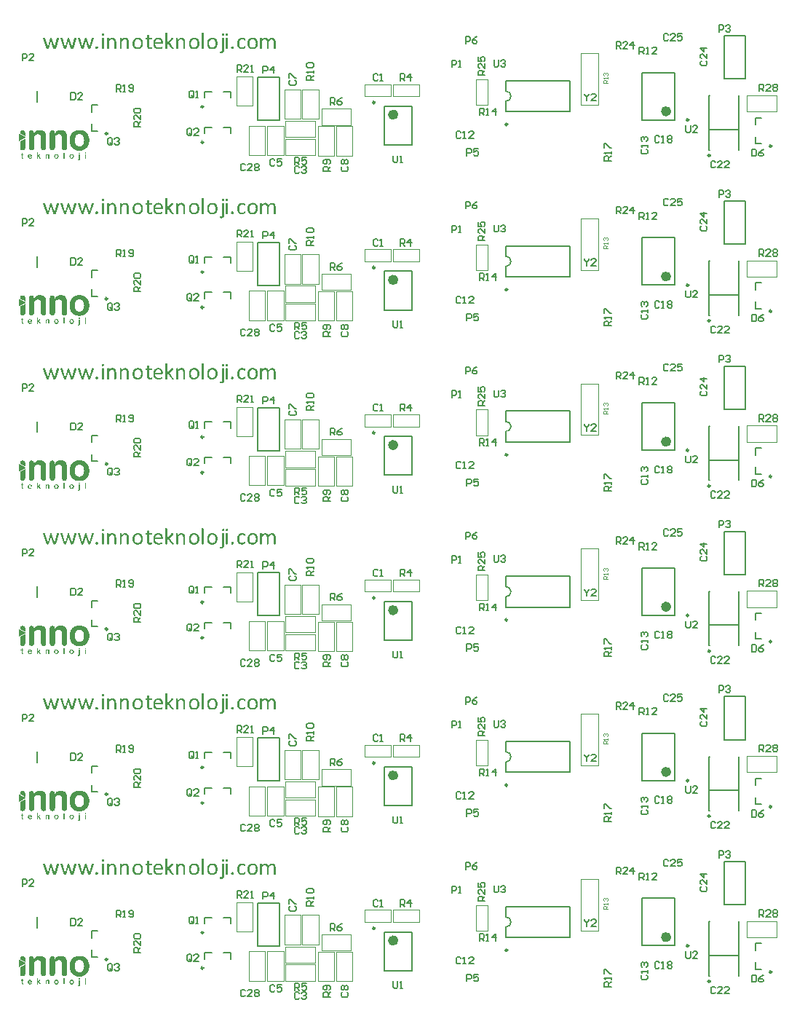
<source format=gto>
%FSLAX44Y44*%
%MOMM*%
G71*
G01*
G75*
G04 Layer_Color=65535*
%ADD10R,3.0000X0.5000*%
%ADD11R,2.5000X2.0000*%
%ADD12R,3.5000X2.0000*%
%ADD13R,0.9000X1.0000*%
%ADD14R,1.7000X0.3500*%
%ADD15R,2.2000X0.6000*%
%ADD16R,0.3500X2.1500*%
%ADD17R,0.3500X2.1500*%
%ADD18R,1.0000X2.0000*%
%ADD19R,1.3000X0.6000*%
%ADD20C,1.5000*%
%ADD21R,1.0000X0.9000*%
%ADD22R,1.0000X1.5000*%
%ADD23R,1.5000X1.0000*%
%ADD24R,0.9000X1.5000*%
%ADD25R,2.6000X2.8000*%
%ADD26R,1.0000X0.8000*%
%ADD27R,0.6000X1.3000*%
%ADD28C,0.3000*%
%ADD29C,0.4000*%
%ADD30C,0.5000*%
%ADD31C,0.2500*%
%ADD32C,0.3500*%
%ADD33C,1.0000*%
%ADD34C,0.6000*%
%ADD35C,2.4000*%
%ADD36R,2.0000X2.0000*%
%ADD37C,0.9000*%
%ADD38O,1.1000X1.3000*%
%ADD39O,1.3000X1.1000*%
%ADD40O,2.2000X1.6000*%
%ADD41R,2.2000X2.0000*%
%ADD42C,0.8000*%
%ADD43C,0.7000*%
%ADD44R,0.4500X0.3000*%
%ADD45R,0.3000X0.4500*%
%ADD46R,2.0000X0.3500*%
%ADD47R,0.8000X0.8000*%
%ADD48R,1.2000X1.6000*%
%ADD49R,2.0000X1.2000*%
%ADD50R,0.6000X1.6000*%
%ADD51R,0.7000X2.0000*%
G04:AMPARAMS|DCode=52|XSize=2mm|YSize=3.4mm|CornerRadius=0mm|HoleSize=0mm|Usage=FLASHONLY|Rotation=0.000|XOffset=0mm|YOffset=0mm|HoleType=Round|Shape=Octagon|*
%AMOCTAGOND52*
4,1,8,-0.5000,1.7000,0.5000,1.7000,1.0000,1.2000,1.0000,-1.2000,0.5000,-1.7000,-0.5000,-1.7000,-1.0000,-1.2000,-1.0000,1.2000,-0.5000,1.7000,0.0*
%
%ADD52OCTAGOND52*%

%ADD53C,0.3400*%
%ADD54C,0.2000*%
%ADD55C,0.1000*%
%ADD56C,0.1500*%
G36*
X401303Y162006D02*
X401646Y161975D01*
X402050Y161913D01*
X402486Y161851D01*
X402921Y161726D01*
X403357Y161571D01*
X403419Y161539D01*
X403544Y161477D01*
X403761Y161384D01*
X404010Y161259D01*
X404322Y161073D01*
X404633Y160855D01*
X404944Y160606D01*
X405224Y160295D01*
X405255Y160264D01*
X405348Y160139D01*
X405473Y159953D01*
X405659Y159735D01*
X405815Y159424D01*
X406002Y159081D01*
X406188Y158677D01*
X406344Y158241D01*
X406375Y158179D01*
X406406Y158024D01*
X406469Y157774D01*
X406531Y157432D01*
X406593Y157028D01*
X406655Y156561D01*
X406717Y156063D01*
Y155503D01*
Y155472D01*
Y155441D01*
Y155254D01*
X406686Y154974D01*
X406655Y154632D01*
X406624Y154196D01*
X406562Y153761D01*
X406437Y153263D01*
X406313Y152796D01*
X406282Y152734D01*
X406251Y152578D01*
X406157Y152360D01*
X406002Y152049D01*
X405846Y151738D01*
X405659Y151365D01*
X405411Y150991D01*
X405131Y150649D01*
X405099Y150618D01*
X405006Y150494D01*
X404819Y150338D01*
X404602Y150151D01*
X404322Y149902D01*
X404010Y149685D01*
X403637Y149467D01*
X403201Y149249D01*
X403139Y149218D01*
X402984Y149187D01*
X402766Y149094D01*
X402424Y149000D01*
X402050Y148907D01*
X401583Y148844D01*
X401086Y148782D01*
X400526Y148751D01*
X400277D01*
X399997Y148782D01*
X399654Y148813D01*
X399219Y148844D01*
X398783Y148938D01*
X398348Y149031D01*
X397912Y149187D01*
X397850Y149218D01*
X397725Y149280D01*
X397507Y149374D01*
X397258Y149498D01*
X396978Y149685D01*
X396667Y149902D01*
X396356Y150183D01*
X396045Y150463D01*
X396014Y150494D01*
X395920Y150618D01*
X395796Y150805D01*
X395640Y151023D01*
X395454Y151334D01*
X395298Y151676D01*
X395112Y152080D01*
X394956Y152516D01*
Y152578D01*
X394894Y152734D01*
X394863Y152983D01*
X394800Y153325D01*
X394738Y153730D01*
X394676Y154196D01*
X394645Y154694D01*
X394614Y155254D01*
Y155285D01*
Y155316D01*
Y155503D01*
X394645Y155783D01*
X394676Y156157D01*
X394707Y156592D01*
X394769Y157028D01*
X394863Y157526D01*
X394987Y157992D01*
X395018Y158055D01*
X395049Y158210D01*
X395143Y158428D01*
X395267Y158739D01*
X395423Y159050D01*
X395640Y159424D01*
X395858Y159797D01*
X396138Y160139D01*
X396169Y160170D01*
X396294Y160295D01*
X396449Y160450D01*
X396667Y160668D01*
X396947Y160886D01*
X397290Y161104D01*
X397663Y161353D01*
X398067Y161539D01*
X398130Y161571D01*
X398285Y161633D01*
X398503Y161695D01*
X398845Y161788D01*
X399250Y161882D01*
X399685Y161975D01*
X400214Y162006D01*
X400774Y162037D01*
X401023D01*
X401303Y162006D01*
D02*
G37*
G36*
X413921Y161819D02*
X413952D01*
X414045Y161788D01*
X414170Y161757D01*
X414263Y161726D01*
X414294D01*
X414325Y161695D01*
X414450Y161571D01*
X414481Y161539D01*
X414512Y161415D01*
Y148813D01*
Y148751D01*
Y148596D01*
Y148347D01*
X414481Y148035D01*
X414450Y147693D01*
X414419Y147320D01*
X414356Y146978D01*
X414294Y146635D01*
Y146604D01*
X414263Y146511D01*
X414201Y146355D01*
X414139Y146138D01*
X413952Y145702D01*
X413672Y145235D01*
X413641Y145204D01*
X413610Y145142D01*
X413485Y145049D01*
X413361Y144924D01*
X413205Y144800D01*
X413018Y144644D01*
X412552Y144395D01*
X412521D01*
X412427Y144333D01*
X412303Y144302D01*
X412116Y144240D01*
X411867Y144177D01*
X411587Y144146D01*
X411276Y144084D01*
X410685D01*
X410436Y144115D01*
X410218Y144146D01*
X410187D01*
X410063Y144177D01*
X409907Y144240D01*
X409782Y144271D01*
X409751D01*
X409689Y144302D01*
X409627Y144364D01*
X409565Y144426D01*
Y144457D01*
X409534Y144488D01*
X409471Y144644D01*
Y144675D01*
Y144706D01*
X409440Y144862D01*
Y144893D01*
Y144955D01*
X409409Y145049D01*
Y145173D01*
Y145204D01*
Y145297D01*
Y145422D01*
X409440Y145577D01*
Y145609D01*
X409471Y145702D01*
X409534Y145889D01*
Y145920D01*
X409565Y145951D01*
X409627Y146044D01*
X409658Y146075D01*
X409938D01*
X410063Y146044D01*
X410094D01*
X410218Y146013D01*
X410374Y145982D01*
X410654D01*
X410840Y146013D01*
X411089Y146044D01*
X411338Y146138D01*
X411369D01*
X411400Y146169D01*
X411525Y146231D01*
X411712Y146386D01*
X411867Y146573D01*
X411898Y146635D01*
X411961Y146791D01*
X412054Y147040D01*
X412147Y147382D01*
Y147413D01*
X412178Y147476D01*
Y147569D01*
X412210Y147724D01*
X412241Y147942D01*
Y148191D01*
X412272Y148471D01*
Y148813D01*
Y161415D01*
Y161446D01*
Y161477D01*
X412303Y161571D01*
Y161602D01*
X412365Y161633D01*
X412490Y161726D01*
X412521D01*
X412583Y161757D01*
X412676Y161788D01*
X412832Y161819D01*
X412863D01*
X412987Y161851D01*
X413734D01*
X413921Y161819D01*
D02*
G37*
G36*
X389891Y167700D02*
X389922D01*
X390015Y167669D01*
X390140Y167638D01*
X390233Y167607D01*
X390264D01*
X390295Y167576D01*
X390420Y167451D01*
X390451Y167420D01*
X390482Y167296D01*
Y149311D01*
Y149280D01*
Y149249D01*
X390420Y149125D01*
X390389Y149094D01*
X390233Y149000D01*
X390202D01*
X390140Y148969D01*
X390046D01*
X389891Y148938D01*
X389766D01*
X389580Y148907D01*
X388988D01*
X388802Y148938D01*
X388771D01*
X388708Y148969D01*
X388491Y149000D01*
X388459D01*
X388428Y149031D01*
X388304Y149125D01*
Y149187D01*
X388273Y149311D01*
Y167296D01*
Y167327D01*
Y167358D01*
X388304Y167451D01*
Y167482D01*
X388366Y167514D01*
X388491Y167607D01*
X388522D01*
X388584Y167638D01*
X388677Y167669D01*
X388802Y167700D01*
X388833D01*
X388957Y167731D01*
X389735D01*
X389891Y167700D01*
D02*
G37*
G36*
X365185Y162006D02*
X365465Y161975D01*
X365776Y161944D01*
X366118Y161851D01*
X366461Y161757D01*
X366772Y161602D01*
X366803Y161571D01*
X366927Y161539D01*
X367052Y161446D01*
X367270Y161322D01*
X367456Y161166D01*
X367705Y160979D01*
X367923Y160762D01*
X368110Y160513D01*
X368141Y160481D01*
X368203Y160388D01*
X368296Y160233D01*
X368390Y160046D01*
X368514Y159828D01*
X368639Y159548D01*
X368763Y159237D01*
X368857Y158895D01*
Y158864D01*
X368888Y158739D01*
X368950Y158552D01*
X368981Y158272D01*
X369043Y157961D01*
X369074Y157588D01*
X369105Y157152D01*
Y156685D01*
Y149311D01*
Y149280D01*
Y149249D01*
X369043Y149125D01*
X369012Y149094D01*
X368857Y149000D01*
X368825D01*
X368763Y148969D01*
X368670D01*
X368514Y148938D01*
X368390D01*
X368203Y148907D01*
X367612D01*
X367425Y148938D01*
X367394D01*
X367332Y148969D01*
X367114Y149000D01*
X367083D01*
X367052Y149031D01*
X366927Y149125D01*
Y149187D01*
X366896Y149311D01*
Y156405D01*
Y156437D01*
Y156592D01*
Y156779D01*
X366865Y156997D01*
X366834Y157526D01*
X366772Y157806D01*
X366710Y158055D01*
Y158086D01*
X366678Y158179D01*
X366647Y158272D01*
X366585Y158428D01*
X366461Y158801D01*
X366243Y159144D01*
Y159175D01*
X366181Y159237D01*
X366025Y159424D01*
X365776Y159641D01*
X365434Y159859D01*
X365403D01*
X365340Y159890D01*
X365247Y159953D01*
X365123Y159984D01*
X364749Y160077D01*
X364314Y160108D01*
X364158D01*
X364002Y160077D01*
X363785Y160046D01*
X363536Y159953D01*
X363256Y159859D01*
X362945Y159704D01*
X362634Y159486D01*
X362602Y159455D01*
X362478Y159392D01*
X362322Y159237D01*
X362104Y159050D01*
X361824Y158801D01*
X361544Y158521D01*
X361233Y158179D01*
X360891Y157774D01*
Y149311D01*
Y149280D01*
Y149249D01*
X360829Y149125D01*
X360798Y149094D01*
X360642Y149000D01*
X360611D01*
X360549Y148969D01*
X360455D01*
X360300Y148938D01*
X360175D01*
X359989Y148907D01*
X359398D01*
X359211Y148938D01*
X359180D01*
X359118Y148969D01*
X358900Y149000D01*
X358868D01*
X358837Y149031D01*
X358713Y149125D01*
Y149187D01*
X358682Y149311D01*
Y161415D01*
Y161446D01*
Y161477D01*
X358713Y161602D01*
X358744Y161633D01*
X358806Y161695D01*
X358868Y161726D01*
X358900D01*
X358962Y161757D01*
X359055Y161788D01*
X359180Y161819D01*
X359211D01*
X359304Y161851D01*
X359989D01*
X360144Y161819D01*
X360175D01*
X360269Y161788D01*
X360362Y161757D01*
X360455Y161726D01*
X360486D01*
X360518Y161695D01*
X360580Y161664D01*
X360611Y161602D01*
X360642Y161571D01*
X360673Y161415D01*
Y159828D01*
X360735Y159890D01*
X360860Y160015D01*
X361047Y160201D01*
X361327Y160450D01*
X361607Y160730D01*
X361949Y161010D01*
X362322Y161259D01*
X362696Y161477D01*
X362758Y161508D01*
X362882Y161571D01*
X363069Y161664D01*
X363349Y161757D01*
X363660Y161851D01*
X364002Y161944D01*
X364376Y162006D01*
X364749Y162037D01*
X364967D01*
X365185Y162006D01*
D02*
G37*
G36*
X380167D02*
X380509Y161975D01*
X380914Y161913D01*
X381349Y161851D01*
X381785Y161726D01*
X382221Y161571D01*
X382283Y161539D01*
X382407Y161477D01*
X382625Y161384D01*
X382874Y161259D01*
X383185Y161073D01*
X383496Y160855D01*
X383807Y160606D01*
X384087Y160295D01*
X384119Y160264D01*
X384212Y160139D01*
X384336Y159953D01*
X384523Y159735D01*
X384679Y159424D01*
X384865Y159081D01*
X385052Y158677D01*
X385208Y158241D01*
X385239Y158179D01*
X385270Y158024D01*
X385332Y157774D01*
X385394Y157432D01*
X385457Y157028D01*
X385519Y156561D01*
X385581Y156063D01*
Y155503D01*
Y155472D01*
Y155441D01*
Y155254D01*
X385550Y154974D01*
X385519Y154632D01*
X385488Y154196D01*
X385425Y153761D01*
X385301Y153263D01*
X385177Y152796D01*
X385145Y152734D01*
X385114Y152578D01*
X385021Y152360D01*
X384865Y152049D01*
X384710Y151738D01*
X384523Y151365D01*
X384274Y150991D01*
X383994Y150649D01*
X383963Y150618D01*
X383870Y150494D01*
X383683Y150338D01*
X383465Y150151D01*
X383185Y149902D01*
X382874Y149685D01*
X382501Y149467D01*
X382065Y149249D01*
X382003Y149218D01*
X381847Y149187D01*
X381629Y149094D01*
X381287Y149000D01*
X380914Y148907D01*
X380447Y148844D01*
X379949Y148782D01*
X379389Y148751D01*
X379140D01*
X378860Y148782D01*
X378518Y148813D01*
X378082Y148844D01*
X377647Y148938D01*
X377211Y149031D01*
X376776Y149187D01*
X376713Y149218D01*
X376589Y149280D01*
X376371Y149374D01*
X376122Y149498D01*
X375842Y149685D01*
X375531Y149902D01*
X375220Y150183D01*
X374909Y150463D01*
X374878Y150494D01*
X374784Y150618D01*
X374660Y150805D01*
X374504Y151023D01*
X374317Y151334D01*
X374162Y151676D01*
X373975Y152080D01*
X373820Y152516D01*
Y152578D01*
X373757Y152734D01*
X373726Y152983D01*
X373664Y153325D01*
X373602Y153730D01*
X373540Y154196D01*
X373508Y154694D01*
X373477Y155254D01*
Y155285D01*
Y155316D01*
Y155503D01*
X373508Y155783D01*
X373540Y156157D01*
X373571Y156592D01*
X373633Y157028D01*
X373726Y157526D01*
X373851Y157992D01*
X373882Y158055D01*
X373913Y158210D01*
X374006Y158428D01*
X374131Y158739D01*
X374286Y159050D01*
X374504Y159424D01*
X374722Y159797D01*
X375002Y160139D01*
X375033Y160170D01*
X375158Y160295D01*
X375313Y160450D01*
X375531Y160668D01*
X375811Y160886D01*
X376153Y161104D01*
X376527Y161353D01*
X376931Y161539D01*
X376993Y161571D01*
X377149Y161633D01*
X377367Y161695D01*
X377709Y161788D01*
X378113Y161882D01*
X378549Y161975D01*
X379078Y162006D01*
X379638Y162037D01*
X379887D01*
X380167Y162006D01*
D02*
G37*
G36*
X413828Y166829D02*
X414170Y166736D01*
X414325Y166673D01*
X414450Y166580D01*
X414512Y166518D01*
X414543Y166456D01*
X414605Y166331D01*
X414668Y166207D01*
X414699Y166020D01*
X414761Y165802D01*
Y165522D01*
Y165491D01*
Y165398D01*
Y165273D01*
X414730Y165087D01*
X414636Y164744D01*
X414543Y164589D01*
X414450Y164464D01*
X414388Y164433D01*
X414325Y164371D01*
X414201Y164340D01*
X414045Y164278D01*
X413859Y164215D01*
X413641Y164184D01*
X413112D01*
X412925Y164215D01*
X412583Y164278D01*
X412427Y164340D01*
X412303Y164433D01*
X412272Y164495D01*
X412210Y164558D01*
X412178Y164682D01*
X412116Y164806D01*
X412054Y164993D01*
X412023Y165211D01*
Y165491D01*
Y165522D01*
Y165616D01*
X412054Y165740D01*
Y165927D01*
X412147Y166269D01*
X412210Y166425D01*
X412303Y166549D01*
X412365Y166611D01*
X412427Y166642D01*
X412552Y166705D01*
X412707Y166767D01*
X412894Y166798D01*
X413112Y166860D01*
X413641D01*
X413828Y166829D01*
D02*
G37*
G36*
X436048Y161975D02*
X436452Y161913D01*
X436483D01*
X436545Y161882D01*
X436639D01*
X436794Y161851D01*
X437105Y161757D01*
X437448Y161633D01*
X437479D01*
X437541Y161602D01*
X437728Y161508D01*
X437977Y161384D01*
X438257Y161228D01*
X438288D01*
X438319Y161197D01*
X438475Y161104D01*
X438630Y160979D01*
X438786Y160855D01*
X438817Y160824D01*
X438879Y160762D01*
X438941Y160699D01*
X439003Y160606D01*
Y160575D01*
X439035Y160544D01*
X439097Y160357D01*
Y160326D01*
X439128Y160264D01*
X439159Y160077D01*
Y160046D01*
X439190Y159984D01*
Y159828D01*
Y159673D01*
Y159641D01*
Y159579D01*
Y159392D01*
X439128Y159144D01*
X439066Y158926D01*
X439035Y158895D01*
X438972Y158832D01*
X438879Y158770D01*
X438755Y158739D01*
X438723D01*
X438630Y158770D01*
X438475Y158832D01*
X438288Y158957D01*
X438257Y158988D01*
X438101Y159113D01*
X437914Y159237D01*
X437634Y159424D01*
X437603D01*
X437572Y159486D01*
X437479Y159517D01*
X437354Y159579D01*
X437043Y159766D01*
X436639Y159922D01*
X436608D01*
X436545Y159953D01*
X436421Y160015D01*
X436265Y160046D01*
X436079Y160108D01*
X435830Y160139D01*
X435301Y160170D01*
X435238D01*
X435052Y160139D01*
X434741Y160108D01*
X434398Y160015D01*
X433994Y159859D01*
X433589Y159641D01*
X433185Y159330D01*
X432843Y158926D01*
X432812Y158864D01*
X432718Y158708D01*
X432563Y158397D01*
X432438Y158024D01*
X432283Y157494D01*
X432127Y156903D01*
X432034Y156188D01*
X432002Y155348D01*
Y155285D01*
Y155161D01*
Y154943D01*
X432034Y154663D01*
X432065Y154352D01*
X432096Y154010D01*
X432220Y153294D01*
Y153263D01*
X432252Y153138D01*
X432314Y152983D01*
X432376Y152796D01*
X432594Y152298D01*
X432874Y151832D01*
X432905Y151800D01*
X432967Y151738D01*
X433060Y151645D01*
X433185Y151489D01*
X433496Y151209D01*
X433932Y150960D01*
X433963D01*
X434056Y150929D01*
X434181Y150867D01*
X434336Y150836D01*
X434554Y150774D01*
X434803Y150711D01*
X435363Y150680D01*
X435643D01*
X435799Y150711D01*
X436234Y150774D01*
X436701Y150898D01*
X436732D01*
X436794Y150929D01*
X436919Y150991D01*
X437043Y151054D01*
X437385Y151240D01*
X437697Y151427D01*
X437728D01*
X437759Y151489D01*
X437946Y151614D01*
X438194Y151769D01*
X438412Y151956D01*
X438475Y151987D01*
X438599Y152080D01*
X438755Y152174D01*
X438879Y152205D01*
X438941D01*
X439035Y152143D01*
X439066Y152112D01*
X439128Y151956D01*
Y151925D01*
X439159Y151863D01*
X439190Y151769D01*
X439221Y151614D01*
Y151583D01*
X439252Y151489D01*
Y151365D01*
Y151178D01*
Y151147D01*
Y151054D01*
Y150929D01*
X439221Y150774D01*
Y150743D01*
Y150680D01*
X439159Y150494D01*
X439128Y150431D01*
X439066Y150307D01*
Y150276D01*
X439035Y150245D01*
X438972Y150151D01*
X438879Y150027D01*
X438848Y149996D01*
X438755Y149934D01*
X438568Y149778D01*
X438319Y149622D01*
X438288D01*
X438257Y149591D01*
X438163Y149529D01*
X438039Y149467D01*
X437759Y149342D01*
X437385Y149187D01*
X437354D01*
X437292Y149156D01*
X437199Y149125D01*
X437074Y149094D01*
X436732Y148969D01*
X436296Y148876D01*
X436265D01*
X436203Y148844D01*
X436079D01*
X435923Y148813D01*
X435550Y148782D01*
X435083Y148751D01*
X434865D01*
X434616Y148782D01*
X434305Y148813D01*
X433932Y148844D01*
X433558Y148938D01*
X433154Y149031D01*
X432749Y149156D01*
X432718Y149187D01*
X432594Y149249D01*
X432407Y149342D01*
X432158Y149467D01*
X431909Y149654D01*
X431629Y149871D01*
X431349Y150120D01*
X431069Y150400D01*
X431038Y150431D01*
X430945Y150556D01*
X430820Y150743D01*
X430696Y150960D01*
X430509Y151271D01*
X430353Y151614D01*
X430198Y152018D01*
X430042Y152454D01*
Y152516D01*
X429980Y152672D01*
X429949Y152921D01*
X429887Y153263D01*
X429824Y153667D01*
X429762Y154134D01*
X429731Y154663D01*
X429700Y155223D01*
Y155254D01*
Y155316D01*
Y155410D01*
Y155534D01*
X429731Y155877D01*
X429762Y156281D01*
X429793Y156779D01*
X429887Y157277D01*
X429980Y157806D01*
X430136Y158303D01*
X430167Y158366D01*
X430229Y158521D01*
X430322Y158739D01*
X430447Y159050D01*
X430602Y159361D01*
X430820Y159735D01*
X431069Y160077D01*
X431318Y160388D01*
X431349Y160419D01*
X431442Y160513D01*
X431598Y160668D01*
X431816Y160855D01*
X432065Y161073D01*
X432376Y161259D01*
X432718Y161477D01*
X433092Y161633D01*
X433154Y161664D01*
X433278Y161695D01*
X433496Y161757D01*
X433776Y161851D01*
X434118Y161913D01*
X434492Y161975D01*
X434896Y162006D01*
X435332Y162037D01*
X435705D01*
X436048Y161975D01*
D02*
G37*
G36*
X448226Y162006D02*
X448568Y161975D01*
X448973Y161913D01*
X449408Y161851D01*
X449844Y161726D01*
X450280Y161571D01*
X450342Y161539D01*
X450466Y161477D01*
X450684Y161384D01*
X450933Y161259D01*
X451244Y161073D01*
X451555Y160855D01*
X451867Y160606D01*
X452147Y160295D01*
X452178Y160264D01*
X452271Y160139D01*
X452396Y159953D01*
X452582Y159735D01*
X452738Y159424D01*
X452924Y159081D01*
X453111Y158677D01*
X453267Y158241D01*
X453298Y158179D01*
X453329Y158024D01*
X453391Y157774D01*
X453453Y157432D01*
X453516Y157028D01*
X453578Y156561D01*
X453640Y156063D01*
Y155503D01*
Y155472D01*
Y155441D01*
Y155254D01*
X453609Y154974D01*
X453578Y154632D01*
X453547Y154196D01*
X453485Y153761D01*
X453360Y153263D01*
X453236Y152796D01*
X453204Y152734D01*
X453173Y152578D01*
X453080Y152360D01*
X452924Y152049D01*
X452769Y151738D01*
X452582Y151365D01*
X452333Y150991D01*
X452053Y150649D01*
X452022Y150618D01*
X451929Y150494D01*
X451742Y150338D01*
X451524Y150151D01*
X451244Y149902D01*
X450933Y149685D01*
X450560Y149467D01*
X450124Y149249D01*
X450062Y149218D01*
X449906Y149187D01*
X449688Y149094D01*
X449346Y149000D01*
X448973Y148907D01*
X448506Y148844D01*
X448008Y148782D01*
X447448Y148751D01*
X447199D01*
X446919Y148782D01*
X446577Y148813D01*
X446141Y148844D01*
X445706Y148938D01*
X445270Y149031D01*
X444835Y149187D01*
X444772Y149218D01*
X444648Y149280D01*
X444430Y149374D01*
X444181Y149498D01*
X443901Y149685D01*
X443590Y149902D01*
X443279Y150183D01*
X442968Y150463D01*
X442937Y150494D01*
X442843Y150618D01*
X442719Y150805D01*
X442563Y151023D01*
X442377Y151334D01*
X442221Y151676D01*
X442034Y152080D01*
X441879Y152516D01*
Y152578D01*
X441816Y152734D01*
X441785Y152983D01*
X441723Y153325D01*
X441661Y153730D01*
X441599Y154196D01*
X441567Y154694D01*
X441536Y155254D01*
Y155285D01*
Y155316D01*
Y155503D01*
X441567Y155783D01*
X441599Y156157D01*
X441630Y156592D01*
X441692Y157028D01*
X441785Y157526D01*
X441910Y157992D01*
X441941Y158055D01*
X441972Y158210D01*
X442065Y158428D01*
X442190Y158739D01*
X442345Y159050D01*
X442563Y159424D01*
X442781Y159797D01*
X443061Y160139D01*
X443092Y160170D01*
X443217Y160295D01*
X443372Y160450D01*
X443590Y160668D01*
X443870Y160886D01*
X444212Y161104D01*
X444586Y161353D01*
X444990Y161539D01*
X445052Y161571D01*
X445208Y161633D01*
X445426Y161695D01*
X445768Y161788D01*
X446172Y161882D01*
X446608Y161975D01*
X447137Y162006D01*
X447697Y162037D01*
X447946D01*
X448226Y162006D01*
D02*
G37*
G36*
X424412Y151987D02*
X424785Y151894D01*
X424941Y151800D01*
X425065Y151707D01*
X425127Y151645D01*
X425159Y151552D01*
X425221Y151427D01*
X425283Y151271D01*
X425314Y151054D01*
X425376Y150774D01*
Y150463D01*
Y150431D01*
Y150307D01*
Y150151D01*
X425345Y149934D01*
X425252Y149529D01*
X425159Y149342D01*
X425065Y149187D01*
X425003Y149125D01*
X424910Y149094D01*
X424816Y149031D01*
X424661Y148969D01*
X424443Y148938D01*
X424194Y148876D01*
X423789D01*
X423634Y148907D01*
X423478D01*
X423105Y149000D01*
X422918Y149062D01*
X422794Y149156D01*
Y149187D01*
X422763Y149218D01*
X422700Y149311D01*
X422669Y149436D01*
X422607Y149591D01*
X422545Y149809D01*
X422514Y150089D01*
Y150400D01*
Y150431D01*
Y150556D01*
X422545Y150711D01*
Y150929D01*
X422638Y151334D01*
X422732Y151520D01*
X422825Y151676D01*
X422856Y151707D01*
X422887Y151738D01*
X422980Y151800D01*
X423074Y151863D01*
X423229Y151925D01*
X423447Y151956D01*
X423696Y152018D01*
X424256D01*
X424412Y151987D01*
D02*
G37*
G36*
X418071Y161819D02*
X418102D01*
X418195Y161788D01*
X418320Y161757D01*
X418413Y161726D01*
X418444D01*
X418475Y161695D01*
X418600Y161571D01*
X418631Y161539D01*
X418662Y161415D01*
Y149311D01*
Y149280D01*
Y149249D01*
X418600Y149125D01*
X418569Y149094D01*
X418413Y149000D01*
X418382D01*
X418320Y148969D01*
X418226D01*
X418071Y148938D01*
X417946D01*
X417760Y148907D01*
X417168D01*
X416982Y148938D01*
X416951D01*
X416888Y148969D01*
X416671Y149000D01*
X416640D01*
X416608Y149031D01*
X416484Y149125D01*
Y149187D01*
X416453Y149311D01*
Y161415D01*
Y161446D01*
Y161477D01*
X416484Y161571D01*
Y161602D01*
X416546Y161633D01*
X416671Y161726D01*
X416702D01*
X416764Y161757D01*
X416857Y161788D01*
X416982Y161819D01*
X417013D01*
X417137Y161851D01*
X417915D01*
X418071Y161819D01*
D02*
G37*
G36*
X417977Y166829D02*
X418320Y166736D01*
X418475Y166673D01*
X418600Y166580D01*
X418662Y166518D01*
X418693Y166456D01*
X418755Y166331D01*
X418817Y166207D01*
X418849Y166020D01*
X418911Y165802D01*
Y165522D01*
Y165491D01*
Y165398D01*
Y165273D01*
X418880Y165087D01*
X418786Y164744D01*
X418693Y164589D01*
X418600Y164464D01*
X418537Y164433D01*
X418475Y164371D01*
X418351Y164340D01*
X418226Y164278D01*
X418008Y164215D01*
X417791Y164184D01*
X417262D01*
X417075Y164215D01*
X416733Y164278D01*
X416577Y164340D01*
X416453Y164433D01*
X416422Y164495D01*
X416359Y164558D01*
X416328Y164682D01*
X416266Y164806D01*
X416204Y164993D01*
X416173Y165211D01*
Y165491D01*
Y165522D01*
Y165616D01*
X416204Y165740D01*
Y165927D01*
X416297Y166269D01*
X416359Y166425D01*
X416453Y166549D01*
X416515Y166611D01*
X416577Y166642D01*
X416702Y166705D01*
X416857Y166767D01*
X417044Y166798D01*
X417262Y166860D01*
X417791D01*
X417977Y166829D01*
D02*
G37*
G36*
X347618Y167700D02*
X347649D01*
X347743Y167669D01*
X347867Y167638D01*
X347960Y167607D01*
X347991D01*
X348022Y167576D01*
X348147Y167451D01*
X348178Y167420D01*
X348209Y167296D01*
Y156343D01*
X352752Y161353D01*
X352783Y161384D01*
X352814Y161446D01*
X352908Y161508D01*
X352970Y161571D01*
X353001Y161602D01*
X353063Y161633D01*
X353250Y161726D01*
X353281D01*
X353374Y161757D01*
X353499Y161788D01*
X353654Y161819D01*
X353685D01*
X353810Y161851D01*
X354588D01*
X354775Y161819D01*
X354806D01*
X354930Y161788D01*
X355023Y161757D01*
X355148Y161726D01*
X355179D01*
X355241Y161695D01*
X355303Y161664D01*
X355366Y161602D01*
X355397Y161571D01*
X355428Y161446D01*
Y161415D01*
Y161322D01*
X355397Y161228D01*
X355335Y161104D01*
X355303Y161073D01*
X355272Y161010D01*
X355179Y160886D01*
X355023Y160730D01*
X350698Y156343D01*
X355583Y149965D01*
X355615Y149934D01*
X355677Y149809D01*
X355770Y149685D01*
X355832Y149560D01*
X355863Y149529D01*
X355895Y149498D01*
X355926Y149405D01*
Y149311D01*
Y149249D01*
X355863Y149125D01*
X355832Y149094D01*
X355677Y149000D01*
X355646D01*
X355583Y148969D01*
X355459D01*
X355303Y148938D01*
X355148D01*
X354961Y148907D01*
X354339D01*
X354121Y148938D01*
X354090D01*
X353997Y148969D01*
X353748Y149000D01*
X353717D01*
X353654Y149031D01*
X353468Y149094D01*
Y149125D01*
X353405Y149156D01*
X353312Y149311D01*
X348209Y156032D01*
Y149311D01*
Y149280D01*
Y149249D01*
X348147Y149125D01*
X348116Y149094D01*
X347960Y149000D01*
X347929D01*
X347867Y148969D01*
X347774D01*
X347618Y148938D01*
X347494D01*
X347307Y148907D01*
X346716D01*
X346529Y148938D01*
X346498D01*
X346436Y148969D01*
X346218Y149000D01*
X346187D01*
X346156Y149031D01*
X346031Y149125D01*
Y149187D01*
X346000Y149311D01*
Y167296D01*
Y167327D01*
Y167358D01*
X346031Y167451D01*
Y167482D01*
X346093Y167514D01*
X346218Y167607D01*
X346249D01*
X346311Y167638D01*
X346404Y167669D01*
X346529Y167700D01*
X346560D01*
X346685Y167731D01*
X347462D01*
X347618Y167700D01*
D02*
G37*
G36*
X266734Y151987D02*
X267108Y151894D01*
X267263Y151800D01*
X267388Y151707D01*
X267450Y151645D01*
X267481Y151552D01*
X267543Y151427D01*
X267606Y151271D01*
X267637Y151054D01*
X267699Y150774D01*
Y150463D01*
Y150431D01*
Y150307D01*
Y150151D01*
X267668Y149934D01*
X267575Y149529D01*
X267481Y149342D01*
X267388Y149187D01*
X267326Y149125D01*
X267232Y149094D01*
X267139Y149031D01*
X266983Y148969D01*
X266765Y148938D01*
X266517Y148876D01*
X266112D01*
X265956Y148907D01*
X265801D01*
X265428Y149000D01*
X265241Y149062D01*
X265116Y149156D01*
Y149187D01*
X265085Y149218D01*
X265023Y149311D01*
X264992Y149436D01*
X264930Y149591D01*
X264867Y149809D01*
X264836Y150089D01*
Y150400D01*
Y150431D01*
Y150556D01*
X264867Y150711D01*
Y150929D01*
X264961Y151334D01*
X265054Y151520D01*
X265148Y151676D01*
X265179Y151707D01*
X265210Y151738D01*
X265303Y151800D01*
X265396Y151863D01*
X265552Y151925D01*
X265770Y151956D01*
X266019Y152018D01*
X266579D01*
X266734Y151987D01*
D02*
G37*
G36*
X273921Y161819D02*
X273952D01*
X274045Y161788D01*
X274170Y161757D01*
X274263Y161726D01*
X274294D01*
X274325Y161695D01*
X274450Y161571D01*
X274481Y161539D01*
X274512Y161415D01*
Y149311D01*
Y149280D01*
Y149249D01*
X274450Y149125D01*
X274419Y149094D01*
X274263Y149000D01*
X274232D01*
X274170Y148969D01*
X274076D01*
X273921Y148938D01*
X273796D01*
X273610Y148907D01*
X273018D01*
X272832Y148938D01*
X272801D01*
X272738Y148969D01*
X272521Y149000D01*
X272489D01*
X272458Y149031D01*
X272334Y149125D01*
Y149187D01*
X272303Y149311D01*
Y161415D01*
Y161446D01*
Y161477D01*
X272334Y161571D01*
Y161602D01*
X272396Y161633D01*
X272521Y161726D01*
X272552D01*
X272614Y161757D01*
X272707Y161788D01*
X272832Y161819D01*
X272863D01*
X272987Y161851D01*
X273765D01*
X273921Y161819D01*
D02*
G37*
G36*
X262281D02*
X262374D01*
X262468Y161788D01*
X262561Y161757D01*
X262592D01*
X262623Y161726D01*
X262748Y161633D01*
X262779Y161602D01*
X262810Y161446D01*
Y161415D01*
Y161384D01*
X262779Y161197D01*
Y161166D01*
X262748Y161104D01*
X262717Y161010D01*
X262686Y160886D01*
X259107Y149374D01*
Y149342D01*
X259076Y149280D01*
X258983Y149125D01*
X258952D01*
X258921Y149062D01*
X258734Y149000D01*
X258703D01*
X258610Y148969D01*
X258485D01*
X258298Y148938D01*
X258112D01*
X257925Y148907D01*
X257178D01*
X256929Y148938D01*
X256898D01*
X256774Y148969D01*
X256618D01*
X256494Y149000D01*
X256462D01*
X256400Y149031D01*
X256245Y149156D01*
Y149187D01*
X256182Y149218D01*
X256120Y149374D01*
X253600Y158179D01*
X253569Y158303D01*
X253538Y158179D01*
X251173Y149374D01*
Y149342D01*
X251142Y149280D01*
X251049Y149125D01*
X251017D01*
X250986Y149062D01*
X250893Y149031D01*
X250769Y149000D01*
X250737D01*
X250644Y148969D01*
X250520D01*
X250333Y148938D01*
X250146D01*
X249928Y148907D01*
X249182D01*
X248964Y148938D01*
X248933D01*
X248808Y148969D01*
X248684D01*
X248528Y149000D01*
X248497D01*
X248435Y149031D01*
X248279Y149156D01*
Y149187D01*
X248248Y149218D01*
X248186Y149374D01*
X244639Y160886D01*
Y160917D01*
X244608Y161010D01*
X244545Y161197D01*
Y161228D01*
Y161290D01*
X244514Y161446D01*
Y161477D01*
Y161508D01*
X244577Y161633D01*
Y161664D01*
X244639Y161695D01*
X244763Y161757D01*
X244794D01*
X244857Y161788D01*
X244950Y161819D01*
X245137D01*
X245261Y161851D01*
X246039D01*
X246226Y161819D01*
X246257D01*
X246350Y161788D01*
X246475Y161757D01*
X246568Y161726D01*
X246599D01*
X246630Y161695D01*
X246755Y161602D01*
X246786Y161571D01*
X246848Y161415D01*
X249773Y151396D01*
X249804Y151303D01*
Y151396D01*
X252480Y161415D01*
Y161446D01*
X252511Y161477D01*
X252573Y161602D01*
Y161633D01*
X252635Y161664D01*
X252760Y161726D01*
X252791D01*
X252853Y161757D01*
X252946Y161788D01*
X253071Y161819D01*
X253102D01*
X253227Y161851D01*
X254004D01*
X254160Y161819D01*
X254191D01*
X254284Y161788D01*
X254409Y161757D01*
X254502Y161726D01*
X254533D01*
X254564Y161695D01*
X254627Y161664D01*
X254658Y161602D01*
X254689Y161571D01*
X254751Y161446D01*
X257645Y151396D01*
X257676Y151303D01*
Y151396D01*
X260570Y161415D01*
Y161446D01*
X260601Y161477D01*
X260663Y161602D01*
Y161633D01*
X260725Y161664D01*
X260850Y161726D01*
X260881D01*
X260943Y161757D01*
X261036Y161788D01*
X261192Y161819D01*
X261223D01*
X261348Y161851D01*
X262125D01*
X262281Y161819D01*
D02*
G37*
G36*
X221699D02*
X221793D01*
X221886Y161788D01*
X221979Y161757D01*
X222010D01*
X222041Y161726D01*
X222166Y161633D01*
X222197Y161602D01*
X222228Y161446D01*
Y161415D01*
Y161384D01*
X222197Y161197D01*
Y161166D01*
X222166Y161104D01*
X222135Y161010D01*
X222104Y160886D01*
X218526Y149374D01*
Y149342D01*
X218494Y149280D01*
X218401Y149125D01*
X218370D01*
X218339Y149062D01*
X218152Y149000D01*
X218121D01*
X218028Y148969D01*
X217903D01*
X217717Y148938D01*
X217530D01*
X217343Y148907D01*
X216596D01*
X216347Y148938D01*
X216316D01*
X216192Y148969D01*
X216036D01*
X215912Y149000D01*
X215881D01*
X215819Y149031D01*
X215663Y149156D01*
Y149187D01*
X215601Y149218D01*
X215539Y149374D01*
X213018Y158179D01*
X212987Y158303D01*
X212956Y158179D01*
X210591Y149374D01*
Y149342D01*
X210560Y149280D01*
X210467Y149125D01*
X210436D01*
X210404Y149062D01*
X210311Y149031D01*
X210187Y149000D01*
X210156D01*
X210062Y148969D01*
X209938D01*
X209751Y148938D01*
X209564D01*
X209347Y148907D01*
X208600D01*
X208382Y148938D01*
X208351D01*
X208226Y148969D01*
X208102D01*
X207946Y149000D01*
X207915D01*
X207853Y149031D01*
X207698Y149156D01*
Y149187D01*
X207666Y149218D01*
X207604Y149374D01*
X204057Y160886D01*
Y160917D01*
X204026Y161010D01*
X203964Y161197D01*
Y161228D01*
Y161290D01*
X203933Y161446D01*
Y161477D01*
Y161508D01*
X203995Y161633D01*
Y161664D01*
X204057Y161695D01*
X204181Y161757D01*
X204213D01*
X204275Y161788D01*
X204368Y161819D01*
X204555D01*
X204679Y161851D01*
X205457D01*
X205644Y161819D01*
X205675D01*
X205768Y161788D01*
X205893Y161757D01*
X205986Y161726D01*
X206017D01*
X206048Y161695D01*
X206173Y161602D01*
X206204Y161571D01*
X206266Y161415D01*
X209191Y151396D01*
X209222Y151303D01*
Y151396D01*
X211898Y161415D01*
Y161446D01*
X211929Y161477D01*
X211991Y161602D01*
Y161633D01*
X212054Y161664D01*
X212178Y161726D01*
X212209D01*
X212271Y161757D01*
X212365Y161788D01*
X212489Y161819D01*
X212520D01*
X212645Y161851D01*
X213423D01*
X213578Y161819D01*
X213609D01*
X213703Y161788D01*
X213827Y161757D01*
X213920Y161726D01*
X213952D01*
X213983Y161695D01*
X214045Y161664D01*
X214076Y161602D01*
X214107Y161571D01*
X214169Y161446D01*
X217063Y151396D01*
X217094Y151303D01*
Y151396D01*
X219988Y161415D01*
Y161446D01*
X220019Y161477D01*
X220081Y161602D01*
Y161633D01*
X220144Y161664D01*
X220268Y161726D01*
X220299D01*
X220361Y161757D01*
X220455Y161788D01*
X220610Y161819D01*
X220641D01*
X220766Y161851D01*
X221544D01*
X221699Y161819D01*
D02*
G37*
G36*
X241990D02*
X242083D01*
X242177Y161788D01*
X242270Y161757D01*
X242301D01*
X242332Y161726D01*
X242457Y161633D01*
X242488Y161602D01*
X242519Y161446D01*
Y161415D01*
Y161384D01*
X242488Y161197D01*
Y161166D01*
X242457Y161104D01*
X242426Y161010D01*
X242395Y160886D01*
X238816Y149374D01*
Y149342D01*
X238785Y149280D01*
X238692Y149125D01*
X238661D01*
X238630Y149062D01*
X238443Y149000D01*
X238412D01*
X238319Y148969D01*
X238194D01*
X238007Y148938D01*
X237821D01*
X237634Y148907D01*
X236887D01*
X236638Y148938D01*
X236607D01*
X236483Y148969D01*
X236327D01*
X236203Y149000D01*
X236172D01*
X236109Y149031D01*
X235954Y149156D01*
Y149187D01*
X235892Y149218D01*
X235829Y149374D01*
X233309Y158179D01*
X233278Y158303D01*
X233247Y158179D01*
X230882Y149374D01*
Y149342D01*
X230851Y149280D01*
X230758Y149125D01*
X230727D01*
X230695Y149062D01*
X230602Y149031D01*
X230478Y149000D01*
X230446D01*
X230353Y148969D01*
X230229D01*
X230042Y148938D01*
X229855D01*
X229638Y148907D01*
X228891D01*
X228673Y148938D01*
X228642D01*
X228517Y148969D01*
X228393D01*
X228237Y149000D01*
X228206D01*
X228144Y149031D01*
X227988Y149156D01*
Y149187D01*
X227957Y149218D01*
X227895Y149374D01*
X224348Y160886D01*
Y160917D01*
X224317Y161010D01*
X224255Y161197D01*
Y161228D01*
Y161290D01*
X224223Y161446D01*
Y161477D01*
Y161508D01*
X224286Y161633D01*
Y161664D01*
X224348Y161695D01*
X224472Y161757D01*
X224503D01*
X224566Y161788D01*
X224659Y161819D01*
X224846D01*
X224970Y161851D01*
X225748D01*
X225935Y161819D01*
X225966D01*
X226059Y161788D01*
X226184Y161757D01*
X226277Y161726D01*
X226308D01*
X226339Y161695D01*
X226464Y161602D01*
X226495Y161571D01*
X226557Y161415D01*
X229482Y151396D01*
X229513Y151303D01*
Y151396D01*
X232189Y161415D01*
Y161446D01*
X232220Y161477D01*
X232282Y161602D01*
Y161633D01*
X232344Y161664D01*
X232469Y161726D01*
X232500D01*
X232562Y161757D01*
X232656Y161788D01*
X232780Y161819D01*
X232811D01*
X232936Y161851D01*
X233714D01*
X233869Y161819D01*
X233900D01*
X233994Y161788D01*
X234118Y161757D01*
X234211Y161726D01*
X234242D01*
X234274Y161695D01*
X234336Y161664D01*
X234367Y161602D01*
X234398Y161571D01*
X234460Y161446D01*
X237354Y151396D01*
X237385Y151303D01*
Y151396D01*
X240279Y161415D01*
Y161446D01*
X240310Y161477D01*
X240372Y161602D01*
Y161633D01*
X240434Y161664D01*
X240559Y161726D01*
X240590D01*
X240652Y161757D01*
X240746Y161788D01*
X240901Y161819D01*
X240932D01*
X241057Y161851D01*
X241835D01*
X241990Y161819D01*
D02*
G37*
G36*
X273827Y166829D02*
X274170Y166736D01*
X274325Y166673D01*
X274450Y166580D01*
X274512Y166518D01*
X274543Y166456D01*
X274605Y166331D01*
X274667Y166207D01*
X274699Y166020D01*
X274761Y165802D01*
Y165522D01*
Y165491D01*
Y165398D01*
Y165273D01*
X274730Y165087D01*
X274636Y164744D01*
X274543Y164589D01*
X274450Y164464D01*
X274387Y164433D01*
X274325Y164371D01*
X274201Y164340D01*
X274076Y164278D01*
X273859Y164215D01*
X273641Y164184D01*
X273112D01*
X272925Y164215D01*
X272583Y164278D01*
X272427Y164340D01*
X272303Y164433D01*
X272272Y164495D01*
X272209Y164558D01*
X272178Y164682D01*
X272116Y164806D01*
X272054Y164993D01*
X272023Y165211D01*
Y165491D01*
Y165522D01*
Y165616D01*
X272054Y165740D01*
Y165927D01*
X272147Y166269D01*
X272209Y166425D01*
X272303Y166549D01*
X272365Y166611D01*
X272427Y166642D01*
X272552Y166705D01*
X272707Y166767D01*
X272894Y166798D01*
X273112Y166860D01*
X273641D01*
X273827Y166829D01*
D02*
G37*
G36*
X326515Y165055D02*
X326546D01*
X326639Y165024D01*
X326764Y164993D01*
X326857Y164962D01*
X326888D01*
X326919Y164931D01*
X327044Y164806D01*
X327075Y164775D01*
X327106Y164651D01*
Y161788D01*
X330249D01*
X330373Y161726D01*
X330404D01*
X330435Y161695D01*
X330529Y161539D01*
Y161508D01*
X330560Y161477D01*
X330591Y161384D01*
X330622Y161259D01*
Y161228D01*
X330653Y161166D01*
Y161010D01*
Y160855D01*
Y160824D01*
Y160762D01*
Y160575D01*
X330591Y160357D01*
X330529Y160139D01*
X330498Y160108D01*
X330435Y160046D01*
X330342Y159984D01*
X330187Y159953D01*
X327106D01*
Y153201D01*
Y153138D01*
Y152983D01*
X327137Y152765D01*
Y152485D01*
X327262Y151863D01*
X327324Y151583D01*
X327448Y151303D01*
X327480Y151271D01*
X327511Y151209D01*
X327604Y151116D01*
X327760Y150991D01*
X327946Y150867D01*
X328164Y150774D01*
X328444Y150711D01*
X328786Y150680D01*
X329129D01*
X329315Y150711D01*
X329346D01*
X329471Y150743D01*
X329595Y150805D01*
X329751Y150836D01*
X329782Y150867D01*
X329875Y150898D01*
X330062Y150991D01*
X330093D01*
X330155Y151023D01*
X330342Y151054D01*
X330373D01*
X330466Y150991D01*
X330498Y150960D01*
X330560Y150867D01*
Y150836D01*
X330591Y150805D01*
X330622Y150618D01*
Y150587D01*
X330653Y150525D01*
Y150369D01*
Y150214D01*
Y150151D01*
Y149996D01*
X330622Y149809D01*
X330591Y149591D01*
Y149560D01*
X330560Y149467D01*
X330498Y149342D01*
X330404Y149249D01*
X330373D01*
X330342Y149187D01*
X330249Y149125D01*
X330093Y149062D01*
X330062D01*
X329938Y149031D01*
X329782Y149000D01*
X329595Y148938D01*
X329564D01*
X329440Y148907D01*
X329253Y148876D01*
X329035Y148844D01*
X328973D01*
X328849Y148813D01*
X328631Y148782D01*
X328071D01*
X327853Y148813D01*
X327604Y148844D01*
X327324Y148876D01*
X326795Y149000D01*
X326764D01*
X326702Y149062D01*
X326577Y149094D01*
X326422Y149187D01*
X326048Y149436D01*
X325706Y149747D01*
X325675Y149778D01*
X325644Y149840D01*
X325550Y149965D01*
X325457Y150120D01*
X325364Y150307D01*
X325270Y150525D01*
X325084Y151054D01*
Y151085D01*
X325052Y151178D01*
X325021Y151365D01*
X324990Y151583D01*
X324959Y151832D01*
X324928Y152143D01*
X324897Y152485D01*
Y152858D01*
Y159953D01*
X323154D01*
X323061Y159984D01*
X322937Y160046D01*
X322843Y160139D01*
Y160170D01*
X322812Y160326D01*
X322781Y160544D01*
X322750Y160855D01*
Y160886D01*
Y161010D01*
Y161135D01*
X322781Y161259D01*
Y161290D01*
X322812Y161353D01*
Y161446D01*
X322843Y161539D01*
Y161571D01*
X322874Y161602D01*
X322999Y161726D01*
X323030D01*
X323061Y161757D01*
X323186Y161788D01*
X324897D01*
Y164651D01*
Y164682D01*
Y164713D01*
X324928Y164806D01*
Y164838D01*
X324990Y164869D01*
X325115Y164962D01*
X325146D01*
X325208Y164993D01*
X325302Y165024D01*
X325426Y165055D01*
X325457D01*
X325582Y165087D01*
X326359D01*
X326515Y165055D01*
D02*
G37*
G36*
X338335Y162006D02*
X338677Y161975D01*
X339051Y161913D01*
X339455Y161851D01*
X339860Y161726D01*
X340264Y161571D01*
X340295Y161539D01*
X340451Y161477D01*
X340638Y161384D01*
X340856Y161228D01*
X341105Y161073D01*
X341385Y160855D01*
X341665Y160606D01*
X341913Y160326D01*
X341945Y160295D01*
X342007Y160201D01*
X342131Y160015D01*
X342287Y159797D01*
X342442Y159548D01*
X342598Y159237D01*
X342754Y158895D01*
X342878Y158521D01*
Y158490D01*
X342940Y158335D01*
X342971Y158148D01*
X343034Y157868D01*
X343096Y157526D01*
X343127Y157152D01*
X343189Y156748D01*
Y156312D01*
Y155908D01*
Y155877D01*
Y155814D01*
X343158Y155628D01*
X343065Y155379D01*
X342909Y155161D01*
X342878Y155130D01*
X342754Y155068D01*
X342567Y154974D01*
X342318Y154943D01*
X334352D01*
Y154912D01*
Y154756D01*
Y154570D01*
X334384Y154321D01*
Y154041D01*
X334446Y153730D01*
X334539Y153107D01*
Y153076D01*
X334570Y152983D01*
X334633Y152827D01*
X334695Y152641D01*
X334913Y152174D01*
X335224Y151707D01*
X335255Y151676D01*
X335317Y151614D01*
X335410Y151520D01*
X335566Y151396D01*
X335722Y151240D01*
X335939Y151116D01*
X336437Y150836D01*
X336468D01*
X336562Y150805D01*
X336748Y150743D01*
X336966Y150711D01*
X337246Y150649D01*
X337557Y150587D01*
X337900Y150556D01*
X338615D01*
X338833Y150587D01*
X339331Y150618D01*
X339829Y150680D01*
X339860D01*
X339953Y150711D01*
X340078Y150743D01*
X340233Y150774D01*
X340607Y150867D01*
X341011Y150991D01*
X341042D01*
X341105Y151023D01*
X341291Y151116D01*
X341571Y151209D01*
X341820Y151303D01*
X341851D01*
X341882Y151334D01*
X342007Y151396D01*
X342162Y151427D01*
X342318Y151458D01*
X342380D01*
X342474Y151396D01*
X342505D01*
X342536Y151365D01*
X342598Y151240D01*
Y151209D01*
X342629Y151178D01*
X342660Y150991D01*
Y150960D01*
X342691Y150898D01*
Y150743D01*
Y150587D01*
Y150556D01*
Y150494D01*
X342660Y150276D01*
Y150245D01*
Y150214D01*
X342629Y150027D01*
X342598Y149965D01*
X342536Y149840D01*
X342505Y149809D01*
X342442Y149716D01*
X342380Y149654D01*
X342225Y149591D01*
X342007Y149467D01*
X341976D01*
X341945Y149436D01*
X341851Y149405D01*
X341758Y149374D01*
X341447Y149280D01*
X341042Y149156D01*
X341011D01*
X340949Y149125D01*
X340825Y149094D01*
X340669Y149062D01*
X340482Y149031D01*
X340233Y148969D01*
X339704Y148876D01*
X339673D01*
X339580Y148844D01*
X339424D01*
X339238Y148813D01*
X338989Y148782D01*
X338709D01*
X338086Y148751D01*
X337837D01*
X337557Y148782D01*
X337215Y148813D01*
X336780Y148844D01*
X336344Y148938D01*
X335908Y149031D01*
X335473Y149156D01*
X335410Y149187D01*
X335286Y149218D01*
X335068Y149342D01*
X334819Y149467D01*
X334508Y149622D01*
X334197Y149840D01*
X333886Y150089D01*
X333575Y150369D01*
X333544Y150400D01*
X333450Y150525D01*
X333326Y150711D01*
X333139Y150929D01*
X332952Y151240D01*
X332766Y151583D01*
X332579Y151987D01*
X332423Y152423D01*
Y152485D01*
X332361Y152641D01*
X332299Y152889D01*
X332237Y153263D01*
X332174Y153667D01*
X332112Y154165D01*
X332081Y154725D01*
X332050Y155316D01*
Y155348D01*
Y155379D01*
Y155565D01*
X332081Y155877D01*
X332112Y156250D01*
X332143Y156685D01*
X332206Y157152D01*
X332299Y157650D01*
X332423Y158117D01*
X332454Y158179D01*
X332486Y158335D01*
X332579Y158552D01*
X332735Y158864D01*
X332890Y159175D01*
X333077Y159548D01*
X333326Y159890D01*
X333575Y160233D01*
X333606Y160264D01*
X333699Y160388D01*
X333886Y160544D01*
X334104Y160730D01*
X334352Y160948D01*
X334664Y161166D01*
X335037Y161384D01*
X335410Y161571D01*
X335473Y161602D01*
X335597Y161633D01*
X335815Y161726D01*
X336126Y161819D01*
X336468Y161882D01*
X336904Y161975D01*
X337340Y162006D01*
X337837Y162037D01*
X338086D01*
X338335Y162006D01*
D02*
G37*
G36*
X314644D02*
X314987Y161975D01*
X315391Y161913D01*
X315827Y161851D01*
X316262Y161726D01*
X316698Y161571D01*
X316760Y161539D01*
X316885Y161477D01*
X317102Y161384D01*
X317351Y161259D01*
X317663Y161073D01*
X317974Y160855D01*
X318285Y160606D01*
X318565Y160295D01*
X318596Y160264D01*
X318689Y160139D01*
X318814Y159953D01*
X319000Y159735D01*
X319156Y159424D01*
X319343Y159081D01*
X319529Y158677D01*
X319685Y158241D01*
X319716Y158179D01*
X319747Y158024D01*
X319809Y157774D01*
X319872Y157432D01*
X319934Y157028D01*
X319996Y156561D01*
X320058Y156063D01*
Y155503D01*
Y155472D01*
Y155441D01*
Y155254D01*
X320027Y154974D01*
X319996Y154632D01*
X319965Y154196D01*
X319903Y153761D01*
X319778Y153263D01*
X319654Y152796D01*
X319623Y152734D01*
X319592Y152578D01*
X319498Y152360D01*
X319343Y152049D01*
X319187Y151738D01*
X319000Y151365D01*
X318752Y150991D01*
X318471Y150649D01*
X318440Y150618D01*
X318347Y150494D01*
X318160Y150338D01*
X317943Y150151D01*
X317663Y149902D01*
X317351Y149685D01*
X316978Y149467D01*
X316542Y149249D01*
X316480Y149218D01*
X316325Y149187D01*
X316107Y149094D01*
X315764Y149000D01*
X315391Y148907D01*
X314924Y148844D01*
X314426Y148782D01*
X313866Y148751D01*
X313617D01*
X313337Y148782D01*
X312995Y148813D01*
X312560Y148844D01*
X312124Y148938D01*
X311688Y149031D01*
X311253Y149187D01*
X311190Y149218D01*
X311066Y149280D01*
X310848Y149374D01*
X310599Y149498D01*
X310319Y149685D01*
X310008Y149902D01*
X309697Y150183D01*
X309386Y150463D01*
X309355Y150494D01*
X309261Y150618D01*
X309137Y150805D01*
X308981Y151023D01*
X308795Y151334D01*
X308639Y151676D01*
X308452Y152080D01*
X308297Y152516D01*
Y152578D01*
X308235Y152734D01*
X308204Y152983D01*
X308141Y153325D01*
X308079Y153730D01*
X308017Y154196D01*
X307986Y154694D01*
X307955Y155254D01*
Y155285D01*
Y155316D01*
Y155503D01*
X307986Y155783D01*
X308017Y156157D01*
X308048Y156592D01*
X308110Y157028D01*
X308204Y157526D01*
X308328Y157992D01*
X308359Y158055D01*
X308390Y158210D01*
X308484Y158428D01*
X308608Y158739D01*
X308764Y159050D01*
X308981Y159424D01*
X309199Y159797D01*
X309479Y160139D01*
X309510Y160170D01*
X309635Y160295D01*
X309790Y160450D01*
X310008Y160668D01*
X310288Y160886D01*
X310630Y161104D01*
X311004Y161353D01*
X311408Y161539D01*
X311471Y161571D01*
X311626Y161633D01*
X311844Y161695D01*
X312186Y161788D01*
X312591Y161882D01*
X313026Y161975D01*
X313555Y162006D01*
X314115Y162037D01*
X314364D01*
X314644Y162006D01*
D02*
G37*
G36*
X284867D02*
X285147Y161975D01*
X285458Y161944D01*
X285800Y161851D01*
X286142Y161757D01*
X286454Y161602D01*
X286485Y161571D01*
X286609Y161539D01*
X286734Y161446D01*
X286951Y161322D01*
X287138Y161166D01*
X287387Y160979D01*
X287605Y160762D01*
X287792Y160513D01*
X287823Y160481D01*
X287885Y160388D01*
X287978Y160233D01*
X288072Y160046D01*
X288196Y159828D01*
X288321Y159548D01*
X288445Y159237D01*
X288538Y158895D01*
Y158864D01*
X288569Y158739D01*
X288632Y158552D01*
X288663Y158272D01*
X288725Y157961D01*
X288756Y157588D01*
X288787Y157152D01*
Y156685D01*
Y149311D01*
Y149280D01*
Y149249D01*
X288725Y149125D01*
X288694Y149094D01*
X288538Y149000D01*
X288507D01*
X288445Y148969D01*
X288352D01*
X288196Y148938D01*
X288072D01*
X287885Y148907D01*
X287294D01*
X287107Y148938D01*
X287076D01*
X287014Y148969D01*
X286796Y149000D01*
X286765D01*
X286734Y149031D01*
X286609Y149125D01*
Y149187D01*
X286578Y149311D01*
Y156405D01*
Y156437D01*
Y156592D01*
Y156779D01*
X286547Y156997D01*
X286516Y157526D01*
X286454Y157806D01*
X286391Y158055D01*
Y158086D01*
X286360Y158179D01*
X286329Y158272D01*
X286267Y158428D01*
X286142Y158801D01*
X285925Y159144D01*
Y159175D01*
X285862Y159237D01*
X285707Y159424D01*
X285458Y159641D01*
X285116Y159859D01*
X285084D01*
X285022Y159890D01*
X284929Y159953D01*
X284804Y159984D01*
X284431Y160077D01*
X283995Y160108D01*
X283840D01*
X283684Y160077D01*
X283466Y160046D01*
X283218Y159953D01*
X282938Y159859D01*
X282626Y159704D01*
X282315Y159486D01*
X282284Y159455D01*
X282160Y159392D01*
X282004Y159237D01*
X281786Y159050D01*
X281506Y158801D01*
X281226Y158521D01*
X280915Y158179D01*
X280573Y157774D01*
Y149311D01*
Y149280D01*
Y149249D01*
X280511Y149125D01*
X280480Y149094D01*
X280324Y149000D01*
X280293D01*
X280231Y148969D01*
X280137D01*
X279982Y148938D01*
X279857D01*
X279671Y148907D01*
X279079D01*
X278893Y148938D01*
X278862D01*
X278799Y148969D01*
X278582Y149000D01*
X278550D01*
X278519Y149031D01*
X278395Y149125D01*
Y149187D01*
X278364Y149311D01*
Y161415D01*
Y161446D01*
Y161477D01*
X278395Y161602D01*
X278426Y161633D01*
X278488Y161695D01*
X278550Y161726D01*
X278582D01*
X278644Y161757D01*
X278737Y161788D01*
X278862Y161819D01*
X278893D01*
X278986Y161851D01*
X279671D01*
X279826Y161819D01*
X279857D01*
X279951Y161788D01*
X280044Y161757D01*
X280137Y161726D01*
X280168D01*
X280200Y161695D01*
X280262Y161664D01*
X280293Y161602D01*
X280324Y161571D01*
X280355Y161415D01*
Y159828D01*
X280417Y159890D01*
X280542Y160015D01*
X280728Y160201D01*
X281008Y160450D01*
X281289Y160730D01*
X281631Y161010D01*
X282004Y161259D01*
X282377Y161477D01*
X282440Y161508D01*
X282564Y161571D01*
X282751Y161664D01*
X283031Y161757D01*
X283342Y161851D01*
X283684Y161944D01*
X284058Y162006D01*
X284431Y162037D01*
X284649D01*
X284867Y162006D01*
D02*
G37*
G36*
X299662D02*
X299942Y161975D01*
X300253Y161944D01*
X300596Y161851D01*
X300938Y161757D01*
X301249Y161602D01*
X301280Y161571D01*
X301405Y161539D01*
X301529Y161446D01*
X301747Y161322D01*
X301934Y161166D01*
X302183Y160979D01*
X302400Y160762D01*
X302587Y160513D01*
X302618Y160481D01*
X302680Y160388D01*
X302774Y160233D01*
X302867Y160046D01*
X302992Y159828D01*
X303116Y159548D01*
X303240Y159237D01*
X303334Y158895D01*
Y158864D01*
X303365Y158739D01*
X303427Y158552D01*
X303458Y158272D01*
X303520Y157961D01*
X303552Y157588D01*
X303583Y157152D01*
Y156685D01*
Y149311D01*
Y149280D01*
Y149249D01*
X303520Y149125D01*
X303489Y149094D01*
X303334Y149000D01*
X303303D01*
X303240Y148969D01*
X303147D01*
X302992Y148938D01*
X302867D01*
X302680Y148907D01*
X302089D01*
X301902Y148938D01*
X301871D01*
X301809Y148969D01*
X301591Y149000D01*
X301560D01*
X301529Y149031D01*
X301405Y149125D01*
Y149187D01*
X301374Y149311D01*
Y156405D01*
Y156437D01*
Y156592D01*
Y156779D01*
X301342Y156997D01*
X301311Y157526D01*
X301249Y157806D01*
X301187Y158055D01*
Y158086D01*
X301156Y158179D01*
X301125Y158272D01*
X301062Y158428D01*
X300938Y158801D01*
X300720Y159144D01*
Y159175D01*
X300658Y159237D01*
X300502Y159424D01*
X300253Y159641D01*
X299911Y159859D01*
X299880D01*
X299818Y159890D01*
X299724Y159953D01*
X299600Y159984D01*
X299227Y160077D01*
X298791Y160108D01*
X298635D01*
X298480Y160077D01*
X298262Y160046D01*
X298013Y159953D01*
X297733Y159859D01*
X297422Y159704D01*
X297111Y159486D01*
X297080Y159455D01*
X296955Y159392D01*
X296800Y159237D01*
X296582Y159050D01*
X296302Y158801D01*
X296022Y158521D01*
X295711Y158179D01*
X295368Y157774D01*
Y149311D01*
Y149280D01*
Y149249D01*
X295306Y149125D01*
X295275Y149094D01*
X295119Y149000D01*
X295088D01*
X295026Y148969D01*
X294933D01*
X294777Y148938D01*
X294653D01*
X294466Y148907D01*
X293875D01*
X293688Y148938D01*
X293657D01*
X293595Y148969D01*
X293377Y149000D01*
X293346D01*
X293315Y149031D01*
X293190Y149125D01*
Y149187D01*
X293159Y149311D01*
Y161415D01*
Y161446D01*
Y161477D01*
X293190Y161602D01*
X293221Y161633D01*
X293284Y161695D01*
X293346Y161726D01*
X293377D01*
X293439Y161757D01*
X293533Y161788D01*
X293657Y161819D01*
X293688D01*
X293781Y161851D01*
X294466D01*
X294622Y161819D01*
X294653D01*
X294746Y161788D01*
X294839Y161757D01*
X294933Y161726D01*
X294964D01*
X294995Y161695D01*
X295057Y161664D01*
X295088Y161602D01*
X295119Y161571D01*
X295151Y161415D01*
Y159828D01*
X295213Y159890D01*
X295337Y160015D01*
X295524Y160201D01*
X295804Y160450D01*
X296084Y160730D01*
X296426Y161010D01*
X296800Y161259D01*
X297173Y161477D01*
X297235Y161508D01*
X297360Y161571D01*
X297546Y161664D01*
X297826Y161757D01*
X298137Y161851D01*
X298480Y161944D01*
X298853Y162006D01*
X299227Y162037D01*
X299444D01*
X299662Y162006D01*
D02*
G37*
G36*
X253396Y26529D02*
X253600D01*
Y26325D01*
X253804D01*
Y26121D01*
Y25917D01*
Y25712D01*
Y25508D01*
Y25304D01*
Y25100D01*
Y24896D01*
Y24692D01*
Y24487D01*
Y24283D01*
Y24079D01*
Y23875D01*
Y23670D01*
Y23466D01*
Y23262D01*
Y23058D01*
Y22854D01*
Y22650D01*
Y22445D01*
Y22241D01*
Y22037D01*
Y21833D01*
X253600D01*
Y21628D01*
X253396D01*
Y21424D01*
X252783D01*
Y21628D01*
X252579D01*
Y21833D01*
Y22037D01*
X252375D01*
Y22241D01*
Y22445D01*
Y22650D01*
Y22854D01*
Y23058D01*
Y23262D01*
Y23466D01*
Y23670D01*
Y23875D01*
Y24079D01*
Y24283D01*
Y24487D01*
Y24692D01*
Y24896D01*
Y25100D01*
Y25304D01*
Y25508D01*
Y25712D01*
Y25917D01*
Y26121D01*
Y26325D01*
X252579D01*
Y26529D01*
X252783D01*
Y26734D01*
X253396D01*
Y26529D01*
D02*
G37*
G36*
X176002Y50217D02*
X176615D01*
Y50013D01*
X176819D01*
Y49809D01*
X177227D01*
Y49605D01*
X177636D01*
Y49400D01*
X178044D01*
Y49196D01*
X178248D01*
Y48992D01*
X178657D01*
Y48788D01*
X179269D01*
Y48583D01*
Y48379D01*
X179882D01*
Y48175D01*
X180290D01*
Y47971D01*
X180494D01*
Y47767D01*
X180903D01*
Y47562D01*
X181516D01*
Y47358D01*
X181720D01*
Y47154D01*
X182128D01*
Y46950D01*
X182537D01*
Y46746D01*
X182741D01*
Y46542D01*
X183353D01*
Y46337D01*
X183558D01*
Y46133D01*
X183762D01*
Y45929D01*
X183353D01*
Y45725D01*
X183149D01*
Y45520D01*
X182741D01*
Y45316D01*
X182332D01*
Y45112D01*
X182128D01*
Y44908D01*
X181516D01*
Y44704D01*
X181107D01*
Y44499D01*
X180903D01*
Y44295D01*
X180494D01*
Y44091D01*
X179882D01*
Y43887D01*
X179678D01*
Y43683D01*
X179269D01*
Y43478D01*
X178861D01*
Y43274D01*
X178657D01*
Y43070D01*
X178044D01*
Y42866D01*
X177840D01*
Y42662D01*
X177432D01*
Y42457D01*
X177023D01*
Y42253D01*
X176615D01*
Y42049D01*
X176410D01*
Y41845D01*
X176002D01*
Y41641D01*
X175798D01*
Y41845D01*
Y42049D01*
Y42253D01*
Y42457D01*
Y42662D01*
Y42866D01*
Y43070D01*
Y43274D01*
Y43478D01*
Y43683D01*
Y43887D01*
Y44091D01*
Y44295D01*
Y44499D01*
Y44704D01*
Y44908D01*
Y45112D01*
Y45316D01*
Y45520D01*
Y45725D01*
Y45929D01*
Y46133D01*
Y46337D01*
Y46542D01*
Y46746D01*
Y46950D01*
Y47154D01*
Y47358D01*
Y47562D01*
Y47767D01*
Y47971D01*
Y48175D01*
Y48379D01*
Y48583D01*
Y48788D01*
Y48992D01*
Y49196D01*
Y49400D01*
Y49605D01*
Y49809D01*
Y50013D01*
Y50217D01*
Y50421D01*
X176002D01*
Y50217D01*
D02*
G37*
G36*
X238080Y26529D02*
X238489D01*
Y26325D01*
X238693D01*
Y26121D01*
X239101D01*
Y25917D01*
Y25712D01*
X239306D01*
Y25508D01*
Y25304D01*
Y25100D01*
X239510D01*
Y24896D01*
Y24692D01*
X239714D01*
Y24487D01*
Y24283D01*
Y24079D01*
Y23875D01*
Y23670D01*
Y23466D01*
X239510D01*
Y23262D01*
Y23058D01*
X239306D01*
Y22854D01*
Y22650D01*
Y22445D01*
X239101D01*
Y22241D01*
X238897D01*
Y22037D01*
X238693D01*
Y21833D01*
X238489D01*
Y21628D01*
X238080D01*
Y21424D01*
X236038D01*
Y21628D01*
X235426D01*
Y21833D01*
Y22037D01*
X235222D01*
Y22241D01*
X234813D01*
Y22445D01*
Y22650D01*
X234609D01*
Y22854D01*
Y23058D01*
Y23262D01*
Y23466D01*
X234405D01*
Y23670D01*
Y23875D01*
Y24079D01*
Y24283D01*
Y24487D01*
Y24692D01*
X234609D01*
Y24896D01*
Y25100D01*
Y25304D01*
Y25508D01*
X234813D01*
Y25712D01*
X235017D01*
Y25917D01*
Y26121D01*
X235222D01*
Y26325D01*
X235630D01*
Y26529D01*
X235834D01*
Y26734D01*
X238080D01*
Y26529D01*
D02*
G37*
G36*
X180903Y54097D02*
X181311D01*
Y53893D01*
X181720D01*
Y53689D01*
X182128D01*
Y53484D01*
Y53280D01*
X182332D01*
Y53076D01*
X182537D01*
Y52872D01*
Y52668D01*
X182741D01*
Y52463D01*
Y52259D01*
Y52055D01*
X182945D01*
Y51851D01*
Y51647D01*
Y51442D01*
Y51238D01*
Y51034D01*
Y50830D01*
Y50626D01*
Y50421D01*
Y50217D01*
Y50013D01*
Y49809D01*
Y49605D01*
Y49400D01*
Y49196D01*
Y48992D01*
Y48788D01*
Y48583D01*
Y48379D01*
Y48175D01*
Y47971D01*
Y47767D01*
Y47562D01*
X182741D01*
Y47767D01*
X182537D01*
Y47971D01*
X181924D01*
Y48175D01*
X181720D01*
Y48379D01*
X181311D01*
Y48583D01*
X180903D01*
Y48788D01*
X180699D01*
Y48992D01*
X180086D01*
Y49196D01*
X179678D01*
Y49400D01*
X179473D01*
Y49605D01*
X179065D01*
Y49809D01*
X178452D01*
Y50013D01*
Y50217D01*
X177840D01*
Y50421D01*
X177432D01*
Y50626D01*
X177227D01*
Y50830D01*
X177023D01*
Y51034D01*
Y51238D01*
Y51442D01*
Y51647D01*
Y51851D01*
Y52055D01*
Y52259D01*
X177227D01*
Y52463D01*
Y52668D01*
Y52872D01*
X177432D01*
Y53076D01*
X177636D01*
Y53280D01*
X177840D01*
Y53484D01*
Y53689D01*
X178248D01*
Y53893D01*
X178657D01*
Y54097D01*
X179065D01*
Y54301D01*
X180903D01*
Y54097D01*
D02*
G37*
G36*
X182945Y44295D02*
Y44091D01*
Y43887D01*
Y43683D01*
Y43478D01*
Y43274D01*
Y43070D01*
Y42866D01*
Y42662D01*
Y42457D01*
Y42253D01*
Y42049D01*
Y41845D01*
Y41641D01*
Y41436D01*
Y41232D01*
Y41028D01*
Y40824D01*
Y40620D01*
Y40415D01*
Y40211D01*
Y40007D01*
Y39803D01*
Y39599D01*
Y39394D01*
Y39190D01*
Y38986D01*
Y38782D01*
Y38577D01*
Y38373D01*
Y38169D01*
Y37965D01*
Y37761D01*
Y37556D01*
Y37352D01*
Y37148D01*
Y36944D01*
Y36740D01*
Y36535D01*
Y36331D01*
Y36127D01*
Y35923D01*
Y35719D01*
Y35514D01*
Y35310D01*
Y35106D01*
Y34902D01*
Y34698D01*
Y34493D01*
Y34289D01*
Y34085D01*
Y33881D01*
Y33677D01*
Y33472D01*
Y33268D01*
X182741D01*
Y33064D01*
Y32860D01*
Y32655D01*
Y32451D01*
X182537D01*
Y32247D01*
X182332D01*
Y32043D01*
Y31839D01*
X182128D01*
Y31635D01*
X181720D01*
Y31430D01*
X181516D01*
Y31226D01*
X180699D01*
Y31022D01*
X179269D01*
Y31226D01*
X178452D01*
Y31430D01*
X178044D01*
Y31635D01*
X177840D01*
Y31839D01*
X177636D01*
Y32043D01*
X177432D01*
Y32247D01*
Y32451D01*
X177227D01*
Y32655D01*
Y32860D01*
Y33064D01*
X177023D01*
Y33268D01*
Y33472D01*
Y33677D01*
Y33881D01*
Y34085D01*
Y34289D01*
Y34493D01*
Y34698D01*
Y34902D01*
Y35106D01*
Y35310D01*
Y35514D01*
Y35719D01*
Y35923D01*
Y36127D01*
Y36331D01*
Y36535D01*
Y36740D01*
Y36944D01*
Y37148D01*
Y37352D01*
Y37556D01*
Y37761D01*
Y37965D01*
Y38169D01*
Y38373D01*
Y38577D01*
Y38782D01*
Y38986D01*
Y39190D01*
Y39394D01*
Y39599D01*
Y39803D01*
Y40007D01*
Y40211D01*
Y40415D01*
Y40620D01*
Y40824D01*
Y41028D01*
Y41232D01*
Y41436D01*
X177432D01*
Y41641D01*
X177840D01*
Y41845D01*
X178044D01*
Y42049D01*
X178452D01*
Y42253D01*
X178861D01*
Y42457D01*
X179065D01*
Y42662D01*
X179678D01*
Y42866D01*
X180086D01*
Y43070D01*
X180290D01*
Y43274D01*
X180699D01*
Y43478D01*
X181311D01*
Y43683D01*
X181516D01*
Y43887D01*
X181924D01*
Y44091D01*
X182332D01*
Y44295D01*
X182537D01*
Y44499D01*
X182945D01*
Y44295D01*
D02*
G37*
G36*
X253396Y28367D02*
X253600D01*
Y28163D01*
X253804D01*
Y27959D01*
Y27755D01*
Y27550D01*
X253600D01*
Y27346D01*
X253396D01*
Y27142D01*
X252783D01*
Y27346D01*
X252579D01*
Y27550D01*
X252375D01*
Y27755D01*
Y27959D01*
Y28163D01*
X252579D01*
Y28367D01*
X252783D01*
Y28571D01*
X253396D01*
Y28367D01*
D02*
G37*
G36*
X246249D02*
X246453D01*
Y28163D01*
X246657D01*
Y27959D01*
Y27755D01*
Y27550D01*
X246453D01*
Y27346D01*
X246249D01*
Y27142D01*
X245636D01*
Y27346D01*
X245432D01*
Y27550D01*
X245228D01*
Y27755D01*
Y27959D01*
Y28163D01*
X245432D01*
Y28367D01*
X245636D01*
Y28571D01*
X246249D01*
Y28367D01*
D02*
G37*
G36*
X248699Y54301D02*
X249720D01*
Y54097D01*
X250128D01*
Y53893D01*
X250945D01*
Y53689D01*
X251354D01*
Y53484D01*
X251558D01*
Y53280D01*
X252171D01*
Y53076D01*
X252579D01*
Y52872D01*
X252783D01*
Y52668D01*
X253192D01*
Y52463D01*
X253396D01*
Y52259D01*
X253600D01*
Y52055D01*
X253804D01*
Y51851D01*
X254008D01*
Y51647D01*
X254212D01*
Y51442D01*
X254417D01*
Y51238D01*
X254621D01*
Y51034D01*
X254825D01*
Y50830D01*
X255029D01*
Y50626D01*
X255234D01*
Y50421D01*
Y50217D01*
X255438D01*
Y50013D01*
X255642D01*
Y49809D01*
Y49605D01*
X255846D01*
Y49400D01*
Y49196D01*
X256050D01*
Y48992D01*
X256255D01*
Y48788D01*
Y48583D01*
Y48379D01*
X256459D01*
Y48175D01*
Y47971D01*
Y47767D01*
X256663D01*
Y47562D01*
X256867D01*
Y47358D01*
Y47154D01*
Y46950D01*
Y46746D01*
X257071D01*
Y46542D01*
Y46337D01*
Y46133D01*
Y45929D01*
Y45725D01*
X257276D01*
Y45520D01*
Y45316D01*
Y45112D01*
Y44908D01*
X257480D01*
Y44704D01*
Y44499D01*
Y44295D01*
Y44091D01*
Y43887D01*
Y43683D01*
Y43478D01*
Y43274D01*
Y43070D01*
Y42866D01*
Y42662D01*
Y42457D01*
Y42253D01*
Y42049D01*
Y41845D01*
Y41641D01*
Y41436D01*
Y41232D01*
Y41028D01*
Y40824D01*
Y40620D01*
Y40415D01*
X257276D01*
Y40211D01*
Y40007D01*
Y39803D01*
Y39599D01*
X257071D01*
Y39394D01*
Y39190D01*
Y38986D01*
Y38782D01*
Y38577D01*
X256867D01*
Y38373D01*
Y38169D01*
Y37965D01*
Y37761D01*
Y37556D01*
X256663D01*
Y37352D01*
X256459D01*
Y37148D01*
Y36944D01*
Y36740D01*
X256255D01*
Y36535D01*
Y36331D01*
X256050D01*
Y36127D01*
X255846D01*
Y35923D01*
Y35719D01*
Y35514D01*
X255642D01*
Y35310D01*
Y35106D01*
X255234D01*
Y34902D01*
Y34698D01*
X255029D01*
Y34493D01*
Y34289D01*
X254621D01*
Y34085D01*
Y33881D01*
X254417D01*
Y33677D01*
X254008D01*
Y33472D01*
Y33268D01*
X253804D01*
Y33064D01*
X253396D01*
Y32860D01*
X253192D01*
Y32655D01*
X252783D01*
Y32451D01*
X252579D01*
Y32247D01*
X252375D01*
Y32043D01*
X251966D01*
Y31839D01*
X251354D01*
Y31635D01*
X251150D01*
Y31430D01*
X250537D01*
Y31226D01*
X249720D01*
Y31022D01*
X249107D01*
Y30818D01*
X247678D01*
Y30614D01*
X244615D01*
Y30818D01*
X242981D01*
Y31022D01*
X242573D01*
Y31226D01*
X241756D01*
Y31430D01*
X240939D01*
Y31635D01*
X240735D01*
Y31839D01*
X240327D01*
Y32043D01*
X239918D01*
Y32247D01*
X239714D01*
Y32451D01*
X239306D01*
Y32655D01*
X238897D01*
Y32860D01*
Y33064D01*
X238489D01*
Y33268D01*
X238285D01*
Y33472D01*
X238080D01*
Y33677D01*
X237876D01*
Y33881D01*
X237672D01*
Y34085D01*
X237468D01*
Y34289D01*
X237264D01*
Y34493D01*
X237059D01*
Y34698D01*
Y34902D01*
X236855D01*
Y35106D01*
X236651D01*
Y35310D01*
Y35514D01*
X236447D01*
Y35719D01*
X236243D01*
Y35923D01*
Y36127D01*
X236038D01*
Y36331D01*
Y36535D01*
X235834D01*
Y36740D01*
Y36944D01*
Y37148D01*
X235630D01*
Y37352D01*
X235426D01*
Y37556D01*
Y37761D01*
Y37965D01*
Y38169D01*
X235222D01*
Y38373D01*
Y38577D01*
Y38782D01*
Y38986D01*
Y39190D01*
X235017D01*
Y39394D01*
Y39599D01*
Y39803D01*
X234813D01*
Y40007D01*
Y40211D01*
Y40415D01*
Y40620D01*
Y40824D01*
Y41028D01*
Y41232D01*
Y41436D01*
Y41641D01*
Y41845D01*
Y42049D01*
Y42253D01*
Y42457D01*
Y42662D01*
Y42866D01*
Y43070D01*
Y43274D01*
Y43478D01*
Y43683D01*
Y43887D01*
Y44091D01*
Y44295D01*
Y44499D01*
Y44704D01*
Y44908D01*
Y45112D01*
Y45316D01*
Y45520D01*
X235017D01*
Y45725D01*
Y45929D01*
Y46133D01*
X235222D01*
Y46337D01*
Y46542D01*
Y46746D01*
Y46950D01*
Y47154D01*
X235426D01*
Y47358D01*
Y47562D01*
Y47767D01*
X235630D01*
Y47971D01*
Y48175D01*
X235834D01*
Y48379D01*
Y48583D01*
Y48788D01*
X236038D01*
Y48992D01*
Y49196D01*
X236243D01*
Y49400D01*
X236447D01*
Y49605D01*
Y49809D01*
X236651D01*
Y50013D01*
Y50217D01*
X236855D01*
Y50421D01*
X237059D01*
Y50626D01*
X237264D01*
Y50830D01*
Y51034D01*
X237468D01*
Y51238D01*
X237672D01*
Y51442D01*
X237876D01*
Y51647D01*
X238080D01*
Y51851D01*
X238285D01*
Y52055D01*
X238489D01*
Y52259D01*
X238897D01*
Y52463D01*
X239101D01*
Y52668D01*
X239510D01*
Y52872D01*
X239714D01*
Y53076D01*
X240122D01*
Y53280D01*
X240531D01*
Y53484D01*
X240735D01*
Y53689D01*
X241348D01*
Y53893D01*
X241960D01*
Y54097D01*
X242369D01*
Y54301D01*
X243390D01*
Y54506D01*
X248699D01*
Y54301D01*
D02*
G37*
G36*
X210308Y26529D02*
X210513D01*
Y26325D01*
X210921D01*
Y26121D01*
Y25917D01*
Y25712D01*
X211125D01*
Y25508D01*
Y25304D01*
Y25100D01*
Y24896D01*
Y24692D01*
Y24487D01*
Y24283D01*
Y24079D01*
Y23875D01*
Y23670D01*
Y23466D01*
Y23262D01*
Y23058D01*
Y22854D01*
Y22650D01*
Y22445D01*
Y22241D01*
Y22037D01*
Y21833D01*
Y21628D01*
X210717D01*
Y21424D01*
X210308D01*
Y21628D01*
X209900D01*
Y21833D01*
Y22037D01*
X209696D01*
Y22241D01*
Y22445D01*
Y22650D01*
Y22854D01*
Y23058D01*
Y23262D01*
Y23466D01*
Y23670D01*
Y23875D01*
Y24079D01*
Y24283D01*
Y24487D01*
Y24692D01*
Y24896D01*
Y25100D01*
Y25304D01*
Y25508D01*
X209492D01*
Y25712D01*
X208471D01*
Y25508D01*
X208062D01*
Y25304D01*
Y25100D01*
X207858D01*
Y24896D01*
Y24692D01*
Y24487D01*
Y24283D01*
Y24079D01*
Y23875D01*
Y23670D01*
Y23466D01*
Y23262D01*
Y23058D01*
Y22854D01*
Y22650D01*
Y22445D01*
Y22241D01*
Y22037D01*
Y21833D01*
Y21628D01*
X207450D01*
Y21424D01*
X207041D01*
Y21628D01*
X206633D01*
Y21833D01*
Y22037D01*
Y22241D01*
Y22445D01*
Y22650D01*
Y22854D01*
Y23058D01*
Y23262D01*
Y23466D01*
Y23670D01*
Y23875D01*
Y24079D01*
Y24283D01*
Y24487D01*
Y24692D01*
Y24896D01*
Y25100D01*
Y25304D01*
Y25508D01*
Y25712D01*
Y25917D01*
Y26121D01*
Y26325D01*
Y26529D01*
X206837D01*
Y26734D01*
X207450D01*
Y26529D01*
X207654D01*
Y26325D01*
X207858D01*
Y26121D01*
X208266D01*
Y26325D01*
X208471D01*
Y26529D01*
X208675D01*
Y26734D01*
X210308D01*
Y26529D01*
D02*
G37*
G36*
X179678Y27959D02*
X179882D01*
Y27755D01*
Y27550D01*
X180086D01*
Y27346D01*
Y27142D01*
Y26938D01*
Y26734D01*
X180699D01*
Y26529D01*
X180903D01*
Y26325D01*
Y26121D01*
Y25917D01*
X180699D01*
Y25712D01*
X180086D01*
Y25508D01*
Y25304D01*
Y25100D01*
Y24896D01*
Y24692D01*
Y24487D01*
Y24283D01*
Y24079D01*
Y23875D01*
Y23670D01*
Y23466D01*
Y23262D01*
Y23058D01*
Y22854D01*
Y22650D01*
Y22445D01*
X180903D01*
Y22241D01*
X181107D01*
Y22037D01*
Y21833D01*
Y21628D01*
X180494D01*
Y21424D01*
X179678D01*
Y21628D01*
X179065D01*
Y21833D01*
Y22037D01*
X178861D01*
Y22241D01*
Y22445D01*
Y22650D01*
Y22854D01*
Y23058D01*
Y23262D01*
Y23466D01*
Y23670D01*
Y23875D01*
Y24079D01*
Y24283D01*
Y24487D01*
Y24692D01*
Y24896D01*
Y25100D01*
Y25304D01*
Y25508D01*
Y25712D01*
X178248D01*
Y25917D01*
X178044D01*
Y26121D01*
X177840D01*
Y26325D01*
X178044D01*
Y26529D01*
X178248D01*
Y26734D01*
X178861D01*
Y26938D01*
Y27142D01*
Y27346D01*
Y27550D01*
Y27755D01*
Y27959D01*
X179269D01*
Y28163D01*
X179678D01*
Y27959D01*
D02*
G37*
G36*
X189480Y26529D02*
X189684D01*
Y26325D01*
X190092D01*
Y26121D01*
X190296D01*
Y25917D01*
X190501D01*
Y25712D01*
X190705D01*
Y25508D01*
Y25304D01*
X190909D01*
Y25100D01*
Y24896D01*
Y24692D01*
Y24487D01*
Y24283D01*
Y24079D01*
Y23875D01*
X187642D01*
Y23670D01*
Y23466D01*
Y23262D01*
Y23058D01*
Y22854D01*
X187846D01*
Y22650D01*
X188050D01*
Y22445D01*
X189275D01*
Y22650D01*
X189684D01*
Y22854D01*
X189888D01*
Y23058D01*
X190501D01*
Y22854D01*
X190705D01*
Y22650D01*
Y22445D01*
Y22241D01*
X190501D01*
Y22037D01*
X190296D01*
Y21833D01*
X190092D01*
Y21628D01*
X189480D01*
Y21424D01*
X187642D01*
Y21628D01*
X187233D01*
Y21833D01*
X187029D01*
Y22037D01*
X186825D01*
Y22241D01*
X186621D01*
Y22445D01*
X186416D01*
Y22650D01*
Y22854D01*
X186212D01*
Y23058D01*
Y23262D01*
Y23466D01*
Y23670D01*
Y23875D01*
Y24079D01*
Y24283D01*
Y24487D01*
Y24692D01*
Y24896D01*
Y25100D01*
X186416D01*
Y25304D01*
Y25508D01*
Y25712D01*
X186621D01*
Y25917D01*
X186825D01*
Y26121D01*
X187029D01*
Y26325D01*
X187233D01*
Y26529D01*
X187437D01*
Y26734D01*
X189480D01*
Y26529D01*
D02*
G37*
G36*
X470520Y162006D02*
X470800Y161975D01*
X471111Y161944D01*
X471454Y161851D01*
X471765Y161757D01*
X472076Y161602D01*
X472107Y161571D01*
X472201Y161539D01*
X472356Y161446D01*
X472543Y161322D01*
X472729Y161166D01*
X472947Y160979D01*
X473165Y160762D01*
X473352Y160513D01*
X473383Y160481D01*
X473445Y160388D01*
X473507Y160233D01*
X473632Y160046D01*
X473756Y159828D01*
X473850Y159548D01*
X473974Y159237D01*
X474067Y158895D01*
Y158864D01*
X474099Y158739D01*
X474130Y158552D01*
X474192Y158303D01*
X474223Y158024D01*
X474254Y157712D01*
X474285Y156966D01*
Y149311D01*
Y149280D01*
Y149249D01*
X474223Y149125D01*
X474192Y149094D01*
X474036Y149000D01*
X474005D01*
X473943Y148969D01*
X473850D01*
X473694Y148938D01*
X473538D01*
X473383Y148907D01*
X472792D01*
X472605Y148938D01*
X472574D01*
X472481Y148969D01*
X472356D01*
X472263Y149000D01*
X472232D01*
X472201Y149031D01*
X472076Y149125D01*
Y149187D01*
X472045Y149311D01*
Y156654D01*
Y156685D01*
Y156779D01*
Y156934D01*
X472014Y157121D01*
X471983Y157588D01*
X471889Y158055D01*
Y158086D01*
X471858Y158179D01*
X471827Y158272D01*
X471796Y158428D01*
X471640Y158801D01*
X471454Y159144D01*
Y159175D01*
X471391Y159237D01*
X471267Y159424D01*
X471018Y159641D01*
X470707Y159859D01*
X470676D01*
X470614Y159890D01*
X470520Y159953D01*
X470396Y159984D01*
X470054Y160077D01*
X469649Y160108D01*
X469525D01*
X469369Y160077D01*
X469151Y160046D01*
X468933Y159953D01*
X468653Y159859D01*
X468373Y159704D01*
X468093Y159486D01*
X468062Y159455D01*
X467969Y159392D01*
X467813Y159237D01*
X467595Y159050D01*
X467347Y158801D01*
X467066Y158521D01*
X466755Y158179D01*
X466413Y157774D01*
Y149311D01*
Y149280D01*
Y149249D01*
X466351Y149125D01*
X466320Y149094D01*
X466164Y149000D01*
X466133D01*
X466071Y148969D01*
X465978D01*
X465822Y148938D01*
X465666D01*
X465511Y148907D01*
X464951D01*
X464764Y148938D01*
X464733D01*
X464640Y148969D01*
X464515D01*
X464422Y149000D01*
X464391D01*
X464360Y149031D01*
X464235Y149125D01*
Y149187D01*
X464204Y149311D01*
Y156654D01*
Y156685D01*
Y156779D01*
Y156934D01*
X464173Y157121D01*
X464142Y157588D01*
X464048Y158055D01*
Y158086D01*
X464017Y158179D01*
X463986Y158272D01*
X463924Y158428D01*
X463800Y158801D01*
X463582Y159144D01*
Y159175D01*
X463519Y159237D01*
X463395Y159424D01*
X463146Y159641D01*
X462835Y159859D01*
X462804D01*
X462773Y159890D01*
X462679Y159953D01*
X462555Y159984D01*
X462213Y160077D01*
X461777Y160108D01*
X461652D01*
X461497Y160077D01*
X461279Y160046D01*
X461061Y159953D01*
X460781Y159859D01*
X460501Y159704D01*
X460221Y159486D01*
X460190Y159455D01*
X460097Y159392D01*
X459941Y159237D01*
X459723Y159050D01*
X459474Y158801D01*
X459194Y158521D01*
X458883Y158179D01*
X458541Y157774D01*
Y149311D01*
Y149280D01*
Y149249D01*
X458479Y149125D01*
X458448Y149094D01*
X458292Y149000D01*
X458261D01*
X458199Y148969D01*
X458105D01*
X457950Y148938D01*
X457825D01*
X457639Y148907D01*
X457048D01*
X456861Y148938D01*
X456830D01*
X456768Y148969D01*
X456550Y149000D01*
X456519D01*
X456487Y149031D01*
X456363Y149125D01*
Y149187D01*
X456332Y149311D01*
Y161415D01*
Y161446D01*
Y161477D01*
X456363Y161602D01*
X456394Y161633D01*
X456456Y161695D01*
X456519Y161726D01*
X456550D01*
X456612Y161757D01*
X456705Y161788D01*
X456830Y161819D01*
X456861D01*
X456954Y161851D01*
X457639D01*
X457794Y161819D01*
X457825D01*
X457919Y161788D01*
X458012Y161757D01*
X458105Y161726D01*
X458136D01*
X458168Y161695D01*
X458230Y161664D01*
X458261Y161602D01*
X458292Y161571D01*
X458323Y161415D01*
Y159828D01*
X458354Y159890D01*
X458510Y160015D01*
X458697Y160201D01*
X458946Y160450D01*
X459226Y160730D01*
X459568Y161010D01*
X459910Y161259D01*
X460284Y161477D01*
X460315Y161508D01*
X460439Y161571D01*
X460657Y161664D01*
X460906Y161757D01*
X461186Y161851D01*
X461528Y161944D01*
X461870Y162006D01*
X462244Y162037D01*
X462524D01*
X462679Y162006D01*
X463115Y161975D01*
X463582Y161851D01*
X463613D01*
X463675Y161819D01*
X463800Y161788D01*
X463955Y161726D01*
X464297Y161571D01*
X464640Y161353D01*
X464671D01*
X464733Y161290D01*
X464920Y161135D01*
X465168Y160917D01*
X465417Y160606D01*
X465448Y160575D01*
X465480Y160544D01*
X465542Y160450D01*
X465604Y160326D01*
X465791Y160015D01*
X465978Y159641D01*
X466009Y159673D01*
X466071Y159766D01*
X466195Y159859D01*
X466351Y160015D01*
X466693Y160388D01*
X467098Y160730D01*
X467129Y160762D01*
X467191Y160824D01*
X467315Y160886D01*
X467440Y161010D01*
X467782Y161228D01*
X468156Y161477D01*
X468187D01*
X468249Y161539D01*
X468342Y161571D01*
X468467Y161633D01*
X468809Y161757D01*
X469151Y161882D01*
X469182D01*
X469245Y161913D01*
X469338Y161944D01*
X469462Y161975D01*
X469742Y162006D01*
X470116Y162037D01*
X470303D01*
X470520Y162006D01*
D02*
G37*
G36*
X246249Y26529D02*
X246453D01*
Y26325D01*
Y26121D01*
X246657D01*
Y25917D01*
Y25712D01*
Y25508D01*
Y25304D01*
Y25100D01*
Y24896D01*
Y24692D01*
Y24487D01*
Y24283D01*
Y24079D01*
Y23875D01*
Y23670D01*
Y23466D01*
Y23262D01*
Y23058D01*
Y22854D01*
Y22650D01*
Y22445D01*
Y22241D01*
Y22037D01*
Y21833D01*
Y21628D01*
Y21424D01*
Y21220D01*
Y21016D01*
Y20812D01*
X246453D01*
Y20607D01*
Y20403D01*
Y20199D01*
Y19995D01*
Y19791D01*
X246044D01*
Y19586D01*
X245840D01*
Y19382D01*
X244615D01*
Y19586D01*
X244411D01*
Y19791D01*
Y19995D01*
Y20199D01*
X244615D01*
Y20403D01*
X244819D01*
Y20607D01*
X245228D01*
Y20812D01*
X245432D01*
Y21016D01*
Y21220D01*
Y21424D01*
Y21628D01*
Y21833D01*
Y22037D01*
Y22241D01*
Y22445D01*
Y22650D01*
Y22854D01*
Y23058D01*
Y23262D01*
Y23466D01*
Y23670D01*
Y23875D01*
Y24079D01*
Y24283D01*
Y24487D01*
Y24692D01*
Y24896D01*
Y25100D01*
Y25304D01*
Y25508D01*
Y25712D01*
Y25917D01*
Y26121D01*
Y26325D01*
Y26529D01*
X245636D01*
Y26734D01*
X246249D01*
Y26529D01*
D02*
G37*
G36*
X226441Y54301D02*
X227462D01*
Y54097D01*
X227666D01*
Y53893D01*
X228279D01*
Y53689D01*
X228687D01*
Y53484D01*
X228891D01*
Y53280D01*
X229300D01*
Y53076D01*
X229504D01*
Y52872D01*
Y52668D01*
X229912D01*
Y52463D01*
X230116D01*
Y52259D01*
Y52055D01*
X230321D01*
Y51851D01*
X230525D01*
Y51647D01*
Y51442D01*
X230729D01*
Y51238D01*
Y51034D01*
X230933D01*
Y50830D01*
X231137D01*
Y50626D01*
Y50421D01*
Y50217D01*
Y50013D01*
X231342D01*
Y49809D01*
Y49605D01*
Y49400D01*
Y49196D01*
Y48992D01*
X231546D01*
Y48788D01*
Y48583D01*
Y48379D01*
Y48175D01*
X231750D01*
Y47971D01*
Y47767D01*
Y47562D01*
Y47358D01*
Y47154D01*
Y46950D01*
Y46746D01*
Y46542D01*
Y46337D01*
Y46133D01*
Y45929D01*
Y45725D01*
Y45520D01*
Y45316D01*
Y45112D01*
Y44908D01*
Y44704D01*
Y44499D01*
Y44295D01*
Y44091D01*
Y43887D01*
Y43683D01*
Y43478D01*
Y43274D01*
Y43070D01*
Y42866D01*
Y42662D01*
Y42457D01*
Y42253D01*
Y42049D01*
Y41845D01*
Y41641D01*
Y41436D01*
Y41232D01*
Y41028D01*
Y40824D01*
Y40620D01*
Y40415D01*
Y40211D01*
Y40007D01*
Y39803D01*
Y39599D01*
Y39394D01*
Y39190D01*
Y38986D01*
Y38782D01*
Y38577D01*
Y38373D01*
Y38169D01*
Y37965D01*
Y37761D01*
Y37556D01*
Y37352D01*
Y37148D01*
Y36944D01*
Y36740D01*
Y36535D01*
Y36331D01*
Y36127D01*
Y35923D01*
Y35719D01*
Y35514D01*
Y35310D01*
Y35106D01*
Y34902D01*
Y34698D01*
Y34493D01*
Y34289D01*
Y34085D01*
Y33881D01*
Y33677D01*
Y33472D01*
Y33268D01*
X231546D01*
Y33064D01*
Y32860D01*
X231342D01*
Y32655D01*
Y32451D01*
X231137D01*
Y32247D01*
Y32043D01*
X230933D01*
Y31839D01*
X230729D01*
Y31635D01*
X230525D01*
Y31430D01*
X230116D01*
Y31226D01*
X229300D01*
Y31022D01*
X228074D01*
Y31226D01*
X227257D01*
Y31430D01*
X226849D01*
Y31635D01*
X226645D01*
Y31839D01*
X226441D01*
Y32043D01*
X226236D01*
Y32247D01*
Y32451D01*
X226032D01*
Y32655D01*
Y32860D01*
Y33064D01*
X225828D01*
Y33268D01*
Y33472D01*
X225624D01*
Y33677D01*
Y33881D01*
Y34085D01*
Y34289D01*
Y34493D01*
Y34698D01*
Y34902D01*
Y35106D01*
Y35310D01*
Y35514D01*
Y35719D01*
Y35923D01*
Y36127D01*
Y36331D01*
Y36535D01*
Y36740D01*
Y36944D01*
Y37148D01*
Y37352D01*
Y37556D01*
Y37761D01*
Y37965D01*
Y38169D01*
Y38373D01*
Y38577D01*
Y38782D01*
Y38986D01*
Y39190D01*
Y39394D01*
Y39599D01*
Y39803D01*
Y40007D01*
Y40211D01*
Y40415D01*
Y40620D01*
Y40824D01*
Y41028D01*
Y41232D01*
Y41436D01*
Y41641D01*
Y41845D01*
Y42049D01*
Y42253D01*
Y42457D01*
Y42662D01*
Y42866D01*
Y43070D01*
Y43274D01*
Y43478D01*
Y43683D01*
Y43887D01*
Y44091D01*
Y44295D01*
Y44499D01*
Y44704D01*
Y44908D01*
Y45112D01*
Y45316D01*
Y45520D01*
Y45725D01*
Y45929D01*
Y46133D01*
Y46337D01*
Y46542D01*
Y46746D01*
Y46950D01*
X225420D01*
Y47154D01*
Y47358D01*
Y47562D01*
Y47767D01*
X225215D01*
Y47971D01*
X225011D01*
Y48175D01*
Y48379D01*
X224807D01*
Y48583D01*
X224603D01*
Y48788D01*
X224399D01*
Y48992D01*
X224194D01*
Y49196D01*
X223582D01*
Y49400D01*
X222969D01*
Y49605D01*
X221540D01*
Y49400D01*
X220723D01*
Y49196D01*
X220110D01*
Y48992D01*
X219498D01*
Y48788D01*
Y48583D01*
X219089D01*
Y48379D01*
X218885D01*
Y48175D01*
X218681D01*
Y47971D01*
X218477D01*
Y47767D01*
X218272D01*
Y47562D01*
Y47358D01*
X218068D01*
Y47154D01*
X217864D01*
Y46950D01*
Y46746D01*
Y46542D01*
Y46337D01*
X217660D01*
Y46133D01*
Y45929D01*
Y45725D01*
Y45520D01*
Y45316D01*
Y45112D01*
Y44908D01*
Y44704D01*
Y44499D01*
Y44295D01*
Y44091D01*
Y43887D01*
Y43683D01*
Y43478D01*
Y43274D01*
Y43070D01*
Y42866D01*
Y42662D01*
Y42457D01*
Y42253D01*
Y42049D01*
Y41845D01*
Y41641D01*
Y41436D01*
Y41232D01*
Y41028D01*
Y40824D01*
Y40620D01*
Y40415D01*
Y40211D01*
Y40007D01*
Y39803D01*
Y39599D01*
Y39394D01*
Y39190D01*
Y38986D01*
Y38782D01*
Y38577D01*
Y38373D01*
Y38169D01*
Y37965D01*
Y37761D01*
Y37556D01*
Y37352D01*
Y37148D01*
Y36944D01*
Y36740D01*
Y36535D01*
Y36331D01*
Y36127D01*
Y35923D01*
Y35719D01*
Y35514D01*
Y35310D01*
Y35106D01*
Y34902D01*
Y34698D01*
Y34493D01*
Y34289D01*
Y34085D01*
Y33881D01*
Y33677D01*
X217456D01*
Y33472D01*
Y33268D01*
Y33064D01*
X217251D01*
Y32860D01*
Y32655D01*
Y32451D01*
X217047D01*
Y32247D01*
Y32043D01*
X216843D01*
Y31839D01*
X216639D01*
Y31635D01*
X216435D01*
Y31430D01*
X216026D01*
Y31226D01*
X215209D01*
Y31022D01*
X213984D01*
Y31226D01*
X213167D01*
Y31430D01*
X212759D01*
Y31635D01*
X212555D01*
Y31839D01*
X212351D01*
Y32043D01*
X212146D01*
Y32247D01*
X211942D01*
Y32451D01*
Y32655D01*
Y32860D01*
X211738D01*
Y33064D01*
Y33268D01*
X211534D01*
Y33472D01*
Y33677D01*
Y33881D01*
Y34085D01*
Y34289D01*
Y34493D01*
Y34698D01*
Y34902D01*
Y35106D01*
Y35310D01*
Y35514D01*
Y35719D01*
Y35923D01*
Y36127D01*
Y36331D01*
Y36535D01*
Y36740D01*
Y36944D01*
Y37148D01*
Y37352D01*
Y37556D01*
Y37761D01*
Y37965D01*
Y38169D01*
Y38373D01*
Y38577D01*
Y38782D01*
Y38986D01*
Y39190D01*
Y39394D01*
Y39599D01*
Y39803D01*
Y40007D01*
Y40211D01*
Y40415D01*
Y40620D01*
Y40824D01*
Y41028D01*
Y41232D01*
Y41436D01*
Y41641D01*
Y41845D01*
Y42049D01*
Y42253D01*
Y42457D01*
Y42662D01*
Y42866D01*
Y43070D01*
Y43274D01*
Y43478D01*
Y43683D01*
Y43887D01*
Y44091D01*
Y44295D01*
Y44499D01*
Y44704D01*
Y44908D01*
Y45112D01*
Y45316D01*
Y45520D01*
Y45725D01*
Y45929D01*
Y46133D01*
Y46337D01*
Y46542D01*
Y46746D01*
Y46950D01*
Y47154D01*
Y47358D01*
Y47562D01*
Y47767D01*
Y47971D01*
Y48175D01*
Y48379D01*
Y48583D01*
Y48788D01*
Y48992D01*
Y49196D01*
Y49400D01*
Y49605D01*
Y49809D01*
Y50013D01*
Y50217D01*
Y50421D01*
Y50626D01*
Y50830D01*
Y51034D01*
Y51238D01*
Y51442D01*
Y51647D01*
Y51851D01*
X211738D01*
Y52055D01*
Y52259D01*
Y52463D01*
X211942D01*
Y52668D01*
Y52872D01*
Y53076D01*
X212146D01*
Y53280D01*
X212351D01*
Y53484D01*
X212555D01*
Y53689D01*
X212759D01*
Y53893D01*
X213167D01*
Y54097D01*
X213780D01*
Y54301D01*
X215414D01*
Y54097D01*
X215822D01*
Y53893D01*
X216230D01*
Y53689D01*
X216639D01*
Y53484D01*
Y53280D01*
X216843D01*
Y53076D01*
X217047D01*
Y52872D01*
Y52668D01*
Y52463D01*
X217251D01*
Y52259D01*
Y52055D01*
Y51851D01*
Y51647D01*
Y51442D01*
Y51238D01*
Y51034D01*
Y50830D01*
X217660D01*
Y51034D01*
Y51238D01*
X217864D01*
Y51442D01*
X218068D01*
Y51647D01*
Y51851D01*
X218272D01*
Y52055D01*
X218681D01*
Y52259D01*
Y52463D01*
X218885D01*
Y52668D01*
X219293D01*
Y52872D01*
Y53076D01*
X219702D01*
Y53280D01*
X220110D01*
Y53484D01*
X220315D01*
Y53689D01*
X220723D01*
Y53893D01*
X221131D01*
Y54097D01*
X221540D01*
Y54301D01*
X222357D01*
Y54506D01*
X226441D01*
Y54301D01*
D02*
G37*
G36*
X202344D02*
X203161D01*
Y54097D01*
X203570D01*
Y53893D01*
X203978D01*
Y53689D01*
X204387D01*
Y53484D01*
X204591D01*
Y53280D01*
X204999D01*
Y53076D01*
X205203D01*
Y52872D01*
X205408D01*
Y52668D01*
X205612D01*
Y52463D01*
X205816D01*
Y52259D01*
X206020D01*
Y52055D01*
Y51851D01*
X206224D01*
Y51647D01*
Y51442D01*
X206429D01*
Y51238D01*
X206633D01*
Y51034D01*
Y50830D01*
Y50626D01*
X206837D01*
Y50421D01*
Y50217D01*
Y50013D01*
X207041D01*
Y49809D01*
Y49605D01*
X207245D01*
Y49400D01*
Y49196D01*
Y48992D01*
Y48788D01*
Y48583D01*
Y48379D01*
Y48175D01*
X207450D01*
Y47971D01*
Y47767D01*
Y47562D01*
Y47358D01*
Y47154D01*
Y46950D01*
Y46746D01*
Y46542D01*
Y46337D01*
Y46133D01*
Y45929D01*
Y45725D01*
Y45520D01*
Y45316D01*
Y45112D01*
Y44908D01*
Y44704D01*
Y44499D01*
Y44295D01*
Y44091D01*
Y43887D01*
Y43683D01*
Y43478D01*
Y43274D01*
Y43070D01*
Y42866D01*
Y42662D01*
Y42457D01*
Y42253D01*
Y42049D01*
Y41845D01*
Y41641D01*
Y41436D01*
Y41232D01*
Y41028D01*
Y40824D01*
Y40620D01*
Y40415D01*
Y40211D01*
Y40007D01*
Y39803D01*
Y39599D01*
Y39394D01*
Y39190D01*
Y38986D01*
Y38782D01*
Y38577D01*
Y38373D01*
Y38169D01*
Y37965D01*
Y37761D01*
Y37556D01*
Y37352D01*
Y37148D01*
Y36944D01*
Y36740D01*
Y36535D01*
Y36331D01*
Y36127D01*
Y35923D01*
Y35719D01*
Y35514D01*
Y35310D01*
Y35106D01*
Y34902D01*
Y34698D01*
Y34493D01*
Y34289D01*
Y34085D01*
Y33881D01*
Y33677D01*
Y33472D01*
Y33268D01*
X207245D01*
Y33064D01*
Y32860D01*
Y32655D01*
X207041D01*
Y32451D01*
X206837D01*
Y32247D01*
Y32043D01*
X206633D01*
Y31839D01*
X206429D01*
Y31635D01*
X206224D01*
Y31430D01*
X206020D01*
Y31226D01*
X204999D01*
Y31022D01*
X203774D01*
Y31226D01*
X202957D01*
Y31430D01*
X202549D01*
Y31635D01*
X202344D01*
Y31839D01*
X202140D01*
Y32043D01*
X201936D01*
Y32247D01*
Y32451D01*
X201732D01*
Y32655D01*
Y32860D01*
Y33064D01*
X201528D01*
Y33268D01*
Y33472D01*
Y33677D01*
Y33881D01*
Y34085D01*
Y34289D01*
Y34493D01*
Y34698D01*
Y34902D01*
Y35106D01*
Y35310D01*
Y35514D01*
Y35719D01*
Y35923D01*
Y36127D01*
Y36331D01*
Y36535D01*
Y36740D01*
Y36944D01*
Y37148D01*
Y37352D01*
Y37556D01*
Y37761D01*
Y37965D01*
Y38169D01*
Y38373D01*
Y38577D01*
Y38782D01*
Y38986D01*
Y39190D01*
Y39394D01*
Y39599D01*
Y39803D01*
Y40007D01*
Y40211D01*
Y40415D01*
Y40620D01*
Y40824D01*
Y41028D01*
Y41232D01*
Y41436D01*
Y41641D01*
Y41845D01*
Y42049D01*
Y42253D01*
Y42457D01*
Y42662D01*
Y42866D01*
Y43070D01*
Y43274D01*
Y43478D01*
Y43683D01*
Y43887D01*
Y44091D01*
Y44295D01*
Y44499D01*
Y44704D01*
Y44908D01*
Y45112D01*
Y45316D01*
Y45520D01*
Y45725D01*
Y45929D01*
Y46133D01*
X201323D01*
Y46337D01*
Y46542D01*
Y46746D01*
Y46950D01*
X201119D01*
Y47154D01*
Y47358D01*
Y47562D01*
Y47767D01*
X200915D01*
Y47971D01*
Y48175D01*
Y48379D01*
X200507D01*
Y48583D01*
X200302D01*
Y48788D01*
Y48992D01*
X199894D01*
Y49196D01*
X199281D01*
Y49400D01*
X198669D01*
Y49605D01*
X197239D01*
Y49400D01*
X196423D01*
Y49196D01*
X195810D01*
Y48992D01*
X195197D01*
Y48788D01*
Y48583D01*
X194789D01*
Y48379D01*
X194585D01*
Y48175D01*
X194380D01*
Y47971D01*
X194176D01*
Y47767D01*
X193972D01*
Y47562D01*
Y47358D01*
X193768D01*
Y47154D01*
Y46950D01*
Y46746D01*
X193564D01*
Y46542D01*
Y46337D01*
X193360D01*
Y46133D01*
Y45929D01*
Y45725D01*
Y45520D01*
Y45316D01*
Y45112D01*
Y44908D01*
Y44704D01*
Y44499D01*
Y44295D01*
Y44091D01*
Y43887D01*
Y43683D01*
Y43478D01*
Y43274D01*
Y43070D01*
Y42866D01*
Y42662D01*
Y42457D01*
Y42253D01*
Y42049D01*
Y41845D01*
Y41641D01*
Y41436D01*
Y41232D01*
Y41028D01*
Y40824D01*
Y40620D01*
Y40415D01*
Y40211D01*
Y40007D01*
Y39803D01*
Y39599D01*
Y39394D01*
Y39190D01*
Y38986D01*
Y38782D01*
Y38577D01*
Y38373D01*
Y38169D01*
Y37965D01*
Y37761D01*
Y37556D01*
Y37352D01*
Y37148D01*
Y36944D01*
Y36740D01*
Y36535D01*
Y36331D01*
Y36127D01*
Y35923D01*
Y35719D01*
Y35514D01*
Y35310D01*
Y35106D01*
Y34902D01*
Y34698D01*
Y34493D01*
Y34289D01*
Y34085D01*
Y33881D01*
Y33677D01*
X193155D01*
Y33472D01*
Y33268D01*
Y33064D01*
Y32860D01*
Y32655D01*
X192951D01*
Y32451D01*
X192747D01*
Y32247D01*
Y32043D01*
X192543D01*
Y31839D01*
X192338D01*
Y31635D01*
X192134D01*
Y31430D01*
X191726D01*
Y31226D01*
X190909D01*
Y31022D01*
X189684D01*
Y31226D01*
X188867D01*
Y31430D01*
X188458D01*
Y31635D01*
X188254D01*
Y31839D01*
X188050D01*
Y32043D01*
X187846D01*
Y32247D01*
X187642D01*
Y32451D01*
Y32655D01*
Y32860D01*
X187437D01*
Y33064D01*
Y33268D01*
Y33472D01*
Y33677D01*
Y33881D01*
Y34085D01*
Y34289D01*
Y34493D01*
Y34698D01*
Y34902D01*
Y35106D01*
Y35310D01*
Y35514D01*
Y35719D01*
Y35923D01*
Y36127D01*
Y36331D01*
Y36535D01*
Y36740D01*
Y36944D01*
Y37148D01*
Y37352D01*
Y37556D01*
Y37761D01*
Y37965D01*
Y38169D01*
Y38373D01*
Y38577D01*
Y38782D01*
Y38986D01*
Y39190D01*
Y39394D01*
Y39599D01*
Y39803D01*
Y40007D01*
Y40211D01*
Y40415D01*
Y40620D01*
Y40824D01*
Y41028D01*
Y41232D01*
Y41436D01*
Y41641D01*
Y41845D01*
Y42049D01*
Y42253D01*
Y42457D01*
Y42662D01*
Y42866D01*
Y43070D01*
Y43274D01*
Y43478D01*
Y43683D01*
Y43887D01*
Y44091D01*
Y44295D01*
Y44499D01*
Y44704D01*
Y44908D01*
Y45112D01*
Y45316D01*
Y45520D01*
Y45725D01*
Y45929D01*
Y46133D01*
Y46337D01*
Y46542D01*
Y46746D01*
Y46950D01*
Y47154D01*
Y47358D01*
Y47562D01*
Y47767D01*
Y47971D01*
Y48175D01*
Y48379D01*
Y48583D01*
Y48788D01*
Y48992D01*
Y49196D01*
Y49400D01*
Y49605D01*
Y49809D01*
Y50013D01*
Y50217D01*
Y50421D01*
Y50626D01*
Y50830D01*
Y51034D01*
Y51238D01*
Y51442D01*
Y51647D01*
Y51851D01*
Y52055D01*
Y52259D01*
Y52463D01*
X187642D01*
Y52668D01*
Y52872D01*
Y53076D01*
X188050D01*
Y53280D01*
Y53484D01*
X188254D01*
Y53689D01*
X188663D01*
Y53893D01*
X188867D01*
Y54097D01*
X189480D01*
Y54301D01*
X191317D01*
Y54097D01*
X191522D01*
Y53893D01*
X191930D01*
Y53689D01*
X192338D01*
Y53484D01*
X192543D01*
Y53280D01*
Y53076D01*
X192747D01*
Y52872D01*
Y52668D01*
Y52463D01*
X192951D01*
Y52259D01*
Y52055D01*
Y51851D01*
X193155D01*
Y51647D01*
Y51442D01*
Y51238D01*
Y51034D01*
Y50830D01*
X193360D01*
Y51034D01*
X193564D01*
Y51238D01*
Y51442D01*
X193768D01*
Y51647D01*
Y51851D01*
X194176D01*
Y52055D01*
X194380D01*
Y52259D01*
Y52463D01*
X194789D01*
Y52668D01*
X194993D01*
Y52872D01*
Y53076D01*
X195401D01*
Y53280D01*
X195810D01*
Y53484D01*
X196014D01*
Y53689D01*
X196423D01*
Y53893D01*
X196831D01*
Y54097D01*
X197239D01*
Y54301D01*
X198056D01*
Y54506D01*
X202344D01*
Y54301D01*
D02*
G37*
G36*
X228483Y28367D02*
X228687D01*
Y28163D01*
Y27959D01*
X228891D01*
Y27755D01*
Y27550D01*
Y27346D01*
Y27142D01*
Y26938D01*
Y26734D01*
Y26529D01*
Y26325D01*
Y26121D01*
Y25917D01*
Y25712D01*
Y25508D01*
Y25304D01*
Y25100D01*
Y24896D01*
Y24692D01*
Y24487D01*
Y24283D01*
Y24079D01*
Y23875D01*
Y23670D01*
Y23466D01*
Y23262D01*
Y23058D01*
Y22854D01*
Y22650D01*
Y22445D01*
Y22241D01*
Y22037D01*
X228687D01*
Y21833D01*
Y21628D01*
X228279D01*
Y21424D01*
X227870D01*
Y21628D01*
X227462D01*
Y21833D01*
Y22037D01*
Y22241D01*
Y22445D01*
Y22650D01*
Y22854D01*
Y23058D01*
Y23262D01*
Y23466D01*
Y23670D01*
Y23875D01*
Y24079D01*
Y24283D01*
Y24487D01*
Y24692D01*
Y24896D01*
Y25100D01*
Y25304D01*
Y25508D01*
Y25712D01*
Y25917D01*
Y26121D01*
Y26325D01*
Y26529D01*
Y26734D01*
Y26938D01*
Y27142D01*
Y27346D01*
Y27550D01*
Y27755D01*
Y27959D01*
Y28163D01*
X227666D01*
Y28367D01*
X227870D01*
Y28571D01*
X228483D01*
Y28367D01*
D02*
G37*
G36*
X197648D02*
Y28163D01*
X197852D01*
Y27959D01*
Y27755D01*
Y27550D01*
Y27346D01*
Y27142D01*
Y26938D01*
Y26734D01*
Y26529D01*
Y26325D01*
Y26121D01*
Y25917D01*
Y25712D01*
Y25508D01*
Y25304D01*
Y25100D01*
Y24896D01*
X198056D01*
Y25100D01*
X198465D01*
Y25304D01*
Y25508D01*
X198669D01*
Y25712D01*
X198873D01*
Y25917D01*
X199077D01*
Y26121D01*
X199281D01*
Y26325D01*
X199486D01*
Y26529D01*
X199690D01*
Y26734D01*
X200098D01*
Y26529D01*
X200302D01*
Y26325D01*
X200507D01*
Y26121D01*
Y25917D01*
X200302D01*
Y25712D01*
X200098D01*
Y25508D01*
X199894D01*
Y25304D01*
X199690D01*
Y25100D01*
X199486D01*
Y24896D01*
Y24692D01*
Y24487D01*
Y24283D01*
X199690D01*
Y24079D01*
Y23875D01*
X199894D01*
Y23670D01*
X200098D01*
Y23466D01*
Y23262D01*
X200302D01*
Y23058D01*
X200507D01*
Y22854D01*
Y22650D01*
Y22445D01*
X200711D01*
Y22241D01*
Y22037D01*
Y21833D01*
Y21628D01*
X200507D01*
Y21424D01*
X199894D01*
Y21628D01*
X199690D01*
Y21833D01*
X199486D01*
Y22037D01*
X199281D01*
Y22241D01*
Y22445D01*
X199077D01*
Y22650D01*
Y22854D01*
X198873D01*
Y23058D01*
X198669D01*
Y23262D01*
Y23466D01*
X198465D01*
Y23670D01*
X198260D01*
Y23466D01*
X198056D01*
Y23262D01*
X197852D01*
Y23058D01*
Y22854D01*
Y22650D01*
Y22445D01*
Y22241D01*
Y22037D01*
Y21833D01*
X197648D01*
Y21628D01*
X197444D01*
Y21424D01*
X196831D01*
Y21628D01*
X196627D01*
Y21833D01*
Y22037D01*
Y22241D01*
Y22445D01*
Y22650D01*
Y22854D01*
Y23058D01*
Y23262D01*
Y23466D01*
Y23670D01*
Y23875D01*
Y24079D01*
Y24283D01*
Y24487D01*
Y24692D01*
Y24896D01*
Y25100D01*
Y25304D01*
Y25508D01*
Y25712D01*
Y25917D01*
Y26121D01*
Y26325D01*
Y26529D01*
Y26734D01*
Y26938D01*
Y27142D01*
Y27346D01*
Y27550D01*
Y27755D01*
Y27959D01*
Y28163D01*
Y28367D01*
X196831D01*
Y28571D01*
X197648D01*
Y28367D01*
D02*
G37*
G36*
X220315Y26529D02*
X220723D01*
Y26325D01*
X220927D01*
Y26121D01*
X221336D01*
Y25917D01*
Y25712D01*
X221540D01*
Y25508D01*
Y25304D01*
Y25100D01*
X221744D01*
Y24896D01*
Y24692D01*
X221948D01*
Y24487D01*
Y24283D01*
Y24079D01*
Y23875D01*
Y23670D01*
Y23466D01*
X221744D01*
Y23262D01*
Y23058D01*
X221540D01*
Y22854D01*
Y22650D01*
Y22445D01*
X221336D01*
Y22241D01*
X221131D01*
Y22037D01*
X220927D01*
Y21833D01*
X220723D01*
Y21628D01*
X220315D01*
Y21424D01*
X218272D01*
Y21628D01*
X217660D01*
Y21833D01*
Y22037D01*
X217456D01*
Y22241D01*
X217047D01*
Y22445D01*
Y22650D01*
X216843D01*
Y22854D01*
Y23058D01*
Y23262D01*
Y23466D01*
X216639D01*
Y23670D01*
Y23875D01*
Y24079D01*
Y24283D01*
Y24487D01*
Y24692D01*
X216843D01*
Y24896D01*
Y25100D01*
Y25304D01*
Y25508D01*
X217047D01*
Y25712D01*
X217251D01*
Y25917D01*
Y26121D01*
X217456D01*
Y26325D01*
X217864D01*
Y26529D01*
X218068D01*
Y26734D01*
X220315D01*
Y26529D01*
D02*
G37*
%LPC*%
G36*
X247678Y49605D02*
X244615D01*
Y49400D01*
X244207D01*
Y49196D01*
X243594D01*
Y48992D01*
X243186D01*
Y48788D01*
X242981D01*
Y48583D01*
X242777D01*
Y48379D01*
X242369D01*
Y48175D01*
Y47971D01*
X242164D01*
Y47767D01*
X241960D01*
Y47562D01*
Y47358D01*
X241756D01*
Y47154D01*
X241552D01*
Y46950D01*
Y46746D01*
Y46542D01*
X241348D01*
Y46337D01*
Y46133D01*
X241143D01*
Y45929D01*
Y45725D01*
Y45520D01*
Y45316D01*
X240939D01*
Y45112D01*
Y44908D01*
Y44704D01*
Y44499D01*
Y44295D01*
Y44091D01*
Y43887D01*
Y43683D01*
Y43478D01*
X240735D01*
Y43274D01*
Y43070D01*
Y42866D01*
Y42662D01*
Y42457D01*
Y42253D01*
Y42049D01*
Y41845D01*
X240939D01*
Y41641D01*
Y41436D01*
Y41232D01*
Y41028D01*
Y40824D01*
Y40620D01*
Y40415D01*
Y40211D01*
Y40007D01*
X241143D01*
Y39803D01*
Y39599D01*
Y39394D01*
Y39190D01*
Y38986D01*
X241348D01*
Y38782D01*
X241552D01*
Y38577D01*
Y38373D01*
Y38169D01*
X241756D01*
Y37965D01*
Y37761D01*
X241960D01*
Y37556D01*
X242164D01*
Y37352D01*
X242369D01*
Y37148D01*
Y36944D01*
X242573D01*
Y36740D01*
X242981D01*
Y36535D01*
X243186D01*
Y36331D01*
X243390D01*
Y36127D01*
X244002D01*
Y35923D01*
X244615D01*
Y35719D01*
X245228D01*
Y35514D01*
X246861D01*
Y35719D01*
X247474D01*
Y35923D01*
X248291D01*
Y36127D01*
X248699D01*
Y36331D01*
X248903D01*
Y36535D01*
X249312D01*
Y36740D01*
X249516D01*
Y36944D01*
X249720D01*
Y37148D01*
X249924D01*
Y37352D01*
X250128D01*
Y37556D01*
Y37761D01*
X250333D01*
Y37965D01*
X250537D01*
Y38169D01*
Y38373D01*
Y38577D01*
X250741D01*
Y38782D01*
X250945D01*
Y38986D01*
Y39190D01*
Y39394D01*
Y39599D01*
X251150D01*
Y39803D01*
Y40007D01*
Y40211D01*
Y40415D01*
Y40620D01*
Y40824D01*
X251354D01*
Y41028D01*
Y41232D01*
Y41436D01*
Y41641D01*
Y41845D01*
Y42049D01*
Y42253D01*
X251558D01*
Y42457D01*
Y42662D01*
Y42866D01*
X251354D01*
Y43070D01*
Y43274D01*
Y43478D01*
Y43683D01*
Y43887D01*
Y44091D01*
Y44295D01*
Y44499D01*
X251150D01*
Y44704D01*
Y44908D01*
Y45112D01*
Y45316D01*
Y45520D01*
Y45725D01*
X250945D01*
Y45929D01*
Y46133D01*
Y46337D01*
X250741D01*
Y46542D01*
Y46746D01*
X250537D01*
Y46950D01*
Y47154D01*
X250333D01*
Y47358D01*
Y47562D01*
X250128D01*
Y47767D01*
X249924D01*
Y47971D01*
X249720D01*
Y48175D01*
X249516D01*
Y48379D01*
X249312D01*
Y48583D01*
X249107D01*
Y48788D01*
X248903D01*
Y48992D01*
X248495D01*
Y49196D01*
X248086D01*
Y49400D01*
X247678D01*
Y49605D01*
D02*
G37*
G36*
X379545Y160170D02*
X379389D01*
X379202Y160139D01*
X378954D01*
X378705Y160077D01*
X378394Y160015D01*
X378113Y159922D01*
X377833Y159797D01*
X377802D01*
X377709Y159735D01*
X377584Y159641D01*
X377429Y159548D01*
X377056Y159237D01*
X376682Y158801D01*
X376651Y158770D01*
X376620Y158677D01*
X376527Y158552D01*
X376433Y158397D01*
X376309Y158179D01*
X376184Y157899D01*
X376091Y157619D01*
X375998Y157308D01*
Y157277D01*
X375966Y157152D01*
X375935Y156966D01*
X375904Y156748D01*
X375842Y156468D01*
X375811Y156125D01*
X375780Y155783D01*
Y155410D01*
Y155379D01*
Y155254D01*
Y155036D01*
X375811Y154819D01*
Y154508D01*
X375842Y154196D01*
X375935Y153543D01*
Y153512D01*
X375966Y153387D01*
X376029Y153232D01*
X376091Y153014D01*
X376278Y152547D01*
X376558Y152018D01*
X376589Y151987D01*
X376651Y151925D01*
X376744Y151800D01*
X376869Y151645D01*
X377024Y151489D01*
X377242Y151303D01*
X377709Y150991D01*
X377740D01*
X377833Y150929D01*
X377989Y150867D01*
X378207Y150805D01*
X378456Y150743D01*
X378767Y150680D01*
X379109Y150649D01*
X379482Y150618D01*
X379638D01*
X379825Y150649D01*
X380074D01*
X380354Y150711D01*
X380634Y150774D01*
X380914Y150836D01*
X381194Y150960D01*
X381225Y150991D01*
X381318Y151023D01*
X381443Y151116D01*
X381598Y151209D01*
X382003Y151520D01*
X382376Y151925D01*
X382407Y151956D01*
X382438Y152049D01*
X382532Y152174D01*
X382625Y152360D01*
X382750Y152578D01*
X382874Y152827D01*
X382967Y153107D01*
X383061Y153418D01*
Y153450D01*
X383092Y153574D01*
X383123Y153761D01*
X383185Y154010D01*
X383216Y154290D01*
X383247Y154601D01*
X383279Y155348D01*
Y155379D01*
Y155503D01*
Y155721D01*
X383247Y155970D01*
Y156250D01*
X383216Y156561D01*
X383092Y157214D01*
Y157246D01*
X383061Y157370D01*
X382999Y157526D01*
X382936Y157743D01*
X382750Y158241D01*
X382469Y158739D01*
X382438Y158770D01*
X382407Y158864D01*
X382314Y158957D01*
X382189Y159113D01*
X382034Y159268D01*
X381816Y159455D01*
X381598Y159610D01*
X381349Y159766D01*
X381318Y159797D01*
X381225Y159828D01*
X381069Y159890D01*
X380852Y159984D01*
X380603Y160046D01*
X380291Y160108D01*
X379949Y160139D01*
X379545Y160170D01*
D02*
G37*
G36*
X219906Y25712D02*
X218477D01*
Y25508D01*
Y25304D01*
X218272D01*
Y25100D01*
X218068D01*
Y24896D01*
Y24692D01*
X217864D01*
Y24487D01*
Y24283D01*
Y24079D01*
Y23875D01*
Y23670D01*
Y23466D01*
X218068D01*
Y23262D01*
Y23058D01*
X218272D01*
Y22854D01*
Y22650D01*
X218477D01*
Y22445D01*
X219906D01*
Y22650D01*
X220110D01*
Y22854D01*
Y23058D01*
X220315D01*
Y23262D01*
X220519D01*
Y23466D01*
Y23670D01*
Y23875D01*
Y24079D01*
Y24283D01*
Y24487D01*
Y24692D01*
Y24896D01*
Y25100D01*
X220315D01*
Y25304D01*
X220110D01*
Y25508D01*
X219906D01*
Y25712D01*
D02*
G37*
G36*
X447604Y160170D02*
X447448D01*
X447262Y160139D01*
X447013D01*
X446764Y160077D01*
X446453Y160015D01*
X446172Y159922D01*
X445892Y159797D01*
X445861D01*
X445768Y159735D01*
X445644Y159641D01*
X445488Y159548D01*
X445115Y159237D01*
X444741Y158801D01*
X444710Y158770D01*
X444679Y158677D01*
X444586Y158552D01*
X444492Y158397D01*
X444368Y158179D01*
X444243Y157899D01*
X444150Y157619D01*
X444057Y157308D01*
Y157277D01*
X444026Y157152D01*
X443994Y156966D01*
X443963Y156748D01*
X443901Y156468D01*
X443870Y156125D01*
X443839Y155783D01*
Y155410D01*
Y155379D01*
Y155254D01*
Y155036D01*
X443870Y154819D01*
Y154508D01*
X443901Y154196D01*
X443994Y153543D01*
Y153512D01*
X444026Y153387D01*
X444088Y153232D01*
X444150Y153014D01*
X444337Y152547D01*
X444617Y152018D01*
X444648Y151987D01*
X444710Y151925D01*
X444804Y151800D01*
X444928Y151645D01*
X445084Y151489D01*
X445301Y151303D01*
X445768Y150991D01*
X445799D01*
X445892Y150929D01*
X446048Y150867D01*
X446266Y150805D01*
X446515Y150743D01*
X446826Y150680D01*
X447168Y150649D01*
X447542Y150618D01*
X447697D01*
X447884Y150649D01*
X448133D01*
X448413Y150711D01*
X448693Y150774D01*
X448973Y150836D01*
X449253Y150960D01*
X449284Y150991D01*
X449377Y151023D01*
X449502Y151116D01*
X449657Y151209D01*
X450062Y151520D01*
X450435Y151925D01*
X450466Y151956D01*
X450498Y152049D01*
X450591Y152174D01*
X450684Y152360D01*
X450809Y152578D01*
X450933Y152827D01*
X451026Y153107D01*
X451120Y153418D01*
Y153450D01*
X451151Y153574D01*
X451182Y153761D01*
X451244Y154010D01*
X451275Y154290D01*
X451306Y154601D01*
X451338Y155348D01*
Y155379D01*
Y155503D01*
Y155721D01*
X451306Y155970D01*
Y156250D01*
X451275Y156561D01*
X451151Y157214D01*
Y157246D01*
X451120Y157370D01*
X451058Y157526D01*
X450995Y157743D01*
X450809Y158241D01*
X450529Y158739D01*
X450498Y158770D01*
X450466Y158864D01*
X450373Y158957D01*
X450249Y159113D01*
X450093Y159268D01*
X449875Y159455D01*
X449657Y159610D01*
X449408Y159766D01*
X449377Y159797D01*
X449284Y159828D01*
X449128Y159890D01*
X448911Y159984D01*
X448662Y160046D01*
X448351Y160108D01*
X448008Y160139D01*
X447604Y160170D01*
D02*
G37*
G36*
X400681D02*
X400526D01*
X400339Y160139D01*
X400090D01*
X399841Y160077D01*
X399530Y160015D01*
X399250Y159922D01*
X398970Y159797D01*
X398939D01*
X398845Y159735D01*
X398721Y159641D01*
X398565Y159548D01*
X398192Y159237D01*
X397818Y158801D01*
X397787Y158770D01*
X397756Y158677D01*
X397663Y158552D01*
X397570Y158397D01*
X397445Y158179D01*
X397321Y157899D01*
X397227Y157619D01*
X397134Y157308D01*
Y157277D01*
X397103Y157152D01*
X397072Y156966D01*
X397041Y156748D01*
X396978Y156468D01*
X396947Y156125D01*
X396916Y155783D01*
Y155410D01*
Y155379D01*
Y155254D01*
Y155036D01*
X396947Y154819D01*
Y154508D01*
X396978Y154196D01*
X397072Y153543D01*
Y153512D01*
X397103Y153387D01*
X397165Y153232D01*
X397227Y153014D01*
X397414Y152547D01*
X397694Y152018D01*
X397725Y151987D01*
X397787Y151925D01*
X397881Y151800D01*
X398005Y151645D01*
X398161Y151489D01*
X398379Y151303D01*
X398845Y150991D01*
X398876D01*
X398970Y150929D01*
X399125Y150867D01*
X399343Y150805D01*
X399592Y150743D01*
X399903Y150680D01*
X400246Y150649D01*
X400619Y150618D01*
X400774D01*
X400961Y150649D01*
X401210D01*
X401490Y150711D01*
X401770Y150774D01*
X402050Y150836D01*
X402330Y150960D01*
X402361Y150991D01*
X402455Y151023D01*
X402579Y151116D01*
X402735Y151209D01*
X403139Y151520D01*
X403513Y151925D01*
X403544Y151956D01*
X403575Y152049D01*
X403668Y152174D01*
X403761Y152360D01*
X403886Y152578D01*
X404010Y152827D01*
X404104Y153107D01*
X404197Y153418D01*
Y153450D01*
X404228Y153574D01*
X404259Y153761D01*
X404322Y154010D01*
X404353Y154290D01*
X404384Y154601D01*
X404415Y155348D01*
Y155379D01*
Y155503D01*
Y155721D01*
X404384Y155970D01*
Y156250D01*
X404353Y156561D01*
X404228Y157214D01*
Y157246D01*
X404197Y157370D01*
X404135Y157526D01*
X404073Y157743D01*
X403886Y158241D01*
X403606Y158739D01*
X403575Y158770D01*
X403544Y158864D01*
X403450Y158957D01*
X403326Y159113D01*
X403170Y159268D01*
X402952Y159455D01*
X402735Y159610D01*
X402486Y159766D01*
X402455Y159797D01*
X402361Y159828D01*
X402206Y159890D01*
X401988Y159984D01*
X401739Y160046D01*
X401428Y160108D01*
X401086Y160139D01*
X400681Y160170D01*
D02*
G37*
G36*
X189275Y25712D02*
X187846D01*
Y25508D01*
Y25304D01*
X187642D01*
Y25100D01*
Y24896D01*
Y24692D01*
Y24487D01*
X189480D01*
Y24692D01*
Y24896D01*
Y25100D01*
Y25304D01*
X189275D01*
Y25508D01*
Y25712D01*
D02*
G37*
G36*
X314022Y160170D02*
X313866D01*
X313680Y160139D01*
X313431D01*
X313182Y160077D01*
X312871Y160015D01*
X312591Y159922D01*
X312311Y159797D01*
X312280D01*
X312186Y159735D01*
X312062Y159641D01*
X311906Y159548D01*
X311533Y159237D01*
X311159Y158801D01*
X311128Y158770D01*
X311097Y158677D01*
X311004Y158552D01*
X310910Y158397D01*
X310786Y158179D01*
X310662Y157899D01*
X310568Y157619D01*
X310475Y157308D01*
Y157277D01*
X310444Y157152D01*
X310413Y156966D01*
X310382Y156748D01*
X310319Y156468D01*
X310288Y156125D01*
X310257Y155783D01*
Y155410D01*
Y155379D01*
Y155254D01*
Y155036D01*
X310288Y154819D01*
Y154508D01*
X310319Y154196D01*
X310413Y153543D01*
Y153512D01*
X310444Y153387D01*
X310506Y153232D01*
X310568Y153014D01*
X310755Y152547D01*
X311035Y152018D01*
X311066Y151987D01*
X311128Y151925D01*
X311222Y151800D01*
X311346Y151645D01*
X311502Y151489D01*
X311719Y151303D01*
X312186Y150991D01*
X312217D01*
X312311Y150929D01*
X312466Y150867D01*
X312684Y150805D01*
X312933Y150743D01*
X313244Y150680D01*
X313586Y150649D01*
X313960Y150618D01*
X314115D01*
X314302Y150649D01*
X314551D01*
X314831Y150711D01*
X315111Y150774D01*
X315391Y150836D01*
X315671Y150960D01*
X315702Y150991D01*
X315796Y151023D01*
X315920Y151116D01*
X316076Y151209D01*
X316480Y151520D01*
X316854Y151925D01*
X316885Y151956D01*
X316916Y152049D01*
X317009Y152174D01*
X317102Y152360D01*
X317227Y152578D01*
X317351Y152827D01*
X317445Y153107D01*
X317538Y153418D01*
Y153450D01*
X317569Y153574D01*
X317600Y153761D01*
X317663Y154010D01*
X317694Y154290D01*
X317725Y154601D01*
X317756Y155348D01*
Y155379D01*
Y155503D01*
Y155721D01*
X317725Y155970D01*
Y156250D01*
X317694Y156561D01*
X317569Y157214D01*
Y157246D01*
X317538Y157370D01*
X317476Y157526D01*
X317414Y157743D01*
X317227Y158241D01*
X316947Y158739D01*
X316916Y158770D01*
X316885Y158864D01*
X316791Y158957D01*
X316667Y159113D01*
X316511Y159268D01*
X316293Y159455D01*
X316076Y159610D01*
X315827Y159766D01*
X315796Y159797D01*
X315702Y159828D01*
X315547Y159890D01*
X315329Y159984D01*
X315080Y160046D01*
X314769Y160108D01*
X314426Y160139D01*
X314022Y160170D01*
D02*
G37*
G36*
X237672Y25712D02*
X236243D01*
Y25508D01*
Y25304D01*
X236038D01*
Y25100D01*
X235834D01*
Y24896D01*
Y24692D01*
X235630D01*
Y24487D01*
Y24283D01*
Y24079D01*
Y23875D01*
Y23670D01*
Y23466D01*
X235834D01*
Y23262D01*
Y23058D01*
X236038D01*
Y22854D01*
Y22650D01*
X236243D01*
Y22445D01*
X237672D01*
Y22650D01*
X237876D01*
Y22854D01*
Y23058D01*
X238080D01*
Y23262D01*
X238285D01*
Y23466D01*
Y23670D01*
Y23875D01*
Y24079D01*
Y24283D01*
Y24487D01*
Y24692D01*
Y24896D01*
Y25100D01*
X238080D01*
Y25304D01*
X237876D01*
Y25508D01*
X237672D01*
Y25712D01*
D02*
G37*
G36*
X337744Y160295D02*
X337433D01*
X337246Y160264D01*
X336780Y160170D01*
X336282Y159984D01*
X336251D01*
X336188Y159922D01*
X336064Y159859D01*
X335908Y159766D01*
X335566Y159486D01*
X335224Y159144D01*
X335193Y159113D01*
X335162Y159050D01*
X335068Y158957D01*
X335006Y158801D01*
X334882Y158646D01*
X334788Y158428D01*
X334570Y157961D01*
Y157930D01*
X334539Y157837D01*
X334508Y157712D01*
X334477Y157526D01*
X334415Y157308D01*
X334384Y157090D01*
X334352Y156561D01*
X340949D01*
Y156592D01*
Y156654D01*
Y156717D01*
Y156841D01*
X340918Y157152D01*
X340856Y157557D01*
X340762Y157992D01*
X340607Y158459D01*
X340420Y158895D01*
X340140Y159299D01*
X340109Y159330D01*
X339984Y159455D01*
X339798Y159610D01*
X339549Y159797D01*
X339207Y159984D01*
X338802Y160139D01*
X338304Y160264D01*
X337744Y160295D01*
D02*
G37*
%LPD*%
G36*
X401303Y354006D02*
X401646Y353975D01*
X402050Y353913D01*
X402486Y353851D01*
X402921Y353726D01*
X403357Y353571D01*
X403419Y353540D01*
X403544Y353477D01*
X403761Y353384D01*
X404010Y353259D01*
X404322Y353073D01*
X404633Y352855D01*
X404944Y352606D01*
X405224Y352295D01*
X405255Y352264D01*
X405348Y352139D01*
X405473Y351953D01*
X405659Y351735D01*
X405815Y351424D01*
X406002Y351081D01*
X406188Y350677D01*
X406344Y350241D01*
X406375Y350179D01*
X406406Y350023D01*
X406469Y349775D01*
X406531Y349432D01*
X406593Y349028D01*
X406655Y348561D01*
X406717Y348063D01*
Y347503D01*
Y347472D01*
Y347441D01*
Y347254D01*
X406686Y346974D01*
X406655Y346632D01*
X406624Y346196D01*
X406562Y345761D01*
X406437Y345263D01*
X406313Y344796D01*
X406282Y344734D01*
X406251Y344578D01*
X406157Y344361D01*
X406002Y344049D01*
X405846Y343738D01*
X405659Y343365D01*
X405411Y342991D01*
X405131Y342649D01*
X405099Y342618D01*
X405006Y342494D01*
X404819Y342338D01*
X404602Y342151D01*
X404322Y341902D01*
X404010Y341685D01*
X403637Y341467D01*
X403201Y341249D01*
X403139Y341218D01*
X402984Y341187D01*
X402766Y341093D01*
X402424Y341000D01*
X402050Y340907D01*
X401583Y340844D01*
X401086Y340782D01*
X400526Y340751D01*
X400277D01*
X399997Y340782D01*
X399654Y340813D01*
X399219Y340844D01*
X398783Y340938D01*
X398348Y341031D01*
X397912Y341187D01*
X397850Y341218D01*
X397725Y341280D01*
X397507Y341373D01*
X397258Y341498D01*
X396978Y341685D01*
X396667Y341902D01*
X396356Y342183D01*
X396045Y342463D01*
X396014Y342494D01*
X395920Y342618D01*
X395796Y342805D01*
X395640Y343023D01*
X395454Y343334D01*
X395298Y343676D01*
X395112Y344081D01*
X394956Y344516D01*
Y344578D01*
X394894Y344734D01*
X394863Y344983D01*
X394800Y345325D01*
X394738Y345730D01*
X394676Y346196D01*
X394645Y346694D01*
X394614Y347254D01*
Y347285D01*
Y347317D01*
Y347503D01*
X394645Y347783D01*
X394676Y348157D01*
X394707Y348592D01*
X394769Y349028D01*
X394863Y349526D01*
X394987Y349992D01*
X395018Y350055D01*
X395049Y350210D01*
X395143Y350428D01*
X395267Y350739D01*
X395423Y351050D01*
X395640Y351424D01*
X395858Y351797D01*
X396138Y352139D01*
X396169Y352170D01*
X396294Y352295D01*
X396449Y352450D01*
X396667Y352668D01*
X396947Y352886D01*
X397290Y353104D01*
X397663Y353353D01*
X398067Y353540D01*
X398130Y353571D01*
X398285Y353633D01*
X398503Y353695D01*
X398845Y353788D01*
X399250Y353882D01*
X399685Y353975D01*
X400214Y354006D01*
X400774Y354037D01*
X401023D01*
X401303Y354006D01*
D02*
G37*
G36*
X413921Y353820D02*
X413952D01*
X414045Y353788D01*
X414170Y353757D01*
X414263Y353726D01*
X414294D01*
X414325Y353695D01*
X414450Y353571D01*
X414481Y353540D01*
X414512Y353415D01*
Y340813D01*
Y340751D01*
Y340596D01*
Y340347D01*
X414481Y340036D01*
X414450Y339693D01*
X414419Y339320D01*
X414356Y338978D01*
X414294Y338635D01*
Y338604D01*
X414263Y338511D01*
X414201Y338355D01*
X414139Y338138D01*
X413952Y337702D01*
X413672Y337235D01*
X413641Y337204D01*
X413610Y337142D01*
X413485Y337048D01*
X413361Y336924D01*
X413205Y336800D01*
X413018Y336644D01*
X412552Y336395D01*
X412521D01*
X412427Y336333D01*
X412303Y336302D01*
X412116Y336240D01*
X411867Y336177D01*
X411587Y336146D01*
X411276Y336084D01*
X410685D01*
X410436Y336115D01*
X410218Y336146D01*
X410187D01*
X410063Y336177D01*
X409907Y336240D01*
X409782Y336271D01*
X409751D01*
X409689Y336302D01*
X409627Y336364D01*
X409565Y336426D01*
Y336457D01*
X409534Y336488D01*
X409471Y336644D01*
Y336675D01*
Y336706D01*
X409440Y336862D01*
Y336893D01*
Y336955D01*
X409409Y337048D01*
Y337173D01*
Y337204D01*
Y337297D01*
Y337422D01*
X409440Y337578D01*
Y337609D01*
X409471Y337702D01*
X409534Y337889D01*
Y337920D01*
X409565Y337951D01*
X409627Y338044D01*
X409658Y338075D01*
X409938D01*
X410063Y338044D01*
X410094D01*
X410218Y338013D01*
X410374Y337982D01*
X410654D01*
X410840Y338013D01*
X411089Y338044D01*
X411338Y338138D01*
X411369D01*
X411400Y338169D01*
X411525Y338231D01*
X411712Y338386D01*
X411867Y338573D01*
X411898Y338635D01*
X411961Y338791D01*
X412054Y339040D01*
X412147Y339382D01*
Y339413D01*
X412178Y339476D01*
Y339569D01*
X412210Y339724D01*
X412241Y339942D01*
Y340191D01*
X412272Y340471D01*
Y340813D01*
Y353415D01*
Y353446D01*
Y353477D01*
X412303Y353571D01*
Y353602D01*
X412365Y353633D01*
X412490Y353726D01*
X412521D01*
X412583Y353757D01*
X412676Y353788D01*
X412832Y353820D01*
X412863D01*
X412987Y353851D01*
X413734D01*
X413921Y353820D01*
D02*
G37*
G36*
X389891Y359700D02*
X389922D01*
X390015Y359669D01*
X390140Y359638D01*
X390233Y359607D01*
X390264D01*
X390295Y359576D01*
X390420Y359451D01*
X390451Y359420D01*
X390482Y359296D01*
Y341311D01*
Y341280D01*
Y341249D01*
X390420Y341125D01*
X390389Y341093D01*
X390233Y341000D01*
X390202D01*
X390140Y340969D01*
X390046D01*
X389891Y340938D01*
X389766D01*
X389580Y340907D01*
X388988D01*
X388802Y340938D01*
X388771D01*
X388708Y340969D01*
X388491Y341000D01*
X388459D01*
X388428Y341031D01*
X388304Y341125D01*
Y341187D01*
X388273Y341311D01*
Y359296D01*
Y359327D01*
Y359358D01*
X388304Y359451D01*
Y359482D01*
X388366Y359514D01*
X388491Y359607D01*
X388522D01*
X388584Y359638D01*
X388677Y359669D01*
X388802Y359700D01*
X388833D01*
X388957Y359731D01*
X389735D01*
X389891Y359700D01*
D02*
G37*
G36*
X365185Y354006D02*
X365465Y353975D01*
X365776Y353944D01*
X366118Y353851D01*
X366461Y353757D01*
X366772Y353602D01*
X366803Y353571D01*
X366927Y353540D01*
X367052Y353446D01*
X367270Y353322D01*
X367456Y353166D01*
X367705Y352979D01*
X367923Y352762D01*
X368110Y352513D01*
X368141Y352481D01*
X368203Y352388D01*
X368296Y352233D01*
X368390Y352046D01*
X368514Y351828D01*
X368639Y351548D01*
X368763Y351237D01*
X368857Y350895D01*
Y350864D01*
X368888Y350739D01*
X368950Y350552D01*
X368981Y350272D01*
X369043Y349961D01*
X369074Y349588D01*
X369105Y349152D01*
Y348685D01*
Y341311D01*
Y341280D01*
Y341249D01*
X369043Y341125D01*
X369012Y341093D01*
X368857Y341000D01*
X368825D01*
X368763Y340969D01*
X368670D01*
X368514Y340938D01*
X368390D01*
X368203Y340907D01*
X367612D01*
X367425Y340938D01*
X367394D01*
X367332Y340969D01*
X367114Y341000D01*
X367083D01*
X367052Y341031D01*
X366927Y341125D01*
Y341187D01*
X366896Y341311D01*
Y348405D01*
Y348437D01*
Y348592D01*
Y348779D01*
X366865Y348997D01*
X366834Y349526D01*
X366772Y349806D01*
X366710Y350055D01*
Y350086D01*
X366678Y350179D01*
X366647Y350272D01*
X366585Y350428D01*
X366461Y350801D01*
X366243Y351144D01*
Y351175D01*
X366181Y351237D01*
X366025Y351424D01*
X365776Y351641D01*
X365434Y351859D01*
X365403D01*
X365340Y351890D01*
X365247Y351953D01*
X365123Y351984D01*
X364749Y352077D01*
X364314Y352108D01*
X364158D01*
X364002Y352077D01*
X363785Y352046D01*
X363536Y351953D01*
X363256Y351859D01*
X362945Y351704D01*
X362634Y351486D01*
X362602Y351455D01*
X362478Y351393D01*
X362322Y351237D01*
X362104Y351050D01*
X361824Y350801D01*
X361544Y350521D01*
X361233Y350179D01*
X360891Y349775D01*
Y341311D01*
Y341280D01*
Y341249D01*
X360829Y341125D01*
X360798Y341093D01*
X360642Y341000D01*
X360611D01*
X360549Y340969D01*
X360455D01*
X360300Y340938D01*
X360175D01*
X359989Y340907D01*
X359398D01*
X359211Y340938D01*
X359180D01*
X359118Y340969D01*
X358900Y341000D01*
X358868D01*
X358837Y341031D01*
X358713Y341125D01*
Y341187D01*
X358682Y341311D01*
Y353415D01*
Y353446D01*
Y353477D01*
X358713Y353602D01*
X358744Y353633D01*
X358806Y353695D01*
X358868Y353726D01*
X358900D01*
X358962Y353757D01*
X359055Y353788D01*
X359180Y353820D01*
X359211D01*
X359304Y353851D01*
X359989D01*
X360144Y353820D01*
X360175D01*
X360269Y353788D01*
X360362Y353757D01*
X360455Y353726D01*
X360486D01*
X360518Y353695D01*
X360580Y353664D01*
X360611Y353602D01*
X360642Y353571D01*
X360673Y353415D01*
Y351828D01*
X360735Y351890D01*
X360860Y352015D01*
X361047Y352201D01*
X361327Y352450D01*
X361607Y352730D01*
X361949Y353010D01*
X362322Y353259D01*
X362696Y353477D01*
X362758Y353508D01*
X362882Y353571D01*
X363069Y353664D01*
X363349Y353757D01*
X363660Y353851D01*
X364002Y353944D01*
X364376Y354006D01*
X364749Y354037D01*
X364967D01*
X365185Y354006D01*
D02*
G37*
G36*
X380167D02*
X380509Y353975D01*
X380914Y353913D01*
X381349Y353851D01*
X381785Y353726D01*
X382221Y353571D01*
X382283Y353540D01*
X382407Y353477D01*
X382625Y353384D01*
X382874Y353259D01*
X383185Y353073D01*
X383496Y352855D01*
X383807Y352606D01*
X384087Y352295D01*
X384119Y352264D01*
X384212Y352139D01*
X384336Y351953D01*
X384523Y351735D01*
X384679Y351424D01*
X384865Y351081D01*
X385052Y350677D01*
X385208Y350241D01*
X385239Y350179D01*
X385270Y350023D01*
X385332Y349775D01*
X385394Y349432D01*
X385457Y349028D01*
X385519Y348561D01*
X385581Y348063D01*
Y347503D01*
Y347472D01*
Y347441D01*
Y347254D01*
X385550Y346974D01*
X385519Y346632D01*
X385488Y346196D01*
X385425Y345761D01*
X385301Y345263D01*
X385177Y344796D01*
X385145Y344734D01*
X385114Y344578D01*
X385021Y344361D01*
X384865Y344049D01*
X384710Y343738D01*
X384523Y343365D01*
X384274Y342991D01*
X383994Y342649D01*
X383963Y342618D01*
X383870Y342494D01*
X383683Y342338D01*
X383465Y342151D01*
X383185Y341902D01*
X382874Y341685D01*
X382501Y341467D01*
X382065Y341249D01*
X382003Y341218D01*
X381847Y341187D01*
X381629Y341093D01*
X381287Y341000D01*
X380914Y340907D01*
X380447Y340844D01*
X379949Y340782D01*
X379389Y340751D01*
X379140D01*
X378860Y340782D01*
X378518Y340813D01*
X378082Y340844D01*
X377647Y340938D01*
X377211Y341031D01*
X376776Y341187D01*
X376713Y341218D01*
X376589Y341280D01*
X376371Y341373D01*
X376122Y341498D01*
X375842Y341685D01*
X375531Y341902D01*
X375220Y342183D01*
X374909Y342463D01*
X374878Y342494D01*
X374784Y342618D01*
X374660Y342805D01*
X374504Y343023D01*
X374317Y343334D01*
X374162Y343676D01*
X373975Y344081D01*
X373820Y344516D01*
Y344578D01*
X373757Y344734D01*
X373726Y344983D01*
X373664Y345325D01*
X373602Y345730D01*
X373540Y346196D01*
X373508Y346694D01*
X373477Y347254D01*
Y347285D01*
Y347317D01*
Y347503D01*
X373508Y347783D01*
X373540Y348157D01*
X373571Y348592D01*
X373633Y349028D01*
X373726Y349526D01*
X373851Y349992D01*
X373882Y350055D01*
X373913Y350210D01*
X374006Y350428D01*
X374131Y350739D01*
X374286Y351050D01*
X374504Y351424D01*
X374722Y351797D01*
X375002Y352139D01*
X375033Y352170D01*
X375158Y352295D01*
X375313Y352450D01*
X375531Y352668D01*
X375811Y352886D01*
X376153Y353104D01*
X376527Y353353D01*
X376931Y353540D01*
X376993Y353571D01*
X377149Y353633D01*
X377367Y353695D01*
X377709Y353788D01*
X378113Y353882D01*
X378549Y353975D01*
X379078Y354006D01*
X379638Y354037D01*
X379887D01*
X380167Y354006D01*
D02*
G37*
G36*
X413828Y358829D02*
X414170Y358736D01*
X414325Y358673D01*
X414450Y358580D01*
X414512Y358518D01*
X414543Y358456D01*
X414605Y358331D01*
X414668Y358207D01*
X414699Y358020D01*
X414761Y357802D01*
Y357522D01*
Y357491D01*
Y357398D01*
Y357273D01*
X414730Y357087D01*
X414636Y356744D01*
X414543Y356589D01*
X414450Y356464D01*
X414388Y356433D01*
X414325Y356371D01*
X414201Y356340D01*
X414045Y356278D01*
X413859Y356215D01*
X413641Y356184D01*
X413112D01*
X412925Y356215D01*
X412583Y356278D01*
X412427Y356340D01*
X412303Y356433D01*
X412272Y356495D01*
X412210Y356558D01*
X412178Y356682D01*
X412116Y356806D01*
X412054Y356993D01*
X412023Y357211D01*
Y357491D01*
Y357522D01*
Y357616D01*
X412054Y357740D01*
Y357927D01*
X412147Y358269D01*
X412210Y358424D01*
X412303Y358549D01*
X412365Y358611D01*
X412427Y358642D01*
X412552Y358704D01*
X412707Y358767D01*
X412894Y358798D01*
X413112Y358860D01*
X413641D01*
X413828Y358829D01*
D02*
G37*
G36*
X436048Y353975D02*
X436452Y353913D01*
X436483D01*
X436545Y353882D01*
X436639D01*
X436794Y353851D01*
X437105Y353757D01*
X437448Y353633D01*
X437479D01*
X437541Y353602D01*
X437728Y353508D01*
X437977Y353384D01*
X438257Y353228D01*
X438288D01*
X438319Y353197D01*
X438475Y353104D01*
X438630Y352979D01*
X438786Y352855D01*
X438817Y352824D01*
X438879Y352762D01*
X438941Y352699D01*
X439003Y352606D01*
Y352575D01*
X439035Y352544D01*
X439097Y352357D01*
Y352326D01*
X439128Y352264D01*
X439159Y352077D01*
Y352046D01*
X439190Y351984D01*
Y351828D01*
Y351673D01*
Y351641D01*
Y351579D01*
Y351393D01*
X439128Y351144D01*
X439066Y350926D01*
X439035Y350895D01*
X438972Y350832D01*
X438879Y350770D01*
X438755Y350739D01*
X438723D01*
X438630Y350770D01*
X438475Y350832D01*
X438288Y350957D01*
X438257Y350988D01*
X438101Y351113D01*
X437914Y351237D01*
X437634Y351424D01*
X437603D01*
X437572Y351486D01*
X437479Y351517D01*
X437354Y351579D01*
X437043Y351766D01*
X436639Y351922D01*
X436608D01*
X436545Y351953D01*
X436421Y352015D01*
X436265Y352046D01*
X436079Y352108D01*
X435830Y352139D01*
X435301Y352170D01*
X435238D01*
X435052Y352139D01*
X434741Y352108D01*
X434398Y352015D01*
X433994Y351859D01*
X433589Y351641D01*
X433185Y351330D01*
X432843Y350926D01*
X432812Y350864D01*
X432718Y350708D01*
X432563Y350397D01*
X432438Y350023D01*
X432283Y349495D01*
X432127Y348903D01*
X432034Y348188D01*
X432002Y347348D01*
Y347285D01*
Y347161D01*
Y346943D01*
X432034Y346663D01*
X432065Y346352D01*
X432096Y346010D01*
X432220Y345294D01*
Y345263D01*
X432252Y345138D01*
X432314Y344983D01*
X432376Y344796D01*
X432594Y344298D01*
X432874Y343832D01*
X432905Y343801D01*
X432967Y343738D01*
X433060Y343645D01*
X433185Y343489D01*
X433496Y343209D01*
X433932Y342960D01*
X433963D01*
X434056Y342929D01*
X434181Y342867D01*
X434336Y342836D01*
X434554Y342774D01*
X434803Y342711D01*
X435363Y342680D01*
X435643D01*
X435799Y342711D01*
X436234Y342774D01*
X436701Y342898D01*
X436732D01*
X436794Y342929D01*
X436919Y342991D01*
X437043Y343054D01*
X437385Y343240D01*
X437697Y343427D01*
X437728D01*
X437759Y343489D01*
X437946Y343614D01*
X438194Y343769D01*
X438412Y343956D01*
X438475Y343987D01*
X438599Y344081D01*
X438755Y344174D01*
X438879Y344205D01*
X438941D01*
X439035Y344143D01*
X439066Y344112D01*
X439128Y343956D01*
Y343925D01*
X439159Y343863D01*
X439190Y343769D01*
X439221Y343614D01*
Y343583D01*
X439252Y343489D01*
Y343365D01*
Y343178D01*
Y343147D01*
Y343054D01*
Y342929D01*
X439221Y342774D01*
Y342743D01*
Y342680D01*
X439159Y342494D01*
X439128Y342431D01*
X439066Y342307D01*
Y342276D01*
X439035Y342245D01*
X438972Y342151D01*
X438879Y342027D01*
X438848Y341996D01*
X438755Y341934D01*
X438568Y341778D01*
X438319Y341622D01*
X438288D01*
X438257Y341591D01*
X438163Y341529D01*
X438039Y341467D01*
X437759Y341342D01*
X437385Y341187D01*
X437354D01*
X437292Y341156D01*
X437199Y341125D01*
X437074Y341093D01*
X436732Y340969D01*
X436296Y340876D01*
X436265D01*
X436203Y340844D01*
X436079D01*
X435923Y340813D01*
X435550Y340782D01*
X435083Y340751D01*
X434865D01*
X434616Y340782D01*
X434305Y340813D01*
X433932Y340844D01*
X433558Y340938D01*
X433154Y341031D01*
X432749Y341156D01*
X432718Y341187D01*
X432594Y341249D01*
X432407Y341342D01*
X432158Y341467D01*
X431909Y341654D01*
X431629Y341871D01*
X431349Y342120D01*
X431069Y342400D01*
X431038Y342431D01*
X430945Y342556D01*
X430820Y342743D01*
X430696Y342960D01*
X430509Y343271D01*
X430353Y343614D01*
X430198Y344018D01*
X430042Y344454D01*
Y344516D01*
X429980Y344672D01*
X429949Y344921D01*
X429887Y345263D01*
X429824Y345667D01*
X429762Y346134D01*
X429731Y346663D01*
X429700Y347223D01*
Y347254D01*
Y347317D01*
Y347410D01*
Y347534D01*
X429731Y347877D01*
X429762Y348281D01*
X429793Y348779D01*
X429887Y349277D01*
X429980Y349806D01*
X430136Y350303D01*
X430167Y350366D01*
X430229Y350521D01*
X430322Y350739D01*
X430447Y351050D01*
X430602Y351361D01*
X430820Y351735D01*
X431069Y352077D01*
X431318Y352388D01*
X431349Y352419D01*
X431442Y352513D01*
X431598Y352668D01*
X431816Y352855D01*
X432065Y353073D01*
X432376Y353259D01*
X432718Y353477D01*
X433092Y353633D01*
X433154Y353664D01*
X433278Y353695D01*
X433496Y353757D01*
X433776Y353851D01*
X434118Y353913D01*
X434492Y353975D01*
X434896Y354006D01*
X435332Y354037D01*
X435705D01*
X436048Y353975D01*
D02*
G37*
G36*
X448226Y354006D02*
X448568Y353975D01*
X448973Y353913D01*
X449408Y353851D01*
X449844Y353726D01*
X450280Y353571D01*
X450342Y353540D01*
X450466Y353477D01*
X450684Y353384D01*
X450933Y353259D01*
X451244Y353073D01*
X451555Y352855D01*
X451867Y352606D01*
X452147Y352295D01*
X452178Y352264D01*
X452271Y352139D01*
X452396Y351953D01*
X452582Y351735D01*
X452738Y351424D01*
X452924Y351081D01*
X453111Y350677D01*
X453267Y350241D01*
X453298Y350179D01*
X453329Y350023D01*
X453391Y349775D01*
X453453Y349432D01*
X453516Y349028D01*
X453578Y348561D01*
X453640Y348063D01*
Y347503D01*
Y347472D01*
Y347441D01*
Y347254D01*
X453609Y346974D01*
X453578Y346632D01*
X453547Y346196D01*
X453485Y345761D01*
X453360Y345263D01*
X453236Y344796D01*
X453204Y344734D01*
X453173Y344578D01*
X453080Y344361D01*
X452924Y344049D01*
X452769Y343738D01*
X452582Y343365D01*
X452333Y342991D01*
X452053Y342649D01*
X452022Y342618D01*
X451929Y342494D01*
X451742Y342338D01*
X451524Y342151D01*
X451244Y341902D01*
X450933Y341685D01*
X450560Y341467D01*
X450124Y341249D01*
X450062Y341218D01*
X449906Y341187D01*
X449688Y341093D01*
X449346Y341000D01*
X448973Y340907D01*
X448506Y340844D01*
X448008Y340782D01*
X447448Y340751D01*
X447199D01*
X446919Y340782D01*
X446577Y340813D01*
X446141Y340844D01*
X445706Y340938D01*
X445270Y341031D01*
X444835Y341187D01*
X444772Y341218D01*
X444648Y341280D01*
X444430Y341373D01*
X444181Y341498D01*
X443901Y341685D01*
X443590Y341902D01*
X443279Y342183D01*
X442968Y342463D01*
X442937Y342494D01*
X442843Y342618D01*
X442719Y342805D01*
X442563Y343023D01*
X442377Y343334D01*
X442221Y343676D01*
X442034Y344081D01*
X441879Y344516D01*
Y344578D01*
X441816Y344734D01*
X441785Y344983D01*
X441723Y345325D01*
X441661Y345730D01*
X441599Y346196D01*
X441567Y346694D01*
X441536Y347254D01*
Y347285D01*
Y347317D01*
Y347503D01*
X441567Y347783D01*
X441599Y348157D01*
X441630Y348592D01*
X441692Y349028D01*
X441785Y349526D01*
X441910Y349992D01*
X441941Y350055D01*
X441972Y350210D01*
X442065Y350428D01*
X442190Y350739D01*
X442345Y351050D01*
X442563Y351424D01*
X442781Y351797D01*
X443061Y352139D01*
X443092Y352170D01*
X443217Y352295D01*
X443372Y352450D01*
X443590Y352668D01*
X443870Y352886D01*
X444212Y353104D01*
X444586Y353353D01*
X444990Y353540D01*
X445052Y353571D01*
X445208Y353633D01*
X445426Y353695D01*
X445768Y353788D01*
X446172Y353882D01*
X446608Y353975D01*
X447137Y354006D01*
X447697Y354037D01*
X447946D01*
X448226Y354006D01*
D02*
G37*
G36*
X424412Y343987D02*
X424785Y343894D01*
X424941Y343801D01*
X425065Y343707D01*
X425127Y343645D01*
X425159Y343551D01*
X425221Y343427D01*
X425283Y343271D01*
X425314Y343054D01*
X425376Y342774D01*
Y342463D01*
Y342431D01*
Y342307D01*
Y342151D01*
X425345Y341934D01*
X425252Y341529D01*
X425159Y341342D01*
X425065Y341187D01*
X425003Y341125D01*
X424910Y341093D01*
X424816Y341031D01*
X424661Y340969D01*
X424443Y340938D01*
X424194Y340876D01*
X423789D01*
X423634Y340907D01*
X423478D01*
X423105Y341000D01*
X422918Y341062D01*
X422794Y341156D01*
Y341187D01*
X422763Y341218D01*
X422700Y341311D01*
X422669Y341436D01*
X422607Y341591D01*
X422545Y341809D01*
X422514Y342089D01*
Y342400D01*
Y342431D01*
Y342556D01*
X422545Y342711D01*
Y342929D01*
X422638Y343334D01*
X422732Y343520D01*
X422825Y343676D01*
X422856Y343707D01*
X422887Y343738D01*
X422980Y343801D01*
X423074Y343863D01*
X423229Y343925D01*
X423447Y343956D01*
X423696Y344018D01*
X424256D01*
X424412Y343987D01*
D02*
G37*
G36*
X418071Y353820D02*
X418102D01*
X418195Y353788D01*
X418320Y353757D01*
X418413Y353726D01*
X418444D01*
X418475Y353695D01*
X418600Y353571D01*
X418631Y353540D01*
X418662Y353415D01*
Y341311D01*
Y341280D01*
Y341249D01*
X418600Y341125D01*
X418569Y341093D01*
X418413Y341000D01*
X418382D01*
X418320Y340969D01*
X418226D01*
X418071Y340938D01*
X417946D01*
X417760Y340907D01*
X417168D01*
X416982Y340938D01*
X416951D01*
X416888Y340969D01*
X416671Y341000D01*
X416640D01*
X416608Y341031D01*
X416484Y341125D01*
Y341187D01*
X416453Y341311D01*
Y353415D01*
Y353446D01*
Y353477D01*
X416484Y353571D01*
Y353602D01*
X416546Y353633D01*
X416671Y353726D01*
X416702D01*
X416764Y353757D01*
X416857Y353788D01*
X416982Y353820D01*
X417013D01*
X417137Y353851D01*
X417915D01*
X418071Y353820D01*
D02*
G37*
G36*
X417977Y358829D02*
X418320Y358736D01*
X418475Y358673D01*
X418600Y358580D01*
X418662Y358518D01*
X418693Y358456D01*
X418755Y358331D01*
X418817Y358207D01*
X418849Y358020D01*
X418911Y357802D01*
Y357522D01*
Y357491D01*
Y357398D01*
Y357273D01*
X418880Y357087D01*
X418786Y356744D01*
X418693Y356589D01*
X418600Y356464D01*
X418537Y356433D01*
X418475Y356371D01*
X418351Y356340D01*
X418226Y356278D01*
X418008Y356215D01*
X417791Y356184D01*
X417262D01*
X417075Y356215D01*
X416733Y356278D01*
X416577Y356340D01*
X416453Y356433D01*
X416422Y356495D01*
X416359Y356558D01*
X416328Y356682D01*
X416266Y356806D01*
X416204Y356993D01*
X416173Y357211D01*
Y357491D01*
Y357522D01*
Y357616D01*
X416204Y357740D01*
Y357927D01*
X416297Y358269D01*
X416359Y358424D01*
X416453Y358549D01*
X416515Y358611D01*
X416577Y358642D01*
X416702Y358704D01*
X416857Y358767D01*
X417044Y358798D01*
X417262Y358860D01*
X417791D01*
X417977Y358829D01*
D02*
G37*
G36*
X347618Y359700D02*
X347649D01*
X347743Y359669D01*
X347867Y359638D01*
X347960Y359607D01*
X347991D01*
X348022Y359576D01*
X348147Y359451D01*
X348178Y359420D01*
X348209Y359296D01*
Y348343D01*
X352752Y353353D01*
X352783Y353384D01*
X352814Y353446D01*
X352908Y353508D01*
X352970Y353571D01*
X353001Y353602D01*
X353063Y353633D01*
X353250Y353726D01*
X353281D01*
X353374Y353757D01*
X353499Y353788D01*
X353654Y353820D01*
X353685D01*
X353810Y353851D01*
X354588D01*
X354775Y353820D01*
X354806D01*
X354930Y353788D01*
X355023Y353757D01*
X355148Y353726D01*
X355179D01*
X355241Y353695D01*
X355303Y353664D01*
X355366Y353602D01*
X355397Y353571D01*
X355428Y353446D01*
Y353415D01*
Y353322D01*
X355397Y353228D01*
X355335Y353104D01*
X355303Y353073D01*
X355272Y353010D01*
X355179Y352886D01*
X355023Y352730D01*
X350698Y348343D01*
X355583Y341965D01*
X355615Y341934D01*
X355677Y341809D01*
X355770Y341685D01*
X355832Y341560D01*
X355863Y341529D01*
X355895Y341498D01*
X355926Y341405D01*
Y341311D01*
Y341249D01*
X355863Y341125D01*
X355832Y341093D01*
X355677Y341000D01*
X355646D01*
X355583Y340969D01*
X355459D01*
X355303Y340938D01*
X355148D01*
X354961Y340907D01*
X354339D01*
X354121Y340938D01*
X354090D01*
X353997Y340969D01*
X353748Y341000D01*
X353717D01*
X353654Y341031D01*
X353468Y341093D01*
Y341125D01*
X353405Y341156D01*
X353312Y341311D01*
X348209Y348032D01*
Y341311D01*
Y341280D01*
Y341249D01*
X348147Y341125D01*
X348116Y341093D01*
X347960Y341000D01*
X347929D01*
X347867Y340969D01*
X347774D01*
X347618Y340938D01*
X347494D01*
X347307Y340907D01*
X346716D01*
X346529Y340938D01*
X346498D01*
X346436Y340969D01*
X346218Y341000D01*
X346187D01*
X346156Y341031D01*
X346031Y341125D01*
Y341187D01*
X346000Y341311D01*
Y359296D01*
Y359327D01*
Y359358D01*
X346031Y359451D01*
Y359482D01*
X346093Y359514D01*
X346218Y359607D01*
X346249D01*
X346311Y359638D01*
X346404Y359669D01*
X346529Y359700D01*
X346560D01*
X346685Y359731D01*
X347462D01*
X347618Y359700D01*
D02*
G37*
G36*
X266734Y343987D02*
X267108Y343894D01*
X267263Y343801D01*
X267388Y343707D01*
X267450Y343645D01*
X267481Y343551D01*
X267543Y343427D01*
X267606Y343271D01*
X267637Y343054D01*
X267699Y342774D01*
Y342463D01*
Y342431D01*
Y342307D01*
Y342151D01*
X267668Y341934D01*
X267575Y341529D01*
X267481Y341342D01*
X267388Y341187D01*
X267326Y341125D01*
X267232Y341093D01*
X267139Y341031D01*
X266983Y340969D01*
X266765Y340938D01*
X266517Y340876D01*
X266112D01*
X265956Y340907D01*
X265801D01*
X265428Y341000D01*
X265241Y341062D01*
X265116Y341156D01*
Y341187D01*
X265085Y341218D01*
X265023Y341311D01*
X264992Y341436D01*
X264930Y341591D01*
X264867Y341809D01*
X264836Y342089D01*
Y342400D01*
Y342431D01*
Y342556D01*
X264867Y342711D01*
Y342929D01*
X264961Y343334D01*
X265054Y343520D01*
X265148Y343676D01*
X265179Y343707D01*
X265210Y343738D01*
X265303Y343801D01*
X265396Y343863D01*
X265552Y343925D01*
X265770Y343956D01*
X266019Y344018D01*
X266579D01*
X266734Y343987D01*
D02*
G37*
G36*
X273921Y353820D02*
X273952D01*
X274045Y353788D01*
X274170Y353757D01*
X274263Y353726D01*
X274294D01*
X274325Y353695D01*
X274450Y353571D01*
X274481Y353540D01*
X274512Y353415D01*
Y341311D01*
Y341280D01*
Y341249D01*
X274450Y341125D01*
X274419Y341093D01*
X274263Y341000D01*
X274232D01*
X274170Y340969D01*
X274076D01*
X273921Y340938D01*
X273796D01*
X273610Y340907D01*
X273018D01*
X272832Y340938D01*
X272801D01*
X272738Y340969D01*
X272521Y341000D01*
X272489D01*
X272458Y341031D01*
X272334Y341125D01*
Y341187D01*
X272303Y341311D01*
Y353415D01*
Y353446D01*
Y353477D01*
X272334Y353571D01*
Y353602D01*
X272396Y353633D01*
X272521Y353726D01*
X272552D01*
X272614Y353757D01*
X272707Y353788D01*
X272832Y353820D01*
X272863D01*
X272987Y353851D01*
X273765D01*
X273921Y353820D01*
D02*
G37*
G36*
X262281D02*
X262374D01*
X262468Y353788D01*
X262561Y353757D01*
X262592D01*
X262623Y353726D01*
X262748Y353633D01*
X262779Y353602D01*
X262810Y353446D01*
Y353415D01*
Y353384D01*
X262779Y353197D01*
Y353166D01*
X262748Y353104D01*
X262717Y353010D01*
X262686Y352886D01*
X259107Y341373D01*
Y341342D01*
X259076Y341280D01*
X258983Y341125D01*
X258952D01*
X258921Y341062D01*
X258734Y341000D01*
X258703D01*
X258610Y340969D01*
X258485D01*
X258298Y340938D01*
X258112D01*
X257925Y340907D01*
X257178D01*
X256929Y340938D01*
X256898D01*
X256774Y340969D01*
X256618D01*
X256494Y341000D01*
X256462D01*
X256400Y341031D01*
X256245Y341156D01*
Y341187D01*
X256182Y341218D01*
X256120Y341373D01*
X253600Y350179D01*
X253569Y350303D01*
X253538Y350179D01*
X251173Y341373D01*
Y341342D01*
X251142Y341280D01*
X251049Y341125D01*
X251017D01*
X250986Y341062D01*
X250893Y341031D01*
X250769Y341000D01*
X250737D01*
X250644Y340969D01*
X250520D01*
X250333Y340938D01*
X250146D01*
X249928Y340907D01*
X249182D01*
X248964Y340938D01*
X248933D01*
X248808Y340969D01*
X248684D01*
X248528Y341000D01*
X248497D01*
X248435Y341031D01*
X248279Y341156D01*
Y341187D01*
X248248Y341218D01*
X248186Y341373D01*
X244639Y352886D01*
Y352917D01*
X244608Y353010D01*
X244545Y353197D01*
Y353228D01*
Y353290D01*
X244514Y353446D01*
Y353477D01*
Y353508D01*
X244577Y353633D01*
Y353664D01*
X244639Y353695D01*
X244763Y353757D01*
X244794D01*
X244857Y353788D01*
X244950Y353820D01*
X245137D01*
X245261Y353851D01*
X246039D01*
X246226Y353820D01*
X246257D01*
X246350Y353788D01*
X246475Y353757D01*
X246568Y353726D01*
X246599D01*
X246630Y353695D01*
X246755Y353602D01*
X246786Y353571D01*
X246848Y353415D01*
X249773Y343396D01*
X249804Y343303D01*
Y343396D01*
X252480Y353415D01*
Y353446D01*
X252511Y353477D01*
X252573Y353602D01*
Y353633D01*
X252635Y353664D01*
X252760Y353726D01*
X252791D01*
X252853Y353757D01*
X252946Y353788D01*
X253071Y353820D01*
X253102D01*
X253227Y353851D01*
X254004D01*
X254160Y353820D01*
X254191D01*
X254284Y353788D01*
X254409Y353757D01*
X254502Y353726D01*
X254533D01*
X254564Y353695D01*
X254627Y353664D01*
X254658Y353602D01*
X254689Y353571D01*
X254751Y353446D01*
X257645Y343396D01*
X257676Y343303D01*
Y343396D01*
X260570Y353415D01*
Y353446D01*
X260601Y353477D01*
X260663Y353602D01*
Y353633D01*
X260725Y353664D01*
X260850Y353726D01*
X260881D01*
X260943Y353757D01*
X261036Y353788D01*
X261192Y353820D01*
X261223D01*
X261348Y353851D01*
X262125D01*
X262281Y353820D01*
D02*
G37*
G36*
X221699D02*
X221793D01*
X221886Y353788D01*
X221979Y353757D01*
X222010D01*
X222041Y353726D01*
X222166Y353633D01*
X222197Y353602D01*
X222228Y353446D01*
Y353415D01*
Y353384D01*
X222197Y353197D01*
Y353166D01*
X222166Y353104D01*
X222135Y353010D01*
X222104Y352886D01*
X218526Y341373D01*
Y341342D01*
X218494Y341280D01*
X218401Y341125D01*
X218370D01*
X218339Y341062D01*
X218152Y341000D01*
X218121D01*
X218028Y340969D01*
X217903D01*
X217717Y340938D01*
X217530D01*
X217343Y340907D01*
X216596D01*
X216347Y340938D01*
X216316D01*
X216192Y340969D01*
X216036D01*
X215912Y341000D01*
X215881D01*
X215819Y341031D01*
X215663Y341156D01*
Y341187D01*
X215601Y341218D01*
X215539Y341373D01*
X213018Y350179D01*
X212987Y350303D01*
X212956Y350179D01*
X210591Y341373D01*
Y341342D01*
X210560Y341280D01*
X210467Y341125D01*
X210436D01*
X210404Y341062D01*
X210311Y341031D01*
X210187Y341000D01*
X210156D01*
X210062Y340969D01*
X209938D01*
X209751Y340938D01*
X209564D01*
X209347Y340907D01*
X208600D01*
X208382Y340938D01*
X208351D01*
X208226Y340969D01*
X208102D01*
X207946Y341000D01*
X207915D01*
X207853Y341031D01*
X207698Y341156D01*
Y341187D01*
X207666Y341218D01*
X207604Y341373D01*
X204057Y352886D01*
Y352917D01*
X204026Y353010D01*
X203964Y353197D01*
Y353228D01*
Y353290D01*
X203933Y353446D01*
Y353477D01*
Y353508D01*
X203995Y353633D01*
Y353664D01*
X204057Y353695D01*
X204181Y353757D01*
X204213D01*
X204275Y353788D01*
X204368Y353820D01*
X204555D01*
X204679Y353851D01*
X205457D01*
X205644Y353820D01*
X205675D01*
X205768Y353788D01*
X205893Y353757D01*
X205986Y353726D01*
X206017D01*
X206048Y353695D01*
X206173Y353602D01*
X206204Y353571D01*
X206266Y353415D01*
X209191Y343396D01*
X209222Y343303D01*
Y343396D01*
X211898Y353415D01*
Y353446D01*
X211929Y353477D01*
X211991Y353602D01*
Y353633D01*
X212054Y353664D01*
X212178Y353726D01*
X212209D01*
X212271Y353757D01*
X212365Y353788D01*
X212489Y353820D01*
X212520D01*
X212645Y353851D01*
X213423D01*
X213578Y353820D01*
X213609D01*
X213703Y353788D01*
X213827Y353757D01*
X213920Y353726D01*
X213952D01*
X213983Y353695D01*
X214045Y353664D01*
X214076Y353602D01*
X214107Y353571D01*
X214169Y353446D01*
X217063Y343396D01*
X217094Y343303D01*
Y343396D01*
X219988Y353415D01*
Y353446D01*
X220019Y353477D01*
X220081Y353602D01*
Y353633D01*
X220144Y353664D01*
X220268Y353726D01*
X220299D01*
X220361Y353757D01*
X220455Y353788D01*
X220610Y353820D01*
X220641D01*
X220766Y353851D01*
X221544D01*
X221699Y353820D01*
D02*
G37*
G36*
X241990D02*
X242083D01*
X242177Y353788D01*
X242270Y353757D01*
X242301D01*
X242332Y353726D01*
X242457Y353633D01*
X242488Y353602D01*
X242519Y353446D01*
Y353415D01*
Y353384D01*
X242488Y353197D01*
Y353166D01*
X242457Y353104D01*
X242426Y353010D01*
X242395Y352886D01*
X238816Y341373D01*
Y341342D01*
X238785Y341280D01*
X238692Y341125D01*
X238661D01*
X238630Y341062D01*
X238443Y341000D01*
X238412D01*
X238319Y340969D01*
X238194D01*
X238007Y340938D01*
X237821D01*
X237634Y340907D01*
X236887D01*
X236638Y340938D01*
X236607D01*
X236483Y340969D01*
X236327D01*
X236203Y341000D01*
X236172D01*
X236109Y341031D01*
X235954Y341156D01*
Y341187D01*
X235892Y341218D01*
X235829Y341373D01*
X233309Y350179D01*
X233278Y350303D01*
X233247Y350179D01*
X230882Y341373D01*
Y341342D01*
X230851Y341280D01*
X230758Y341125D01*
X230727D01*
X230695Y341062D01*
X230602Y341031D01*
X230478Y341000D01*
X230446D01*
X230353Y340969D01*
X230229D01*
X230042Y340938D01*
X229855D01*
X229638Y340907D01*
X228891D01*
X228673Y340938D01*
X228642D01*
X228517Y340969D01*
X228393D01*
X228237Y341000D01*
X228206D01*
X228144Y341031D01*
X227988Y341156D01*
Y341187D01*
X227957Y341218D01*
X227895Y341373D01*
X224348Y352886D01*
Y352917D01*
X224317Y353010D01*
X224255Y353197D01*
Y353228D01*
Y353290D01*
X224223Y353446D01*
Y353477D01*
Y353508D01*
X224286Y353633D01*
Y353664D01*
X224348Y353695D01*
X224472Y353757D01*
X224503D01*
X224566Y353788D01*
X224659Y353820D01*
X224846D01*
X224970Y353851D01*
X225748D01*
X225935Y353820D01*
X225966D01*
X226059Y353788D01*
X226184Y353757D01*
X226277Y353726D01*
X226308D01*
X226339Y353695D01*
X226464Y353602D01*
X226495Y353571D01*
X226557Y353415D01*
X229482Y343396D01*
X229513Y343303D01*
Y343396D01*
X232189Y353415D01*
Y353446D01*
X232220Y353477D01*
X232282Y353602D01*
Y353633D01*
X232344Y353664D01*
X232469Y353726D01*
X232500D01*
X232562Y353757D01*
X232656Y353788D01*
X232780Y353820D01*
X232811D01*
X232936Y353851D01*
X233714D01*
X233869Y353820D01*
X233900D01*
X233994Y353788D01*
X234118Y353757D01*
X234211Y353726D01*
X234242D01*
X234274Y353695D01*
X234336Y353664D01*
X234367Y353602D01*
X234398Y353571D01*
X234460Y353446D01*
X237354Y343396D01*
X237385Y343303D01*
Y343396D01*
X240279Y353415D01*
Y353446D01*
X240310Y353477D01*
X240372Y353602D01*
Y353633D01*
X240434Y353664D01*
X240559Y353726D01*
X240590D01*
X240652Y353757D01*
X240746Y353788D01*
X240901Y353820D01*
X240932D01*
X241057Y353851D01*
X241835D01*
X241990Y353820D01*
D02*
G37*
G36*
X273827Y358829D02*
X274170Y358736D01*
X274325Y358673D01*
X274450Y358580D01*
X274512Y358518D01*
X274543Y358456D01*
X274605Y358331D01*
X274667Y358207D01*
X274699Y358020D01*
X274761Y357802D01*
Y357522D01*
Y357491D01*
Y357398D01*
Y357273D01*
X274730Y357087D01*
X274636Y356744D01*
X274543Y356589D01*
X274450Y356464D01*
X274387Y356433D01*
X274325Y356371D01*
X274201Y356340D01*
X274076Y356278D01*
X273859Y356215D01*
X273641Y356184D01*
X273112D01*
X272925Y356215D01*
X272583Y356278D01*
X272427Y356340D01*
X272303Y356433D01*
X272272Y356495D01*
X272209Y356558D01*
X272178Y356682D01*
X272116Y356806D01*
X272054Y356993D01*
X272023Y357211D01*
Y357491D01*
Y357522D01*
Y357616D01*
X272054Y357740D01*
Y357927D01*
X272147Y358269D01*
X272209Y358424D01*
X272303Y358549D01*
X272365Y358611D01*
X272427Y358642D01*
X272552Y358704D01*
X272707Y358767D01*
X272894Y358798D01*
X273112Y358860D01*
X273641D01*
X273827Y358829D01*
D02*
G37*
G36*
X326515Y357055D02*
X326546D01*
X326639Y357024D01*
X326764Y356993D01*
X326857Y356962D01*
X326888D01*
X326919Y356931D01*
X327044Y356806D01*
X327075Y356775D01*
X327106Y356651D01*
Y353788D01*
X330249D01*
X330373Y353726D01*
X330404D01*
X330435Y353695D01*
X330529Y353540D01*
Y353508D01*
X330560Y353477D01*
X330591Y353384D01*
X330622Y353259D01*
Y353228D01*
X330653Y353166D01*
Y353010D01*
Y352855D01*
Y352824D01*
Y352762D01*
Y352575D01*
X330591Y352357D01*
X330529Y352139D01*
X330498Y352108D01*
X330435Y352046D01*
X330342Y351984D01*
X330187Y351953D01*
X327106D01*
Y345201D01*
Y345138D01*
Y344983D01*
X327137Y344765D01*
Y344485D01*
X327262Y343863D01*
X327324Y343583D01*
X327448Y343303D01*
X327480Y343271D01*
X327511Y343209D01*
X327604Y343116D01*
X327760Y342991D01*
X327946Y342867D01*
X328164Y342774D01*
X328444Y342711D01*
X328786Y342680D01*
X329129D01*
X329315Y342711D01*
X329346D01*
X329471Y342743D01*
X329595Y342805D01*
X329751Y342836D01*
X329782Y342867D01*
X329875Y342898D01*
X330062Y342991D01*
X330093D01*
X330155Y343023D01*
X330342Y343054D01*
X330373D01*
X330466Y342991D01*
X330498Y342960D01*
X330560Y342867D01*
Y342836D01*
X330591Y342805D01*
X330622Y342618D01*
Y342587D01*
X330653Y342525D01*
Y342369D01*
Y342214D01*
Y342151D01*
Y341996D01*
X330622Y341809D01*
X330591Y341591D01*
Y341560D01*
X330560Y341467D01*
X330498Y341342D01*
X330404Y341249D01*
X330373D01*
X330342Y341187D01*
X330249Y341125D01*
X330093Y341062D01*
X330062D01*
X329938Y341031D01*
X329782Y341000D01*
X329595Y340938D01*
X329564D01*
X329440Y340907D01*
X329253Y340876D01*
X329035Y340844D01*
X328973D01*
X328849Y340813D01*
X328631Y340782D01*
X328071D01*
X327853Y340813D01*
X327604Y340844D01*
X327324Y340876D01*
X326795Y341000D01*
X326764D01*
X326702Y341062D01*
X326577Y341093D01*
X326422Y341187D01*
X326048Y341436D01*
X325706Y341747D01*
X325675Y341778D01*
X325644Y341840D01*
X325550Y341965D01*
X325457Y342120D01*
X325364Y342307D01*
X325270Y342525D01*
X325084Y343054D01*
Y343085D01*
X325052Y343178D01*
X325021Y343365D01*
X324990Y343583D01*
X324959Y343832D01*
X324928Y344143D01*
X324897Y344485D01*
Y344858D01*
Y351953D01*
X323154D01*
X323061Y351984D01*
X322937Y352046D01*
X322843Y352139D01*
Y352170D01*
X322812Y352326D01*
X322781Y352544D01*
X322750Y352855D01*
Y352886D01*
Y353010D01*
Y353135D01*
X322781Y353259D01*
Y353290D01*
X322812Y353353D01*
Y353446D01*
X322843Y353540D01*
Y353571D01*
X322874Y353602D01*
X322999Y353726D01*
X323030D01*
X323061Y353757D01*
X323186Y353788D01*
X324897D01*
Y356651D01*
Y356682D01*
Y356713D01*
X324928Y356806D01*
Y356838D01*
X324990Y356869D01*
X325115Y356962D01*
X325146D01*
X325208Y356993D01*
X325302Y357024D01*
X325426Y357055D01*
X325457D01*
X325582Y357087D01*
X326359D01*
X326515Y357055D01*
D02*
G37*
G36*
X338335Y354006D02*
X338677Y353975D01*
X339051Y353913D01*
X339455Y353851D01*
X339860Y353726D01*
X340264Y353571D01*
X340295Y353540D01*
X340451Y353477D01*
X340638Y353384D01*
X340856Y353228D01*
X341105Y353073D01*
X341385Y352855D01*
X341665Y352606D01*
X341913Y352326D01*
X341945Y352295D01*
X342007Y352201D01*
X342131Y352015D01*
X342287Y351797D01*
X342442Y351548D01*
X342598Y351237D01*
X342754Y350895D01*
X342878Y350521D01*
Y350490D01*
X342940Y350335D01*
X342971Y350148D01*
X343034Y349868D01*
X343096Y349526D01*
X343127Y349152D01*
X343189Y348748D01*
Y348312D01*
Y347908D01*
Y347877D01*
Y347814D01*
X343158Y347628D01*
X343065Y347379D01*
X342909Y347161D01*
X342878Y347130D01*
X342754Y347067D01*
X342567Y346974D01*
X342318Y346943D01*
X334352D01*
Y346912D01*
Y346756D01*
Y346570D01*
X334384Y346321D01*
Y346041D01*
X334446Y345730D01*
X334539Y345107D01*
Y345076D01*
X334570Y344983D01*
X334633Y344827D01*
X334695Y344641D01*
X334913Y344174D01*
X335224Y343707D01*
X335255Y343676D01*
X335317Y343614D01*
X335410Y343520D01*
X335566Y343396D01*
X335722Y343240D01*
X335939Y343116D01*
X336437Y342836D01*
X336468D01*
X336562Y342805D01*
X336748Y342743D01*
X336966Y342711D01*
X337246Y342649D01*
X337557Y342587D01*
X337900Y342556D01*
X338615D01*
X338833Y342587D01*
X339331Y342618D01*
X339829Y342680D01*
X339860D01*
X339953Y342711D01*
X340078Y342743D01*
X340233Y342774D01*
X340607Y342867D01*
X341011Y342991D01*
X341042D01*
X341105Y343023D01*
X341291Y343116D01*
X341571Y343209D01*
X341820Y343303D01*
X341851D01*
X341882Y343334D01*
X342007Y343396D01*
X342162Y343427D01*
X342318Y343458D01*
X342380D01*
X342474Y343396D01*
X342505D01*
X342536Y343365D01*
X342598Y343240D01*
Y343209D01*
X342629Y343178D01*
X342660Y342991D01*
Y342960D01*
X342691Y342898D01*
Y342743D01*
Y342587D01*
Y342556D01*
Y342494D01*
X342660Y342276D01*
Y342245D01*
Y342214D01*
X342629Y342027D01*
X342598Y341965D01*
X342536Y341840D01*
X342505Y341809D01*
X342442Y341716D01*
X342380Y341654D01*
X342225Y341591D01*
X342007Y341467D01*
X341976D01*
X341945Y341436D01*
X341851Y341405D01*
X341758Y341373D01*
X341447Y341280D01*
X341042Y341156D01*
X341011D01*
X340949Y341125D01*
X340825Y341093D01*
X340669Y341062D01*
X340482Y341031D01*
X340233Y340969D01*
X339704Y340876D01*
X339673D01*
X339580Y340844D01*
X339424D01*
X339238Y340813D01*
X338989Y340782D01*
X338709D01*
X338086Y340751D01*
X337837D01*
X337557Y340782D01*
X337215Y340813D01*
X336780Y340844D01*
X336344Y340938D01*
X335908Y341031D01*
X335473Y341156D01*
X335410Y341187D01*
X335286Y341218D01*
X335068Y341342D01*
X334819Y341467D01*
X334508Y341622D01*
X334197Y341840D01*
X333886Y342089D01*
X333575Y342369D01*
X333544Y342400D01*
X333450Y342525D01*
X333326Y342711D01*
X333139Y342929D01*
X332952Y343240D01*
X332766Y343583D01*
X332579Y343987D01*
X332423Y344423D01*
Y344485D01*
X332361Y344641D01*
X332299Y344889D01*
X332237Y345263D01*
X332174Y345667D01*
X332112Y346165D01*
X332081Y346725D01*
X332050Y347317D01*
Y347348D01*
Y347379D01*
Y347565D01*
X332081Y347877D01*
X332112Y348250D01*
X332143Y348685D01*
X332206Y349152D01*
X332299Y349650D01*
X332423Y350117D01*
X332454Y350179D01*
X332486Y350335D01*
X332579Y350552D01*
X332735Y350864D01*
X332890Y351175D01*
X333077Y351548D01*
X333326Y351890D01*
X333575Y352233D01*
X333606Y352264D01*
X333699Y352388D01*
X333886Y352544D01*
X334104Y352730D01*
X334352Y352948D01*
X334664Y353166D01*
X335037Y353384D01*
X335410Y353571D01*
X335473Y353602D01*
X335597Y353633D01*
X335815Y353726D01*
X336126Y353820D01*
X336468Y353882D01*
X336904Y353975D01*
X337340Y354006D01*
X337837Y354037D01*
X338086D01*
X338335Y354006D01*
D02*
G37*
G36*
X314644D02*
X314987Y353975D01*
X315391Y353913D01*
X315827Y353851D01*
X316262Y353726D01*
X316698Y353571D01*
X316760Y353540D01*
X316885Y353477D01*
X317102Y353384D01*
X317351Y353259D01*
X317663Y353073D01*
X317974Y352855D01*
X318285Y352606D01*
X318565Y352295D01*
X318596Y352264D01*
X318689Y352139D01*
X318814Y351953D01*
X319000Y351735D01*
X319156Y351424D01*
X319343Y351081D01*
X319529Y350677D01*
X319685Y350241D01*
X319716Y350179D01*
X319747Y350023D01*
X319809Y349775D01*
X319872Y349432D01*
X319934Y349028D01*
X319996Y348561D01*
X320058Y348063D01*
Y347503D01*
Y347472D01*
Y347441D01*
Y347254D01*
X320027Y346974D01*
X319996Y346632D01*
X319965Y346196D01*
X319903Y345761D01*
X319778Y345263D01*
X319654Y344796D01*
X319623Y344734D01*
X319592Y344578D01*
X319498Y344361D01*
X319343Y344049D01*
X319187Y343738D01*
X319000Y343365D01*
X318752Y342991D01*
X318471Y342649D01*
X318440Y342618D01*
X318347Y342494D01*
X318160Y342338D01*
X317943Y342151D01*
X317663Y341902D01*
X317351Y341685D01*
X316978Y341467D01*
X316542Y341249D01*
X316480Y341218D01*
X316325Y341187D01*
X316107Y341093D01*
X315764Y341000D01*
X315391Y340907D01*
X314924Y340844D01*
X314426Y340782D01*
X313866Y340751D01*
X313617D01*
X313337Y340782D01*
X312995Y340813D01*
X312560Y340844D01*
X312124Y340938D01*
X311688Y341031D01*
X311253Y341187D01*
X311190Y341218D01*
X311066Y341280D01*
X310848Y341373D01*
X310599Y341498D01*
X310319Y341685D01*
X310008Y341902D01*
X309697Y342183D01*
X309386Y342463D01*
X309355Y342494D01*
X309261Y342618D01*
X309137Y342805D01*
X308981Y343023D01*
X308795Y343334D01*
X308639Y343676D01*
X308452Y344081D01*
X308297Y344516D01*
Y344578D01*
X308235Y344734D01*
X308204Y344983D01*
X308141Y345325D01*
X308079Y345730D01*
X308017Y346196D01*
X307986Y346694D01*
X307955Y347254D01*
Y347285D01*
Y347317D01*
Y347503D01*
X307986Y347783D01*
X308017Y348157D01*
X308048Y348592D01*
X308110Y349028D01*
X308204Y349526D01*
X308328Y349992D01*
X308359Y350055D01*
X308390Y350210D01*
X308484Y350428D01*
X308608Y350739D01*
X308764Y351050D01*
X308981Y351424D01*
X309199Y351797D01*
X309479Y352139D01*
X309510Y352170D01*
X309635Y352295D01*
X309790Y352450D01*
X310008Y352668D01*
X310288Y352886D01*
X310630Y353104D01*
X311004Y353353D01*
X311408Y353540D01*
X311471Y353571D01*
X311626Y353633D01*
X311844Y353695D01*
X312186Y353788D01*
X312591Y353882D01*
X313026Y353975D01*
X313555Y354006D01*
X314115Y354037D01*
X314364D01*
X314644Y354006D01*
D02*
G37*
G36*
X284867D02*
X285147Y353975D01*
X285458Y353944D01*
X285800Y353851D01*
X286142Y353757D01*
X286454Y353602D01*
X286485Y353571D01*
X286609Y353540D01*
X286734Y353446D01*
X286951Y353322D01*
X287138Y353166D01*
X287387Y352979D01*
X287605Y352762D01*
X287792Y352513D01*
X287823Y352481D01*
X287885Y352388D01*
X287978Y352233D01*
X288072Y352046D01*
X288196Y351828D01*
X288321Y351548D01*
X288445Y351237D01*
X288538Y350895D01*
Y350864D01*
X288569Y350739D01*
X288632Y350552D01*
X288663Y350272D01*
X288725Y349961D01*
X288756Y349588D01*
X288787Y349152D01*
Y348685D01*
Y341311D01*
Y341280D01*
Y341249D01*
X288725Y341125D01*
X288694Y341093D01*
X288538Y341000D01*
X288507D01*
X288445Y340969D01*
X288352D01*
X288196Y340938D01*
X288072D01*
X287885Y340907D01*
X287294D01*
X287107Y340938D01*
X287076D01*
X287014Y340969D01*
X286796Y341000D01*
X286765D01*
X286734Y341031D01*
X286609Y341125D01*
Y341187D01*
X286578Y341311D01*
Y348405D01*
Y348437D01*
Y348592D01*
Y348779D01*
X286547Y348997D01*
X286516Y349526D01*
X286454Y349806D01*
X286391Y350055D01*
Y350086D01*
X286360Y350179D01*
X286329Y350272D01*
X286267Y350428D01*
X286142Y350801D01*
X285925Y351144D01*
Y351175D01*
X285862Y351237D01*
X285707Y351424D01*
X285458Y351641D01*
X285116Y351859D01*
X285084D01*
X285022Y351890D01*
X284929Y351953D01*
X284804Y351984D01*
X284431Y352077D01*
X283995Y352108D01*
X283840D01*
X283684Y352077D01*
X283466Y352046D01*
X283218Y351953D01*
X282938Y351859D01*
X282626Y351704D01*
X282315Y351486D01*
X282284Y351455D01*
X282160Y351393D01*
X282004Y351237D01*
X281786Y351050D01*
X281506Y350801D01*
X281226Y350521D01*
X280915Y350179D01*
X280573Y349775D01*
Y341311D01*
Y341280D01*
Y341249D01*
X280511Y341125D01*
X280480Y341093D01*
X280324Y341000D01*
X280293D01*
X280231Y340969D01*
X280137D01*
X279982Y340938D01*
X279857D01*
X279671Y340907D01*
X279079D01*
X278893Y340938D01*
X278862D01*
X278799Y340969D01*
X278582Y341000D01*
X278550D01*
X278519Y341031D01*
X278395Y341125D01*
Y341187D01*
X278364Y341311D01*
Y353415D01*
Y353446D01*
Y353477D01*
X278395Y353602D01*
X278426Y353633D01*
X278488Y353695D01*
X278550Y353726D01*
X278582D01*
X278644Y353757D01*
X278737Y353788D01*
X278862Y353820D01*
X278893D01*
X278986Y353851D01*
X279671D01*
X279826Y353820D01*
X279857D01*
X279951Y353788D01*
X280044Y353757D01*
X280137Y353726D01*
X280168D01*
X280200Y353695D01*
X280262Y353664D01*
X280293Y353602D01*
X280324Y353571D01*
X280355Y353415D01*
Y351828D01*
X280417Y351890D01*
X280542Y352015D01*
X280728Y352201D01*
X281008Y352450D01*
X281289Y352730D01*
X281631Y353010D01*
X282004Y353259D01*
X282377Y353477D01*
X282440Y353508D01*
X282564Y353571D01*
X282751Y353664D01*
X283031Y353757D01*
X283342Y353851D01*
X283684Y353944D01*
X284058Y354006D01*
X284431Y354037D01*
X284649D01*
X284867Y354006D01*
D02*
G37*
G36*
X299662D02*
X299942Y353975D01*
X300253Y353944D01*
X300596Y353851D01*
X300938Y353757D01*
X301249Y353602D01*
X301280Y353571D01*
X301405Y353540D01*
X301529Y353446D01*
X301747Y353322D01*
X301934Y353166D01*
X302183Y352979D01*
X302400Y352762D01*
X302587Y352513D01*
X302618Y352481D01*
X302680Y352388D01*
X302774Y352233D01*
X302867Y352046D01*
X302992Y351828D01*
X303116Y351548D01*
X303240Y351237D01*
X303334Y350895D01*
Y350864D01*
X303365Y350739D01*
X303427Y350552D01*
X303458Y350272D01*
X303520Y349961D01*
X303552Y349588D01*
X303583Y349152D01*
Y348685D01*
Y341311D01*
Y341280D01*
Y341249D01*
X303520Y341125D01*
X303489Y341093D01*
X303334Y341000D01*
X303303D01*
X303240Y340969D01*
X303147D01*
X302992Y340938D01*
X302867D01*
X302680Y340907D01*
X302089D01*
X301902Y340938D01*
X301871D01*
X301809Y340969D01*
X301591Y341000D01*
X301560D01*
X301529Y341031D01*
X301405Y341125D01*
Y341187D01*
X301374Y341311D01*
Y348405D01*
Y348437D01*
Y348592D01*
Y348779D01*
X301342Y348997D01*
X301311Y349526D01*
X301249Y349806D01*
X301187Y350055D01*
Y350086D01*
X301156Y350179D01*
X301125Y350272D01*
X301062Y350428D01*
X300938Y350801D01*
X300720Y351144D01*
Y351175D01*
X300658Y351237D01*
X300502Y351424D01*
X300253Y351641D01*
X299911Y351859D01*
X299880D01*
X299818Y351890D01*
X299724Y351953D01*
X299600Y351984D01*
X299227Y352077D01*
X298791Y352108D01*
X298635D01*
X298480Y352077D01*
X298262Y352046D01*
X298013Y351953D01*
X297733Y351859D01*
X297422Y351704D01*
X297111Y351486D01*
X297080Y351455D01*
X296955Y351393D01*
X296800Y351237D01*
X296582Y351050D01*
X296302Y350801D01*
X296022Y350521D01*
X295711Y350179D01*
X295368Y349775D01*
Y341311D01*
Y341280D01*
Y341249D01*
X295306Y341125D01*
X295275Y341093D01*
X295119Y341000D01*
X295088D01*
X295026Y340969D01*
X294933D01*
X294777Y340938D01*
X294653D01*
X294466Y340907D01*
X293875D01*
X293688Y340938D01*
X293657D01*
X293595Y340969D01*
X293377Y341000D01*
X293346D01*
X293315Y341031D01*
X293190Y341125D01*
Y341187D01*
X293159Y341311D01*
Y353415D01*
Y353446D01*
Y353477D01*
X293190Y353602D01*
X293221Y353633D01*
X293284Y353695D01*
X293346Y353726D01*
X293377D01*
X293439Y353757D01*
X293533Y353788D01*
X293657Y353820D01*
X293688D01*
X293781Y353851D01*
X294466D01*
X294622Y353820D01*
X294653D01*
X294746Y353788D01*
X294839Y353757D01*
X294933Y353726D01*
X294964D01*
X294995Y353695D01*
X295057Y353664D01*
X295088Y353602D01*
X295119Y353571D01*
X295151Y353415D01*
Y351828D01*
X295213Y351890D01*
X295337Y352015D01*
X295524Y352201D01*
X295804Y352450D01*
X296084Y352730D01*
X296426Y353010D01*
X296800Y353259D01*
X297173Y353477D01*
X297235Y353508D01*
X297360Y353571D01*
X297546Y353664D01*
X297826Y353757D01*
X298137Y353851D01*
X298480Y353944D01*
X298853Y354006D01*
X299227Y354037D01*
X299444D01*
X299662Y354006D01*
D02*
G37*
G36*
X253396Y218529D02*
X253600D01*
Y218325D01*
X253804D01*
Y218121D01*
Y217917D01*
Y217712D01*
Y217508D01*
Y217304D01*
Y217100D01*
Y216896D01*
Y216691D01*
Y216487D01*
Y216283D01*
Y216079D01*
Y215875D01*
Y215671D01*
Y215466D01*
Y215262D01*
Y215058D01*
Y214854D01*
Y214650D01*
Y214445D01*
Y214241D01*
Y214037D01*
Y213833D01*
X253600D01*
Y213628D01*
X253396D01*
Y213424D01*
X252783D01*
Y213628D01*
X252579D01*
Y213833D01*
Y214037D01*
X252375D01*
Y214241D01*
Y214445D01*
Y214650D01*
Y214854D01*
Y215058D01*
Y215262D01*
Y215466D01*
Y215671D01*
Y215875D01*
Y216079D01*
Y216283D01*
Y216487D01*
Y216691D01*
Y216896D01*
Y217100D01*
Y217304D01*
Y217508D01*
Y217712D01*
Y217917D01*
Y218121D01*
Y218325D01*
X252579D01*
Y218529D01*
X252783D01*
Y218734D01*
X253396D01*
Y218529D01*
D02*
G37*
G36*
X176002Y242217D02*
X176615D01*
Y242013D01*
X176819D01*
Y241809D01*
X177227D01*
Y241604D01*
X177636D01*
Y241400D01*
X178044D01*
Y241196D01*
X178248D01*
Y240992D01*
X178657D01*
Y240788D01*
X179269D01*
Y240583D01*
Y240379D01*
X179882D01*
Y240175D01*
X180290D01*
Y239971D01*
X180494D01*
Y239767D01*
X180903D01*
Y239562D01*
X181516D01*
Y239358D01*
X181720D01*
Y239154D01*
X182128D01*
Y238950D01*
X182537D01*
Y238746D01*
X182741D01*
Y238542D01*
X183353D01*
Y238337D01*
X183558D01*
Y238133D01*
X183762D01*
Y237929D01*
X183353D01*
Y237725D01*
X183149D01*
Y237520D01*
X182741D01*
Y237316D01*
X182332D01*
Y237112D01*
X182128D01*
Y236908D01*
X181516D01*
Y236704D01*
X181107D01*
Y236499D01*
X180903D01*
Y236295D01*
X180494D01*
Y236091D01*
X179882D01*
Y235887D01*
X179678D01*
Y235683D01*
X179269D01*
Y235478D01*
X178861D01*
Y235274D01*
X178657D01*
Y235070D01*
X178044D01*
Y234866D01*
X177840D01*
Y234662D01*
X177432D01*
Y234457D01*
X177023D01*
Y234253D01*
X176615D01*
Y234049D01*
X176410D01*
Y233845D01*
X176002D01*
Y233640D01*
X175798D01*
Y233845D01*
Y234049D01*
Y234253D01*
Y234457D01*
Y234662D01*
Y234866D01*
Y235070D01*
Y235274D01*
Y235478D01*
Y235683D01*
Y235887D01*
Y236091D01*
Y236295D01*
Y236499D01*
Y236704D01*
Y236908D01*
Y237112D01*
Y237316D01*
Y237520D01*
Y237725D01*
Y237929D01*
Y238133D01*
Y238337D01*
Y238542D01*
Y238746D01*
Y238950D01*
Y239154D01*
Y239358D01*
Y239562D01*
Y239767D01*
Y239971D01*
Y240175D01*
Y240379D01*
Y240583D01*
Y240788D01*
Y240992D01*
Y241196D01*
Y241400D01*
Y241604D01*
Y241809D01*
Y242013D01*
Y242217D01*
Y242421D01*
X176002D01*
Y242217D01*
D02*
G37*
G36*
X238080Y218529D02*
X238489D01*
Y218325D01*
X238693D01*
Y218121D01*
X239101D01*
Y217917D01*
Y217712D01*
X239306D01*
Y217508D01*
Y217304D01*
Y217100D01*
X239510D01*
Y216896D01*
Y216691D01*
X239714D01*
Y216487D01*
Y216283D01*
Y216079D01*
Y215875D01*
Y215671D01*
Y215466D01*
X239510D01*
Y215262D01*
Y215058D01*
X239306D01*
Y214854D01*
Y214650D01*
Y214445D01*
X239101D01*
Y214241D01*
X238897D01*
Y214037D01*
X238693D01*
Y213833D01*
X238489D01*
Y213628D01*
X238080D01*
Y213424D01*
X236038D01*
Y213628D01*
X235426D01*
Y213833D01*
Y214037D01*
X235222D01*
Y214241D01*
X234813D01*
Y214445D01*
Y214650D01*
X234609D01*
Y214854D01*
Y215058D01*
Y215262D01*
Y215466D01*
X234405D01*
Y215671D01*
Y215875D01*
Y216079D01*
Y216283D01*
Y216487D01*
Y216691D01*
X234609D01*
Y216896D01*
Y217100D01*
Y217304D01*
Y217508D01*
X234813D01*
Y217712D01*
X235017D01*
Y217917D01*
Y218121D01*
X235222D01*
Y218325D01*
X235630D01*
Y218529D01*
X235834D01*
Y218734D01*
X238080D01*
Y218529D01*
D02*
G37*
G36*
X180903Y246097D02*
X181311D01*
Y245893D01*
X181720D01*
Y245689D01*
X182128D01*
Y245484D01*
Y245280D01*
X182332D01*
Y245076D01*
X182537D01*
Y244872D01*
Y244668D01*
X182741D01*
Y244463D01*
Y244259D01*
Y244055D01*
X182945D01*
Y243851D01*
Y243647D01*
Y243442D01*
Y243238D01*
Y243034D01*
Y242830D01*
Y242626D01*
Y242421D01*
Y242217D01*
Y242013D01*
Y241809D01*
Y241604D01*
Y241400D01*
Y241196D01*
Y240992D01*
Y240788D01*
Y240583D01*
Y240379D01*
Y240175D01*
Y239971D01*
Y239767D01*
Y239562D01*
X182741D01*
Y239767D01*
X182537D01*
Y239971D01*
X181924D01*
Y240175D01*
X181720D01*
Y240379D01*
X181311D01*
Y240583D01*
X180903D01*
Y240788D01*
X180699D01*
Y240992D01*
X180086D01*
Y241196D01*
X179678D01*
Y241400D01*
X179473D01*
Y241604D01*
X179065D01*
Y241809D01*
X178452D01*
Y242013D01*
Y242217D01*
X177840D01*
Y242421D01*
X177432D01*
Y242626D01*
X177227D01*
Y242830D01*
X177023D01*
Y243034D01*
Y243238D01*
Y243442D01*
Y243647D01*
Y243851D01*
Y244055D01*
Y244259D01*
X177227D01*
Y244463D01*
Y244668D01*
Y244872D01*
X177432D01*
Y245076D01*
X177636D01*
Y245280D01*
X177840D01*
Y245484D01*
Y245689D01*
X178248D01*
Y245893D01*
X178657D01*
Y246097D01*
X179065D01*
Y246301D01*
X180903D01*
Y246097D01*
D02*
G37*
G36*
X182945Y236295D02*
Y236091D01*
Y235887D01*
Y235683D01*
Y235478D01*
Y235274D01*
Y235070D01*
Y234866D01*
Y234662D01*
Y234457D01*
Y234253D01*
Y234049D01*
Y233845D01*
Y233640D01*
Y233436D01*
Y233232D01*
Y233028D01*
Y232824D01*
Y232619D01*
Y232415D01*
Y232211D01*
Y232007D01*
Y231803D01*
Y231598D01*
Y231394D01*
Y231190D01*
Y230986D01*
Y230782D01*
Y230577D01*
Y230373D01*
Y230169D01*
Y229965D01*
Y229761D01*
Y229556D01*
Y229352D01*
Y229148D01*
Y228944D01*
Y228740D01*
Y228535D01*
Y228331D01*
Y228127D01*
Y227923D01*
Y227719D01*
Y227514D01*
Y227310D01*
Y227106D01*
Y226902D01*
Y226698D01*
Y226493D01*
Y226289D01*
Y226085D01*
Y225881D01*
Y225676D01*
Y225472D01*
Y225268D01*
X182741D01*
Y225064D01*
Y224860D01*
Y224655D01*
Y224451D01*
X182537D01*
Y224247D01*
X182332D01*
Y224043D01*
Y223839D01*
X182128D01*
Y223634D01*
X181720D01*
Y223430D01*
X181516D01*
Y223226D01*
X180699D01*
Y223022D01*
X179269D01*
Y223226D01*
X178452D01*
Y223430D01*
X178044D01*
Y223634D01*
X177840D01*
Y223839D01*
X177636D01*
Y224043D01*
X177432D01*
Y224247D01*
Y224451D01*
X177227D01*
Y224655D01*
Y224860D01*
Y225064D01*
X177023D01*
Y225268D01*
Y225472D01*
Y225676D01*
Y225881D01*
Y226085D01*
Y226289D01*
Y226493D01*
Y226698D01*
Y226902D01*
Y227106D01*
Y227310D01*
Y227514D01*
Y227719D01*
Y227923D01*
Y228127D01*
Y228331D01*
Y228535D01*
Y228740D01*
Y228944D01*
Y229148D01*
Y229352D01*
Y229556D01*
Y229761D01*
Y229965D01*
Y230169D01*
Y230373D01*
Y230577D01*
Y230782D01*
Y230986D01*
Y231190D01*
Y231394D01*
Y231598D01*
Y231803D01*
Y232007D01*
Y232211D01*
Y232415D01*
Y232619D01*
Y232824D01*
Y233028D01*
Y233232D01*
Y233436D01*
X177432D01*
Y233640D01*
X177840D01*
Y233845D01*
X178044D01*
Y234049D01*
X178452D01*
Y234253D01*
X178861D01*
Y234457D01*
X179065D01*
Y234662D01*
X179678D01*
Y234866D01*
X180086D01*
Y235070D01*
X180290D01*
Y235274D01*
X180699D01*
Y235478D01*
X181311D01*
Y235683D01*
X181516D01*
Y235887D01*
X181924D01*
Y236091D01*
X182332D01*
Y236295D01*
X182537D01*
Y236499D01*
X182945D01*
Y236295D01*
D02*
G37*
G36*
X253396Y220367D02*
X253600D01*
Y220163D01*
X253804D01*
Y219959D01*
Y219755D01*
Y219550D01*
X253600D01*
Y219346D01*
X253396D01*
Y219142D01*
X252783D01*
Y219346D01*
X252579D01*
Y219550D01*
X252375D01*
Y219755D01*
Y219959D01*
Y220163D01*
X252579D01*
Y220367D01*
X252783D01*
Y220571D01*
X253396D01*
Y220367D01*
D02*
G37*
G36*
X246249D02*
X246453D01*
Y220163D01*
X246657D01*
Y219959D01*
Y219755D01*
Y219550D01*
X246453D01*
Y219346D01*
X246249D01*
Y219142D01*
X245636D01*
Y219346D01*
X245432D01*
Y219550D01*
X245228D01*
Y219755D01*
Y219959D01*
Y220163D01*
X245432D01*
Y220367D01*
X245636D01*
Y220571D01*
X246249D01*
Y220367D01*
D02*
G37*
G36*
X248699Y246301D02*
X249720D01*
Y246097D01*
X250128D01*
Y245893D01*
X250945D01*
Y245689D01*
X251354D01*
Y245484D01*
X251558D01*
Y245280D01*
X252171D01*
Y245076D01*
X252579D01*
Y244872D01*
X252783D01*
Y244668D01*
X253192D01*
Y244463D01*
X253396D01*
Y244259D01*
X253600D01*
Y244055D01*
X253804D01*
Y243851D01*
X254008D01*
Y243647D01*
X254212D01*
Y243442D01*
X254417D01*
Y243238D01*
X254621D01*
Y243034D01*
X254825D01*
Y242830D01*
X255029D01*
Y242626D01*
X255234D01*
Y242421D01*
Y242217D01*
X255438D01*
Y242013D01*
X255642D01*
Y241809D01*
Y241604D01*
X255846D01*
Y241400D01*
Y241196D01*
X256050D01*
Y240992D01*
X256255D01*
Y240788D01*
Y240583D01*
Y240379D01*
X256459D01*
Y240175D01*
Y239971D01*
Y239767D01*
X256663D01*
Y239562D01*
X256867D01*
Y239358D01*
Y239154D01*
Y238950D01*
Y238746D01*
X257071D01*
Y238542D01*
Y238337D01*
Y238133D01*
Y237929D01*
Y237725D01*
X257276D01*
Y237520D01*
Y237316D01*
Y237112D01*
Y236908D01*
X257480D01*
Y236704D01*
Y236499D01*
Y236295D01*
Y236091D01*
Y235887D01*
Y235683D01*
Y235478D01*
Y235274D01*
Y235070D01*
Y234866D01*
Y234662D01*
Y234457D01*
Y234253D01*
Y234049D01*
Y233845D01*
Y233640D01*
Y233436D01*
Y233232D01*
Y233028D01*
Y232824D01*
Y232619D01*
Y232415D01*
X257276D01*
Y232211D01*
Y232007D01*
Y231803D01*
Y231598D01*
X257071D01*
Y231394D01*
Y231190D01*
Y230986D01*
Y230782D01*
Y230577D01*
X256867D01*
Y230373D01*
Y230169D01*
Y229965D01*
Y229761D01*
Y229556D01*
X256663D01*
Y229352D01*
X256459D01*
Y229148D01*
Y228944D01*
Y228740D01*
X256255D01*
Y228535D01*
Y228331D01*
X256050D01*
Y228127D01*
X255846D01*
Y227923D01*
Y227719D01*
Y227514D01*
X255642D01*
Y227310D01*
Y227106D01*
X255234D01*
Y226902D01*
Y226698D01*
X255029D01*
Y226493D01*
Y226289D01*
X254621D01*
Y226085D01*
Y225881D01*
X254417D01*
Y225676D01*
X254008D01*
Y225472D01*
Y225268D01*
X253804D01*
Y225064D01*
X253396D01*
Y224860D01*
X253192D01*
Y224655D01*
X252783D01*
Y224451D01*
X252579D01*
Y224247D01*
X252375D01*
Y224043D01*
X251966D01*
Y223839D01*
X251354D01*
Y223634D01*
X251150D01*
Y223430D01*
X250537D01*
Y223226D01*
X249720D01*
Y223022D01*
X249107D01*
Y222818D01*
X247678D01*
Y222613D01*
X244615D01*
Y222818D01*
X242981D01*
Y223022D01*
X242573D01*
Y223226D01*
X241756D01*
Y223430D01*
X240939D01*
Y223634D01*
X240735D01*
Y223839D01*
X240327D01*
Y224043D01*
X239918D01*
Y224247D01*
X239714D01*
Y224451D01*
X239306D01*
Y224655D01*
X238897D01*
Y224860D01*
Y225064D01*
X238489D01*
Y225268D01*
X238285D01*
Y225472D01*
X238080D01*
Y225676D01*
X237876D01*
Y225881D01*
X237672D01*
Y226085D01*
X237468D01*
Y226289D01*
X237264D01*
Y226493D01*
X237059D01*
Y226698D01*
Y226902D01*
X236855D01*
Y227106D01*
X236651D01*
Y227310D01*
Y227514D01*
X236447D01*
Y227719D01*
X236243D01*
Y227923D01*
Y228127D01*
X236038D01*
Y228331D01*
Y228535D01*
X235834D01*
Y228740D01*
Y228944D01*
Y229148D01*
X235630D01*
Y229352D01*
X235426D01*
Y229556D01*
Y229761D01*
Y229965D01*
Y230169D01*
X235222D01*
Y230373D01*
Y230577D01*
Y230782D01*
Y230986D01*
Y231190D01*
X235017D01*
Y231394D01*
Y231598D01*
Y231803D01*
X234813D01*
Y232007D01*
Y232211D01*
Y232415D01*
Y232619D01*
Y232824D01*
Y233028D01*
Y233232D01*
Y233436D01*
Y233640D01*
Y233845D01*
Y234049D01*
Y234253D01*
Y234457D01*
Y234662D01*
Y234866D01*
Y235070D01*
Y235274D01*
Y235478D01*
Y235683D01*
Y235887D01*
Y236091D01*
Y236295D01*
Y236499D01*
Y236704D01*
Y236908D01*
Y237112D01*
Y237316D01*
Y237520D01*
X235017D01*
Y237725D01*
Y237929D01*
Y238133D01*
X235222D01*
Y238337D01*
Y238542D01*
Y238746D01*
Y238950D01*
Y239154D01*
X235426D01*
Y239358D01*
Y239562D01*
Y239767D01*
X235630D01*
Y239971D01*
Y240175D01*
X235834D01*
Y240379D01*
Y240583D01*
Y240788D01*
X236038D01*
Y240992D01*
Y241196D01*
X236243D01*
Y241400D01*
X236447D01*
Y241604D01*
Y241809D01*
X236651D01*
Y242013D01*
Y242217D01*
X236855D01*
Y242421D01*
X237059D01*
Y242626D01*
X237264D01*
Y242830D01*
Y243034D01*
X237468D01*
Y243238D01*
X237672D01*
Y243442D01*
X237876D01*
Y243647D01*
X238080D01*
Y243851D01*
X238285D01*
Y244055D01*
X238489D01*
Y244259D01*
X238897D01*
Y244463D01*
X239101D01*
Y244668D01*
X239510D01*
Y244872D01*
X239714D01*
Y245076D01*
X240122D01*
Y245280D01*
X240531D01*
Y245484D01*
X240735D01*
Y245689D01*
X241348D01*
Y245893D01*
X241960D01*
Y246097D01*
X242369D01*
Y246301D01*
X243390D01*
Y246506D01*
X248699D01*
Y246301D01*
D02*
G37*
G36*
X210308Y218529D02*
X210513D01*
Y218325D01*
X210921D01*
Y218121D01*
Y217917D01*
Y217712D01*
X211125D01*
Y217508D01*
Y217304D01*
Y217100D01*
Y216896D01*
Y216691D01*
Y216487D01*
Y216283D01*
Y216079D01*
Y215875D01*
Y215671D01*
Y215466D01*
Y215262D01*
Y215058D01*
Y214854D01*
Y214650D01*
Y214445D01*
Y214241D01*
Y214037D01*
Y213833D01*
Y213628D01*
X210717D01*
Y213424D01*
X210308D01*
Y213628D01*
X209900D01*
Y213833D01*
Y214037D01*
X209696D01*
Y214241D01*
Y214445D01*
Y214650D01*
Y214854D01*
Y215058D01*
Y215262D01*
Y215466D01*
Y215671D01*
Y215875D01*
Y216079D01*
Y216283D01*
Y216487D01*
Y216691D01*
Y216896D01*
Y217100D01*
Y217304D01*
Y217508D01*
X209492D01*
Y217712D01*
X208471D01*
Y217508D01*
X208062D01*
Y217304D01*
Y217100D01*
X207858D01*
Y216896D01*
Y216691D01*
Y216487D01*
Y216283D01*
Y216079D01*
Y215875D01*
Y215671D01*
Y215466D01*
Y215262D01*
Y215058D01*
Y214854D01*
Y214650D01*
Y214445D01*
Y214241D01*
Y214037D01*
Y213833D01*
Y213628D01*
X207450D01*
Y213424D01*
X207041D01*
Y213628D01*
X206633D01*
Y213833D01*
Y214037D01*
Y214241D01*
Y214445D01*
Y214650D01*
Y214854D01*
Y215058D01*
Y215262D01*
Y215466D01*
Y215671D01*
Y215875D01*
Y216079D01*
Y216283D01*
Y216487D01*
Y216691D01*
Y216896D01*
Y217100D01*
Y217304D01*
Y217508D01*
Y217712D01*
Y217917D01*
Y218121D01*
Y218325D01*
Y218529D01*
X206837D01*
Y218734D01*
X207450D01*
Y218529D01*
X207654D01*
Y218325D01*
X207858D01*
Y218121D01*
X208266D01*
Y218325D01*
X208471D01*
Y218529D01*
X208675D01*
Y218734D01*
X210308D01*
Y218529D01*
D02*
G37*
G36*
X179678Y219959D02*
X179882D01*
Y219755D01*
Y219550D01*
X180086D01*
Y219346D01*
Y219142D01*
Y218938D01*
Y218734D01*
X180699D01*
Y218529D01*
X180903D01*
Y218325D01*
Y218121D01*
Y217917D01*
X180699D01*
Y217712D01*
X180086D01*
Y217508D01*
Y217304D01*
Y217100D01*
Y216896D01*
Y216691D01*
Y216487D01*
Y216283D01*
Y216079D01*
Y215875D01*
Y215671D01*
Y215466D01*
Y215262D01*
Y215058D01*
Y214854D01*
Y214650D01*
Y214445D01*
X180903D01*
Y214241D01*
X181107D01*
Y214037D01*
Y213833D01*
Y213628D01*
X180494D01*
Y213424D01*
X179678D01*
Y213628D01*
X179065D01*
Y213833D01*
Y214037D01*
X178861D01*
Y214241D01*
Y214445D01*
Y214650D01*
Y214854D01*
Y215058D01*
Y215262D01*
Y215466D01*
Y215671D01*
Y215875D01*
Y216079D01*
Y216283D01*
Y216487D01*
Y216691D01*
Y216896D01*
Y217100D01*
Y217304D01*
Y217508D01*
Y217712D01*
X178248D01*
Y217917D01*
X178044D01*
Y218121D01*
X177840D01*
Y218325D01*
X178044D01*
Y218529D01*
X178248D01*
Y218734D01*
X178861D01*
Y218938D01*
Y219142D01*
Y219346D01*
Y219550D01*
Y219755D01*
Y219959D01*
X179269D01*
Y220163D01*
X179678D01*
Y219959D01*
D02*
G37*
G36*
X189480Y218529D02*
X189684D01*
Y218325D01*
X190092D01*
Y218121D01*
X190296D01*
Y217917D01*
X190501D01*
Y217712D01*
X190705D01*
Y217508D01*
Y217304D01*
X190909D01*
Y217100D01*
Y216896D01*
Y216691D01*
Y216487D01*
Y216283D01*
Y216079D01*
Y215875D01*
X187642D01*
Y215671D01*
Y215466D01*
Y215262D01*
Y215058D01*
Y214854D01*
X187846D01*
Y214650D01*
X188050D01*
Y214445D01*
X189275D01*
Y214650D01*
X189684D01*
Y214854D01*
X189888D01*
Y215058D01*
X190501D01*
Y214854D01*
X190705D01*
Y214650D01*
Y214445D01*
Y214241D01*
X190501D01*
Y214037D01*
X190296D01*
Y213833D01*
X190092D01*
Y213628D01*
X189480D01*
Y213424D01*
X187642D01*
Y213628D01*
X187233D01*
Y213833D01*
X187029D01*
Y214037D01*
X186825D01*
Y214241D01*
X186621D01*
Y214445D01*
X186416D01*
Y214650D01*
Y214854D01*
X186212D01*
Y215058D01*
Y215262D01*
Y215466D01*
Y215671D01*
Y215875D01*
Y216079D01*
Y216283D01*
Y216487D01*
Y216691D01*
Y216896D01*
Y217100D01*
X186416D01*
Y217304D01*
Y217508D01*
Y217712D01*
X186621D01*
Y217917D01*
X186825D01*
Y218121D01*
X187029D01*
Y218325D01*
X187233D01*
Y218529D01*
X187437D01*
Y218734D01*
X189480D01*
Y218529D01*
D02*
G37*
G36*
X470520Y354006D02*
X470800Y353975D01*
X471111Y353944D01*
X471454Y353851D01*
X471765Y353757D01*
X472076Y353602D01*
X472107Y353571D01*
X472201Y353540D01*
X472356Y353446D01*
X472543Y353322D01*
X472729Y353166D01*
X472947Y352979D01*
X473165Y352762D01*
X473352Y352513D01*
X473383Y352481D01*
X473445Y352388D01*
X473507Y352233D01*
X473632Y352046D01*
X473756Y351828D01*
X473850Y351548D01*
X473974Y351237D01*
X474067Y350895D01*
Y350864D01*
X474099Y350739D01*
X474130Y350552D01*
X474192Y350303D01*
X474223Y350023D01*
X474254Y349712D01*
X474285Y348965D01*
Y341311D01*
Y341280D01*
Y341249D01*
X474223Y341125D01*
X474192Y341093D01*
X474036Y341000D01*
X474005D01*
X473943Y340969D01*
X473850D01*
X473694Y340938D01*
X473538D01*
X473383Y340907D01*
X472792D01*
X472605Y340938D01*
X472574D01*
X472481Y340969D01*
X472356D01*
X472263Y341000D01*
X472232D01*
X472201Y341031D01*
X472076Y341125D01*
Y341187D01*
X472045Y341311D01*
Y348654D01*
Y348685D01*
Y348779D01*
Y348934D01*
X472014Y349121D01*
X471983Y349588D01*
X471889Y350055D01*
Y350086D01*
X471858Y350179D01*
X471827Y350272D01*
X471796Y350428D01*
X471640Y350801D01*
X471454Y351144D01*
Y351175D01*
X471391Y351237D01*
X471267Y351424D01*
X471018Y351641D01*
X470707Y351859D01*
X470676D01*
X470614Y351890D01*
X470520Y351953D01*
X470396Y351984D01*
X470054Y352077D01*
X469649Y352108D01*
X469525D01*
X469369Y352077D01*
X469151Y352046D01*
X468933Y351953D01*
X468653Y351859D01*
X468373Y351704D01*
X468093Y351486D01*
X468062Y351455D01*
X467969Y351393D01*
X467813Y351237D01*
X467595Y351050D01*
X467347Y350801D01*
X467066Y350521D01*
X466755Y350179D01*
X466413Y349775D01*
Y341311D01*
Y341280D01*
Y341249D01*
X466351Y341125D01*
X466320Y341093D01*
X466164Y341000D01*
X466133D01*
X466071Y340969D01*
X465978D01*
X465822Y340938D01*
X465666D01*
X465511Y340907D01*
X464951D01*
X464764Y340938D01*
X464733D01*
X464640Y340969D01*
X464515D01*
X464422Y341000D01*
X464391D01*
X464360Y341031D01*
X464235Y341125D01*
Y341187D01*
X464204Y341311D01*
Y348654D01*
Y348685D01*
Y348779D01*
Y348934D01*
X464173Y349121D01*
X464142Y349588D01*
X464048Y350055D01*
Y350086D01*
X464017Y350179D01*
X463986Y350272D01*
X463924Y350428D01*
X463800Y350801D01*
X463582Y351144D01*
Y351175D01*
X463519Y351237D01*
X463395Y351424D01*
X463146Y351641D01*
X462835Y351859D01*
X462804D01*
X462773Y351890D01*
X462679Y351953D01*
X462555Y351984D01*
X462213Y352077D01*
X461777Y352108D01*
X461652D01*
X461497Y352077D01*
X461279Y352046D01*
X461061Y351953D01*
X460781Y351859D01*
X460501Y351704D01*
X460221Y351486D01*
X460190Y351455D01*
X460097Y351393D01*
X459941Y351237D01*
X459723Y351050D01*
X459474Y350801D01*
X459194Y350521D01*
X458883Y350179D01*
X458541Y349775D01*
Y341311D01*
Y341280D01*
Y341249D01*
X458479Y341125D01*
X458448Y341093D01*
X458292Y341000D01*
X458261D01*
X458199Y340969D01*
X458105D01*
X457950Y340938D01*
X457825D01*
X457639Y340907D01*
X457048D01*
X456861Y340938D01*
X456830D01*
X456768Y340969D01*
X456550Y341000D01*
X456519D01*
X456487Y341031D01*
X456363Y341125D01*
Y341187D01*
X456332Y341311D01*
Y353415D01*
Y353446D01*
Y353477D01*
X456363Y353602D01*
X456394Y353633D01*
X456456Y353695D01*
X456519Y353726D01*
X456550D01*
X456612Y353757D01*
X456705Y353788D01*
X456830Y353820D01*
X456861D01*
X456954Y353851D01*
X457639D01*
X457794Y353820D01*
X457825D01*
X457919Y353788D01*
X458012Y353757D01*
X458105Y353726D01*
X458136D01*
X458168Y353695D01*
X458230Y353664D01*
X458261Y353602D01*
X458292Y353571D01*
X458323Y353415D01*
Y351828D01*
X458354Y351890D01*
X458510Y352015D01*
X458697Y352201D01*
X458946Y352450D01*
X459226Y352730D01*
X459568Y353010D01*
X459910Y353259D01*
X460284Y353477D01*
X460315Y353508D01*
X460439Y353571D01*
X460657Y353664D01*
X460906Y353757D01*
X461186Y353851D01*
X461528Y353944D01*
X461870Y354006D01*
X462244Y354037D01*
X462524D01*
X462679Y354006D01*
X463115Y353975D01*
X463582Y353851D01*
X463613D01*
X463675Y353820D01*
X463800Y353788D01*
X463955Y353726D01*
X464297Y353571D01*
X464640Y353353D01*
X464671D01*
X464733Y353290D01*
X464920Y353135D01*
X465168Y352917D01*
X465417Y352606D01*
X465448Y352575D01*
X465480Y352544D01*
X465542Y352450D01*
X465604Y352326D01*
X465791Y352015D01*
X465978Y351641D01*
X466009Y351673D01*
X466071Y351766D01*
X466195Y351859D01*
X466351Y352015D01*
X466693Y352388D01*
X467098Y352730D01*
X467129Y352762D01*
X467191Y352824D01*
X467315Y352886D01*
X467440Y353010D01*
X467782Y353228D01*
X468156Y353477D01*
X468187D01*
X468249Y353540D01*
X468342Y353571D01*
X468467Y353633D01*
X468809Y353757D01*
X469151Y353882D01*
X469182D01*
X469245Y353913D01*
X469338Y353944D01*
X469462Y353975D01*
X469742Y354006D01*
X470116Y354037D01*
X470303D01*
X470520Y354006D01*
D02*
G37*
G36*
X246249Y218529D02*
X246453D01*
Y218325D01*
Y218121D01*
X246657D01*
Y217917D01*
Y217712D01*
Y217508D01*
Y217304D01*
Y217100D01*
Y216896D01*
Y216691D01*
Y216487D01*
Y216283D01*
Y216079D01*
Y215875D01*
Y215671D01*
Y215466D01*
Y215262D01*
Y215058D01*
Y214854D01*
Y214650D01*
Y214445D01*
Y214241D01*
Y214037D01*
Y213833D01*
Y213628D01*
Y213424D01*
Y213220D01*
Y213016D01*
Y212812D01*
X246453D01*
Y212607D01*
Y212403D01*
Y212199D01*
Y211995D01*
Y211791D01*
X246044D01*
Y211586D01*
X245840D01*
Y211382D01*
X244615D01*
Y211586D01*
X244411D01*
Y211791D01*
Y211995D01*
Y212199D01*
X244615D01*
Y212403D01*
X244819D01*
Y212607D01*
X245228D01*
Y212812D01*
X245432D01*
Y213016D01*
Y213220D01*
Y213424D01*
Y213628D01*
Y213833D01*
Y214037D01*
Y214241D01*
Y214445D01*
Y214650D01*
Y214854D01*
Y215058D01*
Y215262D01*
Y215466D01*
Y215671D01*
Y215875D01*
Y216079D01*
Y216283D01*
Y216487D01*
Y216691D01*
Y216896D01*
Y217100D01*
Y217304D01*
Y217508D01*
Y217712D01*
Y217917D01*
Y218121D01*
Y218325D01*
Y218529D01*
X245636D01*
Y218734D01*
X246249D01*
Y218529D01*
D02*
G37*
G36*
X226441Y246301D02*
X227462D01*
Y246097D01*
X227666D01*
Y245893D01*
X228279D01*
Y245689D01*
X228687D01*
Y245484D01*
X228891D01*
Y245280D01*
X229300D01*
Y245076D01*
X229504D01*
Y244872D01*
Y244668D01*
X229912D01*
Y244463D01*
X230116D01*
Y244259D01*
Y244055D01*
X230321D01*
Y243851D01*
X230525D01*
Y243647D01*
Y243442D01*
X230729D01*
Y243238D01*
Y243034D01*
X230933D01*
Y242830D01*
X231137D01*
Y242626D01*
Y242421D01*
Y242217D01*
Y242013D01*
X231342D01*
Y241809D01*
Y241604D01*
Y241400D01*
Y241196D01*
Y240992D01*
X231546D01*
Y240788D01*
Y240583D01*
Y240379D01*
Y240175D01*
X231750D01*
Y239971D01*
Y239767D01*
Y239562D01*
Y239358D01*
Y239154D01*
Y238950D01*
Y238746D01*
Y238542D01*
Y238337D01*
Y238133D01*
Y237929D01*
Y237725D01*
Y237520D01*
Y237316D01*
Y237112D01*
Y236908D01*
Y236704D01*
Y236499D01*
Y236295D01*
Y236091D01*
Y235887D01*
Y235683D01*
Y235478D01*
Y235274D01*
Y235070D01*
Y234866D01*
Y234662D01*
Y234457D01*
Y234253D01*
Y234049D01*
Y233845D01*
Y233640D01*
Y233436D01*
Y233232D01*
Y233028D01*
Y232824D01*
Y232619D01*
Y232415D01*
Y232211D01*
Y232007D01*
Y231803D01*
Y231598D01*
Y231394D01*
Y231190D01*
Y230986D01*
Y230782D01*
Y230577D01*
Y230373D01*
Y230169D01*
Y229965D01*
Y229761D01*
Y229556D01*
Y229352D01*
Y229148D01*
Y228944D01*
Y228740D01*
Y228535D01*
Y228331D01*
Y228127D01*
Y227923D01*
Y227719D01*
Y227514D01*
Y227310D01*
Y227106D01*
Y226902D01*
Y226698D01*
Y226493D01*
Y226289D01*
Y226085D01*
Y225881D01*
Y225676D01*
Y225472D01*
Y225268D01*
X231546D01*
Y225064D01*
Y224860D01*
X231342D01*
Y224655D01*
Y224451D01*
X231137D01*
Y224247D01*
Y224043D01*
X230933D01*
Y223839D01*
X230729D01*
Y223634D01*
X230525D01*
Y223430D01*
X230116D01*
Y223226D01*
X229300D01*
Y223022D01*
X228074D01*
Y223226D01*
X227257D01*
Y223430D01*
X226849D01*
Y223634D01*
X226645D01*
Y223839D01*
X226441D01*
Y224043D01*
X226236D01*
Y224247D01*
Y224451D01*
X226032D01*
Y224655D01*
Y224860D01*
Y225064D01*
X225828D01*
Y225268D01*
Y225472D01*
X225624D01*
Y225676D01*
Y225881D01*
Y226085D01*
Y226289D01*
Y226493D01*
Y226698D01*
Y226902D01*
Y227106D01*
Y227310D01*
Y227514D01*
Y227719D01*
Y227923D01*
Y228127D01*
Y228331D01*
Y228535D01*
Y228740D01*
Y228944D01*
Y229148D01*
Y229352D01*
Y229556D01*
Y229761D01*
Y229965D01*
Y230169D01*
Y230373D01*
Y230577D01*
Y230782D01*
Y230986D01*
Y231190D01*
Y231394D01*
Y231598D01*
Y231803D01*
Y232007D01*
Y232211D01*
Y232415D01*
Y232619D01*
Y232824D01*
Y233028D01*
Y233232D01*
Y233436D01*
Y233640D01*
Y233845D01*
Y234049D01*
Y234253D01*
Y234457D01*
Y234662D01*
Y234866D01*
Y235070D01*
Y235274D01*
Y235478D01*
Y235683D01*
Y235887D01*
Y236091D01*
Y236295D01*
Y236499D01*
Y236704D01*
Y236908D01*
Y237112D01*
Y237316D01*
Y237520D01*
Y237725D01*
Y237929D01*
Y238133D01*
Y238337D01*
Y238542D01*
Y238746D01*
Y238950D01*
X225420D01*
Y239154D01*
Y239358D01*
Y239562D01*
Y239767D01*
X225215D01*
Y239971D01*
X225011D01*
Y240175D01*
Y240379D01*
X224807D01*
Y240583D01*
X224603D01*
Y240788D01*
X224399D01*
Y240992D01*
X224194D01*
Y241196D01*
X223582D01*
Y241400D01*
X222969D01*
Y241604D01*
X221540D01*
Y241400D01*
X220723D01*
Y241196D01*
X220110D01*
Y240992D01*
X219498D01*
Y240788D01*
Y240583D01*
X219089D01*
Y240379D01*
X218885D01*
Y240175D01*
X218681D01*
Y239971D01*
X218477D01*
Y239767D01*
X218272D01*
Y239562D01*
Y239358D01*
X218068D01*
Y239154D01*
X217864D01*
Y238950D01*
Y238746D01*
Y238542D01*
Y238337D01*
X217660D01*
Y238133D01*
Y237929D01*
Y237725D01*
Y237520D01*
Y237316D01*
Y237112D01*
Y236908D01*
Y236704D01*
Y236499D01*
Y236295D01*
Y236091D01*
Y235887D01*
Y235683D01*
Y235478D01*
Y235274D01*
Y235070D01*
Y234866D01*
Y234662D01*
Y234457D01*
Y234253D01*
Y234049D01*
Y233845D01*
Y233640D01*
Y233436D01*
Y233232D01*
Y233028D01*
Y232824D01*
Y232619D01*
Y232415D01*
Y232211D01*
Y232007D01*
Y231803D01*
Y231598D01*
Y231394D01*
Y231190D01*
Y230986D01*
Y230782D01*
Y230577D01*
Y230373D01*
Y230169D01*
Y229965D01*
Y229761D01*
Y229556D01*
Y229352D01*
Y229148D01*
Y228944D01*
Y228740D01*
Y228535D01*
Y228331D01*
Y228127D01*
Y227923D01*
Y227719D01*
Y227514D01*
Y227310D01*
Y227106D01*
Y226902D01*
Y226698D01*
Y226493D01*
Y226289D01*
Y226085D01*
Y225881D01*
Y225676D01*
X217456D01*
Y225472D01*
Y225268D01*
Y225064D01*
X217251D01*
Y224860D01*
Y224655D01*
Y224451D01*
X217047D01*
Y224247D01*
Y224043D01*
X216843D01*
Y223839D01*
X216639D01*
Y223634D01*
X216435D01*
Y223430D01*
X216026D01*
Y223226D01*
X215209D01*
Y223022D01*
X213984D01*
Y223226D01*
X213167D01*
Y223430D01*
X212759D01*
Y223634D01*
X212555D01*
Y223839D01*
X212351D01*
Y224043D01*
X212146D01*
Y224247D01*
X211942D01*
Y224451D01*
Y224655D01*
Y224860D01*
X211738D01*
Y225064D01*
Y225268D01*
X211534D01*
Y225472D01*
Y225676D01*
Y225881D01*
Y226085D01*
Y226289D01*
Y226493D01*
Y226698D01*
Y226902D01*
Y227106D01*
Y227310D01*
Y227514D01*
Y227719D01*
Y227923D01*
Y228127D01*
Y228331D01*
Y228535D01*
Y228740D01*
Y228944D01*
Y229148D01*
Y229352D01*
Y229556D01*
Y229761D01*
Y229965D01*
Y230169D01*
Y230373D01*
Y230577D01*
Y230782D01*
Y230986D01*
Y231190D01*
Y231394D01*
Y231598D01*
Y231803D01*
Y232007D01*
Y232211D01*
Y232415D01*
Y232619D01*
Y232824D01*
Y233028D01*
Y233232D01*
Y233436D01*
Y233640D01*
Y233845D01*
Y234049D01*
Y234253D01*
Y234457D01*
Y234662D01*
Y234866D01*
Y235070D01*
Y235274D01*
Y235478D01*
Y235683D01*
Y235887D01*
Y236091D01*
Y236295D01*
Y236499D01*
Y236704D01*
Y236908D01*
Y237112D01*
Y237316D01*
Y237520D01*
Y237725D01*
Y237929D01*
Y238133D01*
Y238337D01*
Y238542D01*
Y238746D01*
Y238950D01*
Y239154D01*
Y239358D01*
Y239562D01*
Y239767D01*
Y239971D01*
Y240175D01*
Y240379D01*
Y240583D01*
Y240788D01*
Y240992D01*
Y241196D01*
Y241400D01*
Y241604D01*
Y241809D01*
Y242013D01*
Y242217D01*
Y242421D01*
Y242626D01*
Y242830D01*
Y243034D01*
Y243238D01*
Y243442D01*
Y243647D01*
Y243851D01*
X211738D01*
Y244055D01*
Y244259D01*
Y244463D01*
X211942D01*
Y244668D01*
Y244872D01*
Y245076D01*
X212146D01*
Y245280D01*
X212351D01*
Y245484D01*
X212555D01*
Y245689D01*
X212759D01*
Y245893D01*
X213167D01*
Y246097D01*
X213780D01*
Y246301D01*
X215414D01*
Y246097D01*
X215822D01*
Y245893D01*
X216230D01*
Y245689D01*
X216639D01*
Y245484D01*
Y245280D01*
X216843D01*
Y245076D01*
X217047D01*
Y244872D01*
Y244668D01*
Y244463D01*
X217251D01*
Y244259D01*
Y244055D01*
Y243851D01*
Y243647D01*
Y243442D01*
Y243238D01*
Y243034D01*
Y242830D01*
X217660D01*
Y243034D01*
Y243238D01*
X217864D01*
Y243442D01*
X218068D01*
Y243647D01*
Y243851D01*
X218272D01*
Y244055D01*
X218681D01*
Y244259D01*
Y244463D01*
X218885D01*
Y244668D01*
X219293D01*
Y244872D01*
Y245076D01*
X219702D01*
Y245280D01*
X220110D01*
Y245484D01*
X220315D01*
Y245689D01*
X220723D01*
Y245893D01*
X221131D01*
Y246097D01*
X221540D01*
Y246301D01*
X222357D01*
Y246506D01*
X226441D01*
Y246301D01*
D02*
G37*
G36*
X202344D02*
X203161D01*
Y246097D01*
X203570D01*
Y245893D01*
X203978D01*
Y245689D01*
X204387D01*
Y245484D01*
X204591D01*
Y245280D01*
X204999D01*
Y245076D01*
X205203D01*
Y244872D01*
X205408D01*
Y244668D01*
X205612D01*
Y244463D01*
X205816D01*
Y244259D01*
X206020D01*
Y244055D01*
Y243851D01*
X206224D01*
Y243647D01*
Y243442D01*
X206429D01*
Y243238D01*
X206633D01*
Y243034D01*
Y242830D01*
Y242626D01*
X206837D01*
Y242421D01*
Y242217D01*
Y242013D01*
X207041D01*
Y241809D01*
Y241604D01*
X207245D01*
Y241400D01*
Y241196D01*
Y240992D01*
Y240788D01*
Y240583D01*
Y240379D01*
Y240175D01*
X207450D01*
Y239971D01*
Y239767D01*
Y239562D01*
Y239358D01*
Y239154D01*
Y238950D01*
Y238746D01*
Y238542D01*
Y238337D01*
Y238133D01*
Y237929D01*
Y237725D01*
Y237520D01*
Y237316D01*
Y237112D01*
Y236908D01*
Y236704D01*
Y236499D01*
Y236295D01*
Y236091D01*
Y235887D01*
Y235683D01*
Y235478D01*
Y235274D01*
Y235070D01*
Y234866D01*
Y234662D01*
Y234457D01*
Y234253D01*
Y234049D01*
Y233845D01*
Y233640D01*
Y233436D01*
Y233232D01*
Y233028D01*
Y232824D01*
Y232619D01*
Y232415D01*
Y232211D01*
Y232007D01*
Y231803D01*
Y231598D01*
Y231394D01*
Y231190D01*
Y230986D01*
Y230782D01*
Y230577D01*
Y230373D01*
Y230169D01*
Y229965D01*
Y229761D01*
Y229556D01*
Y229352D01*
Y229148D01*
Y228944D01*
Y228740D01*
Y228535D01*
Y228331D01*
Y228127D01*
Y227923D01*
Y227719D01*
Y227514D01*
Y227310D01*
Y227106D01*
Y226902D01*
Y226698D01*
Y226493D01*
Y226289D01*
Y226085D01*
Y225881D01*
Y225676D01*
Y225472D01*
Y225268D01*
X207245D01*
Y225064D01*
Y224860D01*
Y224655D01*
X207041D01*
Y224451D01*
X206837D01*
Y224247D01*
Y224043D01*
X206633D01*
Y223839D01*
X206429D01*
Y223634D01*
X206224D01*
Y223430D01*
X206020D01*
Y223226D01*
X204999D01*
Y223022D01*
X203774D01*
Y223226D01*
X202957D01*
Y223430D01*
X202549D01*
Y223634D01*
X202344D01*
Y223839D01*
X202140D01*
Y224043D01*
X201936D01*
Y224247D01*
Y224451D01*
X201732D01*
Y224655D01*
Y224860D01*
Y225064D01*
X201528D01*
Y225268D01*
Y225472D01*
Y225676D01*
Y225881D01*
Y226085D01*
Y226289D01*
Y226493D01*
Y226698D01*
Y226902D01*
Y227106D01*
Y227310D01*
Y227514D01*
Y227719D01*
Y227923D01*
Y228127D01*
Y228331D01*
Y228535D01*
Y228740D01*
Y228944D01*
Y229148D01*
Y229352D01*
Y229556D01*
Y229761D01*
Y229965D01*
Y230169D01*
Y230373D01*
Y230577D01*
Y230782D01*
Y230986D01*
Y231190D01*
Y231394D01*
Y231598D01*
Y231803D01*
Y232007D01*
Y232211D01*
Y232415D01*
Y232619D01*
Y232824D01*
Y233028D01*
Y233232D01*
Y233436D01*
Y233640D01*
Y233845D01*
Y234049D01*
Y234253D01*
Y234457D01*
Y234662D01*
Y234866D01*
Y235070D01*
Y235274D01*
Y235478D01*
Y235683D01*
Y235887D01*
Y236091D01*
Y236295D01*
Y236499D01*
Y236704D01*
Y236908D01*
Y237112D01*
Y237316D01*
Y237520D01*
Y237725D01*
Y237929D01*
Y238133D01*
X201323D01*
Y238337D01*
Y238542D01*
Y238746D01*
Y238950D01*
X201119D01*
Y239154D01*
Y239358D01*
Y239562D01*
Y239767D01*
X200915D01*
Y239971D01*
Y240175D01*
Y240379D01*
X200507D01*
Y240583D01*
X200302D01*
Y240788D01*
Y240992D01*
X199894D01*
Y241196D01*
X199281D01*
Y241400D01*
X198669D01*
Y241604D01*
X197239D01*
Y241400D01*
X196423D01*
Y241196D01*
X195810D01*
Y240992D01*
X195197D01*
Y240788D01*
Y240583D01*
X194789D01*
Y240379D01*
X194585D01*
Y240175D01*
X194380D01*
Y239971D01*
X194176D01*
Y239767D01*
X193972D01*
Y239562D01*
Y239358D01*
X193768D01*
Y239154D01*
Y238950D01*
Y238746D01*
X193564D01*
Y238542D01*
Y238337D01*
X193360D01*
Y238133D01*
Y237929D01*
Y237725D01*
Y237520D01*
Y237316D01*
Y237112D01*
Y236908D01*
Y236704D01*
Y236499D01*
Y236295D01*
Y236091D01*
Y235887D01*
Y235683D01*
Y235478D01*
Y235274D01*
Y235070D01*
Y234866D01*
Y234662D01*
Y234457D01*
Y234253D01*
Y234049D01*
Y233845D01*
Y233640D01*
Y233436D01*
Y233232D01*
Y233028D01*
Y232824D01*
Y232619D01*
Y232415D01*
Y232211D01*
Y232007D01*
Y231803D01*
Y231598D01*
Y231394D01*
Y231190D01*
Y230986D01*
Y230782D01*
Y230577D01*
Y230373D01*
Y230169D01*
Y229965D01*
Y229761D01*
Y229556D01*
Y229352D01*
Y229148D01*
Y228944D01*
Y228740D01*
Y228535D01*
Y228331D01*
Y228127D01*
Y227923D01*
Y227719D01*
Y227514D01*
Y227310D01*
Y227106D01*
Y226902D01*
Y226698D01*
Y226493D01*
Y226289D01*
Y226085D01*
Y225881D01*
Y225676D01*
X193155D01*
Y225472D01*
Y225268D01*
Y225064D01*
Y224860D01*
Y224655D01*
X192951D01*
Y224451D01*
X192747D01*
Y224247D01*
Y224043D01*
X192543D01*
Y223839D01*
X192338D01*
Y223634D01*
X192134D01*
Y223430D01*
X191726D01*
Y223226D01*
X190909D01*
Y223022D01*
X189684D01*
Y223226D01*
X188867D01*
Y223430D01*
X188458D01*
Y223634D01*
X188254D01*
Y223839D01*
X188050D01*
Y224043D01*
X187846D01*
Y224247D01*
X187642D01*
Y224451D01*
Y224655D01*
Y224860D01*
X187437D01*
Y225064D01*
Y225268D01*
Y225472D01*
Y225676D01*
Y225881D01*
Y226085D01*
Y226289D01*
Y226493D01*
Y226698D01*
Y226902D01*
Y227106D01*
Y227310D01*
Y227514D01*
Y227719D01*
Y227923D01*
Y228127D01*
Y228331D01*
Y228535D01*
Y228740D01*
Y228944D01*
Y229148D01*
Y229352D01*
Y229556D01*
Y229761D01*
Y229965D01*
Y230169D01*
Y230373D01*
Y230577D01*
Y230782D01*
Y230986D01*
Y231190D01*
Y231394D01*
Y231598D01*
Y231803D01*
Y232007D01*
Y232211D01*
Y232415D01*
Y232619D01*
Y232824D01*
Y233028D01*
Y233232D01*
Y233436D01*
Y233640D01*
Y233845D01*
Y234049D01*
Y234253D01*
Y234457D01*
Y234662D01*
Y234866D01*
Y235070D01*
Y235274D01*
Y235478D01*
Y235683D01*
Y235887D01*
Y236091D01*
Y236295D01*
Y236499D01*
Y236704D01*
Y236908D01*
Y237112D01*
Y237316D01*
Y237520D01*
Y237725D01*
Y237929D01*
Y238133D01*
Y238337D01*
Y238542D01*
Y238746D01*
Y238950D01*
Y239154D01*
Y239358D01*
Y239562D01*
Y239767D01*
Y239971D01*
Y240175D01*
Y240379D01*
Y240583D01*
Y240788D01*
Y240992D01*
Y241196D01*
Y241400D01*
Y241604D01*
Y241809D01*
Y242013D01*
Y242217D01*
Y242421D01*
Y242626D01*
Y242830D01*
Y243034D01*
Y243238D01*
Y243442D01*
Y243647D01*
Y243851D01*
Y244055D01*
Y244259D01*
Y244463D01*
X187642D01*
Y244668D01*
Y244872D01*
Y245076D01*
X188050D01*
Y245280D01*
Y245484D01*
X188254D01*
Y245689D01*
X188663D01*
Y245893D01*
X188867D01*
Y246097D01*
X189480D01*
Y246301D01*
X191317D01*
Y246097D01*
X191522D01*
Y245893D01*
X191930D01*
Y245689D01*
X192338D01*
Y245484D01*
X192543D01*
Y245280D01*
Y245076D01*
X192747D01*
Y244872D01*
Y244668D01*
Y244463D01*
X192951D01*
Y244259D01*
Y244055D01*
Y243851D01*
X193155D01*
Y243647D01*
Y243442D01*
Y243238D01*
Y243034D01*
Y242830D01*
X193360D01*
Y243034D01*
X193564D01*
Y243238D01*
Y243442D01*
X193768D01*
Y243647D01*
Y243851D01*
X194176D01*
Y244055D01*
X194380D01*
Y244259D01*
Y244463D01*
X194789D01*
Y244668D01*
X194993D01*
Y244872D01*
Y245076D01*
X195401D01*
Y245280D01*
X195810D01*
Y245484D01*
X196014D01*
Y245689D01*
X196423D01*
Y245893D01*
X196831D01*
Y246097D01*
X197239D01*
Y246301D01*
X198056D01*
Y246506D01*
X202344D01*
Y246301D01*
D02*
G37*
G36*
X228483Y220367D02*
X228687D01*
Y220163D01*
Y219959D01*
X228891D01*
Y219755D01*
Y219550D01*
Y219346D01*
Y219142D01*
Y218938D01*
Y218734D01*
Y218529D01*
Y218325D01*
Y218121D01*
Y217917D01*
Y217712D01*
Y217508D01*
Y217304D01*
Y217100D01*
Y216896D01*
Y216691D01*
Y216487D01*
Y216283D01*
Y216079D01*
Y215875D01*
Y215671D01*
Y215466D01*
Y215262D01*
Y215058D01*
Y214854D01*
Y214650D01*
Y214445D01*
Y214241D01*
Y214037D01*
X228687D01*
Y213833D01*
Y213628D01*
X228279D01*
Y213424D01*
X227870D01*
Y213628D01*
X227462D01*
Y213833D01*
Y214037D01*
Y214241D01*
Y214445D01*
Y214650D01*
Y214854D01*
Y215058D01*
Y215262D01*
Y215466D01*
Y215671D01*
Y215875D01*
Y216079D01*
Y216283D01*
Y216487D01*
Y216691D01*
Y216896D01*
Y217100D01*
Y217304D01*
Y217508D01*
Y217712D01*
Y217917D01*
Y218121D01*
Y218325D01*
Y218529D01*
Y218734D01*
Y218938D01*
Y219142D01*
Y219346D01*
Y219550D01*
Y219755D01*
Y219959D01*
Y220163D01*
X227666D01*
Y220367D01*
X227870D01*
Y220571D01*
X228483D01*
Y220367D01*
D02*
G37*
G36*
X197648D02*
Y220163D01*
X197852D01*
Y219959D01*
Y219755D01*
Y219550D01*
Y219346D01*
Y219142D01*
Y218938D01*
Y218734D01*
Y218529D01*
Y218325D01*
Y218121D01*
Y217917D01*
Y217712D01*
Y217508D01*
Y217304D01*
Y217100D01*
Y216896D01*
X198056D01*
Y217100D01*
X198465D01*
Y217304D01*
Y217508D01*
X198669D01*
Y217712D01*
X198873D01*
Y217917D01*
X199077D01*
Y218121D01*
X199281D01*
Y218325D01*
X199486D01*
Y218529D01*
X199690D01*
Y218734D01*
X200098D01*
Y218529D01*
X200302D01*
Y218325D01*
X200507D01*
Y218121D01*
Y217917D01*
X200302D01*
Y217712D01*
X200098D01*
Y217508D01*
X199894D01*
Y217304D01*
X199690D01*
Y217100D01*
X199486D01*
Y216896D01*
Y216691D01*
Y216487D01*
Y216283D01*
X199690D01*
Y216079D01*
Y215875D01*
X199894D01*
Y215671D01*
X200098D01*
Y215466D01*
Y215262D01*
X200302D01*
Y215058D01*
X200507D01*
Y214854D01*
Y214650D01*
Y214445D01*
X200711D01*
Y214241D01*
Y214037D01*
Y213833D01*
Y213628D01*
X200507D01*
Y213424D01*
X199894D01*
Y213628D01*
X199690D01*
Y213833D01*
X199486D01*
Y214037D01*
X199281D01*
Y214241D01*
Y214445D01*
X199077D01*
Y214650D01*
Y214854D01*
X198873D01*
Y215058D01*
X198669D01*
Y215262D01*
Y215466D01*
X198465D01*
Y215671D01*
X198260D01*
Y215466D01*
X198056D01*
Y215262D01*
X197852D01*
Y215058D01*
Y214854D01*
Y214650D01*
Y214445D01*
Y214241D01*
Y214037D01*
Y213833D01*
X197648D01*
Y213628D01*
X197444D01*
Y213424D01*
X196831D01*
Y213628D01*
X196627D01*
Y213833D01*
Y214037D01*
Y214241D01*
Y214445D01*
Y214650D01*
Y214854D01*
Y215058D01*
Y215262D01*
Y215466D01*
Y215671D01*
Y215875D01*
Y216079D01*
Y216283D01*
Y216487D01*
Y216691D01*
Y216896D01*
Y217100D01*
Y217304D01*
Y217508D01*
Y217712D01*
Y217917D01*
Y218121D01*
Y218325D01*
Y218529D01*
Y218734D01*
Y218938D01*
Y219142D01*
Y219346D01*
Y219550D01*
Y219755D01*
Y219959D01*
Y220163D01*
Y220367D01*
X196831D01*
Y220571D01*
X197648D01*
Y220367D01*
D02*
G37*
G36*
X220315Y218529D02*
X220723D01*
Y218325D01*
X220927D01*
Y218121D01*
X221336D01*
Y217917D01*
Y217712D01*
X221540D01*
Y217508D01*
Y217304D01*
Y217100D01*
X221744D01*
Y216896D01*
Y216691D01*
X221948D01*
Y216487D01*
Y216283D01*
Y216079D01*
Y215875D01*
Y215671D01*
Y215466D01*
X221744D01*
Y215262D01*
Y215058D01*
X221540D01*
Y214854D01*
Y214650D01*
Y214445D01*
X221336D01*
Y214241D01*
X221131D01*
Y214037D01*
X220927D01*
Y213833D01*
X220723D01*
Y213628D01*
X220315D01*
Y213424D01*
X218272D01*
Y213628D01*
X217660D01*
Y213833D01*
Y214037D01*
X217456D01*
Y214241D01*
X217047D01*
Y214445D01*
Y214650D01*
X216843D01*
Y214854D01*
Y215058D01*
Y215262D01*
Y215466D01*
X216639D01*
Y215671D01*
Y215875D01*
Y216079D01*
Y216283D01*
Y216487D01*
Y216691D01*
X216843D01*
Y216896D01*
Y217100D01*
Y217304D01*
Y217508D01*
X217047D01*
Y217712D01*
X217251D01*
Y217917D01*
Y218121D01*
X217456D01*
Y218325D01*
X217864D01*
Y218529D01*
X218068D01*
Y218734D01*
X220315D01*
Y218529D01*
D02*
G37*
%LPC*%
G36*
X247678Y241604D02*
X244615D01*
Y241400D01*
X244207D01*
Y241196D01*
X243594D01*
Y240992D01*
X243186D01*
Y240788D01*
X242981D01*
Y240583D01*
X242777D01*
Y240379D01*
X242369D01*
Y240175D01*
Y239971D01*
X242164D01*
Y239767D01*
X241960D01*
Y239562D01*
Y239358D01*
X241756D01*
Y239154D01*
X241552D01*
Y238950D01*
Y238746D01*
Y238542D01*
X241348D01*
Y238337D01*
Y238133D01*
X241143D01*
Y237929D01*
Y237725D01*
Y237520D01*
Y237316D01*
X240939D01*
Y237112D01*
Y236908D01*
Y236704D01*
Y236499D01*
Y236295D01*
Y236091D01*
Y235887D01*
Y235683D01*
Y235478D01*
X240735D01*
Y235274D01*
Y235070D01*
Y234866D01*
Y234662D01*
Y234457D01*
Y234253D01*
Y234049D01*
Y233845D01*
X240939D01*
Y233640D01*
Y233436D01*
Y233232D01*
Y233028D01*
Y232824D01*
Y232619D01*
Y232415D01*
Y232211D01*
Y232007D01*
X241143D01*
Y231803D01*
Y231598D01*
Y231394D01*
Y231190D01*
Y230986D01*
X241348D01*
Y230782D01*
X241552D01*
Y230577D01*
Y230373D01*
Y230169D01*
X241756D01*
Y229965D01*
Y229761D01*
X241960D01*
Y229556D01*
X242164D01*
Y229352D01*
X242369D01*
Y229148D01*
Y228944D01*
X242573D01*
Y228740D01*
X242981D01*
Y228535D01*
X243186D01*
Y228331D01*
X243390D01*
Y228127D01*
X244002D01*
Y227923D01*
X244615D01*
Y227719D01*
X245228D01*
Y227514D01*
X246861D01*
Y227719D01*
X247474D01*
Y227923D01*
X248291D01*
Y228127D01*
X248699D01*
Y228331D01*
X248903D01*
Y228535D01*
X249312D01*
Y228740D01*
X249516D01*
Y228944D01*
X249720D01*
Y229148D01*
X249924D01*
Y229352D01*
X250128D01*
Y229556D01*
Y229761D01*
X250333D01*
Y229965D01*
X250537D01*
Y230169D01*
Y230373D01*
Y230577D01*
X250741D01*
Y230782D01*
X250945D01*
Y230986D01*
Y231190D01*
Y231394D01*
Y231598D01*
X251150D01*
Y231803D01*
Y232007D01*
Y232211D01*
Y232415D01*
Y232619D01*
Y232824D01*
X251354D01*
Y233028D01*
Y233232D01*
Y233436D01*
Y233640D01*
Y233845D01*
Y234049D01*
Y234253D01*
X251558D01*
Y234457D01*
Y234662D01*
Y234866D01*
X251354D01*
Y235070D01*
Y235274D01*
Y235478D01*
Y235683D01*
Y235887D01*
Y236091D01*
Y236295D01*
Y236499D01*
X251150D01*
Y236704D01*
Y236908D01*
Y237112D01*
Y237316D01*
Y237520D01*
Y237725D01*
X250945D01*
Y237929D01*
Y238133D01*
Y238337D01*
X250741D01*
Y238542D01*
Y238746D01*
X250537D01*
Y238950D01*
Y239154D01*
X250333D01*
Y239358D01*
Y239562D01*
X250128D01*
Y239767D01*
X249924D01*
Y239971D01*
X249720D01*
Y240175D01*
X249516D01*
Y240379D01*
X249312D01*
Y240583D01*
X249107D01*
Y240788D01*
X248903D01*
Y240992D01*
X248495D01*
Y241196D01*
X248086D01*
Y241400D01*
X247678D01*
Y241604D01*
D02*
G37*
G36*
X379545Y352170D02*
X379389D01*
X379202Y352139D01*
X378954D01*
X378705Y352077D01*
X378394Y352015D01*
X378113Y351922D01*
X377833Y351797D01*
X377802D01*
X377709Y351735D01*
X377584Y351641D01*
X377429Y351548D01*
X377056Y351237D01*
X376682Y350801D01*
X376651Y350770D01*
X376620Y350677D01*
X376527Y350552D01*
X376433Y350397D01*
X376309Y350179D01*
X376184Y349899D01*
X376091Y349619D01*
X375998Y349308D01*
Y349277D01*
X375966Y349152D01*
X375935Y348965D01*
X375904Y348748D01*
X375842Y348468D01*
X375811Y348125D01*
X375780Y347783D01*
Y347410D01*
Y347379D01*
Y347254D01*
Y347036D01*
X375811Y346819D01*
Y346507D01*
X375842Y346196D01*
X375935Y345543D01*
Y345512D01*
X375966Y345387D01*
X376029Y345232D01*
X376091Y345014D01*
X376278Y344547D01*
X376558Y344018D01*
X376589Y343987D01*
X376651Y343925D01*
X376744Y343801D01*
X376869Y343645D01*
X377024Y343489D01*
X377242Y343303D01*
X377709Y342991D01*
X377740D01*
X377833Y342929D01*
X377989Y342867D01*
X378207Y342805D01*
X378456Y342743D01*
X378767Y342680D01*
X379109Y342649D01*
X379482Y342618D01*
X379638D01*
X379825Y342649D01*
X380074D01*
X380354Y342711D01*
X380634Y342774D01*
X380914Y342836D01*
X381194Y342960D01*
X381225Y342991D01*
X381318Y343023D01*
X381443Y343116D01*
X381598Y343209D01*
X382003Y343520D01*
X382376Y343925D01*
X382407Y343956D01*
X382438Y344049D01*
X382532Y344174D01*
X382625Y344361D01*
X382750Y344578D01*
X382874Y344827D01*
X382967Y345107D01*
X383061Y345418D01*
Y345450D01*
X383092Y345574D01*
X383123Y345761D01*
X383185Y346010D01*
X383216Y346290D01*
X383247Y346601D01*
X383279Y347348D01*
Y347379D01*
Y347503D01*
Y347721D01*
X383247Y347970D01*
Y348250D01*
X383216Y348561D01*
X383092Y349215D01*
Y349246D01*
X383061Y349370D01*
X382999Y349526D01*
X382936Y349743D01*
X382750Y350241D01*
X382469Y350739D01*
X382438Y350770D01*
X382407Y350864D01*
X382314Y350957D01*
X382189Y351113D01*
X382034Y351268D01*
X381816Y351455D01*
X381598Y351610D01*
X381349Y351766D01*
X381318Y351797D01*
X381225Y351828D01*
X381069Y351890D01*
X380852Y351984D01*
X380603Y352046D01*
X380291Y352108D01*
X379949Y352139D01*
X379545Y352170D01*
D02*
G37*
G36*
X219906Y217712D02*
X218477D01*
Y217508D01*
Y217304D01*
X218272D01*
Y217100D01*
X218068D01*
Y216896D01*
Y216691D01*
X217864D01*
Y216487D01*
Y216283D01*
Y216079D01*
Y215875D01*
Y215671D01*
Y215466D01*
X218068D01*
Y215262D01*
Y215058D01*
X218272D01*
Y214854D01*
Y214650D01*
X218477D01*
Y214445D01*
X219906D01*
Y214650D01*
X220110D01*
Y214854D01*
Y215058D01*
X220315D01*
Y215262D01*
X220519D01*
Y215466D01*
Y215671D01*
Y215875D01*
Y216079D01*
Y216283D01*
Y216487D01*
Y216691D01*
Y216896D01*
Y217100D01*
X220315D01*
Y217304D01*
X220110D01*
Y217508D01*
X219906D01*
Y217712D01*
D02*
G37*
G36*
X447604Y352170D02*
X447448D01*
X447262Y352139D01*
X447013D01*
X446764Y352077D01*
X446453Y352015D01*
X446172Y351922D01*
X445892Y351797D01*
X445861D01*
X445768Y351735D01*
X445644Y351641D01*
X445488Y351548D01*
X445115Y351237D01*
X444741Y350801D01*
X444710Y350770D01*
X444679Y350677D01*
X444586Y350552D01*
X444492Y350397D01*
X444368Y350179D01*
X444243Y349899D01*
X444150Y349619D01*
X444057Y349308D01*
Y349277D01*
X444026Y349152D01*
X443994Y348965D01*
X443963Y348748D01*
X443901Y348468D01*
X443870Y348125D01*
X443839Y347783D01*
Y347410D01*
Y347379D01*
Y347254D01*
Y347036D01*
X443870Y346819D01*
Y346507D01*
X443901Y346196D01*
X443994Y345543D01*
Y345512D01*
X444026Y345387D01*
X444088Y345232D01*
X444150Y345014D01*
X444337Y344547D01*
X444617Y344018D01*
X444648Y343987D01*
X444710Y343925D01*
X444804Y343801D01*
X444928Y343645D01*
X445084Y343489D01*
X445301Y343303D01*
X445768Y342991D01*
X445799D01*
X445892Y342929D01*
X446048Y342867D01*
X446266Y342805D01*
X446515Y342743D01*
X446826Y342680D01*
X447168Y342649D01*
X447542Y342618D01*
X447697D01*
X447884Y342649D01*
X448133D01*
X448413Y342711D01*
X448693Y342774D01*
X448973Y342836D01*
X449253Y342960D01*
X449284Y342991D01*
X449377Y343023D01*
X449502Y343116D01*
X449657Y343209D01*
X450062Y343520D01*
X450435Y343925D01*
X450466Y343956D01*
X450498Y344049D01*
X450591Y344174D01*
X450684Y344361D01*
X450809Y344578D01*
X450933Y344827D01*
X451026Y345107D01*
X451120Y345418D01*
Y345450D01*
X451151Y345574D01*
X451182Y345761D01*
X451244Y346010D01*
X451275Y346290D01*
X451306Y346601D01*
X451338Y347348D01*
Y347379D01*
Y347503D01*
Y347721D01*
X451306Y347970D01*
Y348250D01*
X451275Y348561D01*
X451151Y349215D01*
Y349246D01*
X451120Y349370D01*
X451058Y349526D01*
X450995Y349743D01*
X450809Y350241D01*
X450529Y350739D01*
X450498Y350770D01*
X450466Y350864D01*
X450373Y350957D01*
X450249Y351113D01*
X450093Y351268D01*
X449875Y351455D01*
X449657Y351610D01*
X449408Y351766D01*
X449377Y351797D01*
X449284Y351828D01*
X449128Y351890D01*
X448911Y351984D01*
X448662Y352046D01*
X448351Y352108D01*
X448008Y352139D01*
X447604Y352170D01*
D02*
G37*
G36*
X400681D02*
X400526D01*
X400339Y352139D01*
X400090D01*
X399841Y352077D01*
X399530Y352015D01*
X399250Y351922D01*
X398970Y351797D01*
X398939D01*
X398845Y351735D01*
X398721Y351641D01*
X398565Y351548D01*
X398192Y351237D01*
X397818Y350801D01*
X397787Y350770D01*
X397756Y350677D01*
X397663Y350552D01*
X397570Y350397D01*
X397445Y350179D01*
X397321Y349899D01*
X397227Y349619D01*
X397134Y349308D01*
Y349277D01*
X397103Y349152D01*
X397072Y348965D01*
X397041Y348748D01*
X396978Y348468D01*
X396947Y348125D01*
X396916Y347783D01*
Y347410D01*
Y347379D01*
Y347254D01*
Y347036D01*
X396947Y346819D01*
Y346507D01*
X396978Y346196D01*
X397072Y345543D01*
Y345512D01*
X397103Y345387D01*
X397165Y345232D01*
X397227Y345014D01*
X397414Y344547D01*
X397694Y344018D01*
X397725Y343987D01*
X397787Y343925D01*
X397881Y343801D01*
X398005Y343645D01*
X398161Y343489D01*
X398379Y343303D01*
X398845Y342991D01*
X398876D01*
X398970Y342929D01*
X399125Y342867D01*
X399343Y342805D01*
X399592Y342743D01*
X399903Y342680D01*
X400246Y342649D01*
X400619Y342618D01*
X400774D01*
X400961Y342649D01*
X401210D01*
X401490Y342711D01*
X401770Y342774D01*
X402050Y342836D01*
X402330Y342960D01*
X402361Y342991D01*
X402455Y343023D01*
X402579Y343116D01*
X402735Y343209D01*
X403139Y343520D01*
X403513Y343925D01*
X403544Y343956D01*
X403575Y344049D01*
X403668Y344174D01*
X403761Y344361D01*
X403886Y344578D01*
X404010Y344827D01*
X404104Y345107D01*
X404197Y345418D01*
Y345450D01*
X404228Y345574D01*
X404259Y345761D01*
X404322Y346010D01*
X404353Y346290D01*
X404384Y346601D01*
X404415Y347348D01*
Y347379D01*
Y347503D01*
Y347721D01*
X404384Y347970D01*
Y348250D01*
X404353Y348561D01*
X404228Y349215D01*
Y349246D01*
X404197Y349370D01*
X404135Y349526D01*
X404073Y349743D01*
X403886Y350241D01*
X403606Y350739D01*
X403575Y350770D01*
X403544Y350864D01*
X403450Y350957D01*
X403326Y351113D01*
X403170Y351268D01*
X402952Y351455D01*
X402735Y351610D01*
X402486Y351766D01*
X402455Y351797D01*
X402361Y351828D01*
X402206Y351890D01*
X401988Y351984D01*
X401739Y352046D01*
X401428Y352108D01*
X401086Y352139D01*
X400681Y352170D01*
D02*
G37*
G36*
X189275Y217712D02*
X187846D01*
Y217508D01*
Y217304D01*
X187642D01*
Y217100D01*
Y216896D01*
Y216691D01*
Y216487D01*
X189480D01*
Y216691D01*
Y216896D01*
Y217100D01*
Y217304D01*
X189275D01*
Y217508D01*
Y217712D01*
D02*
G37*
G36*
X314022Y352170D02*
X313866D01*
X313680Y352139D01*
X313431D01*
X313182Y352077D01*
X312871Y352015D01*
X312591Y351922D01*
X312311Y351797D01*
X312280D01*
X312186Y351735D01*
X312062Y351641D01*
X311906Y351548D01*
X311533Y351237D01*
X311159Y350801D01*
X311128Y350770D01*
X311097Y350677D01*
X311004Y350552D01*
X310910Y350397D01*
X310786Y350179D01*
X310662Y349899D01*
X310568Y349619D01*
X310475Y349308D01*
Y349277D01*
X310444Y349152D01*
X310413Y348965D01*
X310382Y348748D01*
X310319Y348468D01*
X310288Y348125D01*
X310257Y347783D01*
Y347410D01*
Y347379D01*
Y347254D01*
Y347036D01*
X310288Y346819D01*
Y346507D01*
X310319Y346196D01*
X310413Y345543D01*
Y345512D01*
X310444Y345387D01*
X310506Y345232D01*
X310568Y345014D01*
X310755Y344547D01*
X311035Y344018D01*
X311066Y343987D01*
X311128Y343925D01*
X311222Y343801D01*
X311346Y343645D01*
X311502Y343489D01*
X311719Y343303D01*
X312186Y342991D01*
X312217D01*
X312311Y342929D01*
X312466Y342867D01*
X312684Y342805D01*
X312933Y342743D01*
X313244Y342680D01*
X313586Y342649D01*
X313960Y342618D01*
X314115D01*
X314302Y342649D01*
X314551D01*
X314831Y342711D01*
X315111Y342774D01*
X315391Y342836D01*
X315671Y342960D01*
X315702Y342991D01*
X315796Y343023D01*
X315920Y343116D01*
X316076Y343209D01*
X316480Y343520D01*
X316854Y343925D01*
X316885Y343956D01*
X316916Y344049D01*
X317009Y344174D01*
X317102Y344361D01*
X317227Y344578D01*
X317351Y344827D01*
X317445Y345107D01*
X317538Y345418D01*
Y345450D01*
X317569Y345574D01*
X317600Y345761D01*
X317663Y346010D01*
X317694Y346290D01*
X317725Y346601D01*
X317756Y347348D01*
Y347379D01*
Y347503D01*
Y347721D01*
X317725Y347970D01*
Y348250D01*
X317694Y348561D01*
X317569Y349215D01*
Y349246D01*
X317538Y349370D01*
X317476Y349526D01*
X317414Y349743D01*
X317227Y350241D01*
X316947Y350739D01*
X316916Y350770D01*
X316885Y350864D01*
X316791Y350957D01*
X316667Y351113D01*
X316511Y351268D01*
X316293Y351455D01*
X316076Y351610D01*
X315827Y351766D01*
X315796Y351797D01*
X315702Y351828D01*
X315547Y351890D01*
X315329Y351984D01*
X315080Y352046D01*
X314769Y352108D01*
X314426Y352139D01*
X314022Y352170D01*
D02*
G37*
G36*
X237672Y217712D02*
X236243D01*
Y217508D01*
Y217304D01*
X236038D01*
Y217100D01*
X235834D01*
Y216896D01*
Y216691D01*
X235630D01*
Y216487D01*
Y216283D01*
Y216079D01*
Y215875D01*
Y215671D01*
Y215466D01*
X235834D01*
Y215262D01*
Y215058D01*
X236038D01*
Y214854D01*
Y214650D01*
X236243D01*
Y214445D01*
X237672D01*
Y214650D01*
X237876D01*
Y214854D01*
Y215058D01*
X238080D01*
Y215262D01*
X238285D01*
Y215466D01*
Y215671D01*
Y215875D01*
Y216079D01*
Y216283D01*
Y216487D01*
Y216691D01*
Y216896D01*
Y217100D01*
X238080D01*
Y217304D01*
X237876D01*
Y217508D01*
X237672D01*
Y217712D01*
D02*
G37*
G36*
X337744Y352295D02*
X337433D01*
X337246Y352264D01*
X336780Y352170D01*
X336282Y351984D01*
X336251D01*
X336188Y351922D01*
X336064Y351859D01*
X335908Y351766D01*
X335566Y351486D01*
X335224Y351144D01*
X335193Y351113D01*
X335162Y351050D01*
X335068Y350957D01*
X335006Y350801D01*
X334882Y350646D01*
X334788Y350428D01*
X334570Y349961D01*
Y349930D01*
X334539Y349837D01*
X334508Y349712D01*
X334477Y349526D01*
X334415Y349308D01*
X334384Y349090D01*
X334352Y348561D01*
X340949D01*
Y348592D01*
Y348654D01*
Y348717D01*
Y348841D01*
X340918Y349152D01*
X340856Y349557D01*
X340762Y349992D01*
X340607Y350459D01*
X340420Y350895D01*
X340140Y351299D01*
X340109Y351330D01*
X339984Y351455D01*
X339798Y351610D01*
X339549Y351797D01*
X339207Y351984D01*
X338802Y352139D01*
X338304Y352264D01*
X337744Y352295D01*
D02*
G37*
%LPD*%
G36*
X401303Y546006D02*
X401646Y545975D01*
X402050Y545913D01*
X402486Y545851D01*
X402921Y545726D01*
X403357Y545571D01*
X403419Y545539D01*
X403544Y545477D01*
X403761Y545384D01*
X404010Y545259D01*
X404322Y545073D01*
X404633Y544855D01*
X404944Y544606D01*
X405224Y544295D01*
X405255Y544264D01*
X405348Y544139D01*
X405473Y543953D01*
X405659Y543735D01*
X405815Y543424D01*
X406002Y543081D01*
X406188Y542677D01*
X406344Y542241D01*
X406375Y542179D01*
X406406Y542024D01*
X406469Y541774D01*
X406531Y541432D01*
X406593Y541028D01*
X406655Y540561D01*
X406717Y540063D01*
Y539503D01*
Y539472D01*
Y539441D01*
Y539254D01*
X406686Y538974D01*
X406655Y538632D01*
X406624Y538196D01*
X406562Y537761D01*
X406437Y537263D01*
X406313Y536796D01*
X406282Y536734D01*
X406251Y536578D01*
X406157Y536361D01*
X406002Y536049D01*
X405846Y535738D01*
X405659Y535365D01*
X405411Y534991D01*
X405131Y534649D01*
X405099Y534618D01*
X405006Y534494D01*
X404819Y534338D01*
X404602Y534151D01*
X404322Y533902D01*
X404010Y533685D01*
X403637Y533467D01*
X403201Y533249D01*
X403139Y533218D01*
X402984Y533187D01*
X402766Y533093D01*
X402424Y533000D01*
X402050Y532907D01*
X401583Y532845D01*
X401086Y532782D01*
X400526Y532751D01*
X400277D01*
X399997Y532782D01*
X399654Y532813D01*
X399219Y532845D01*
X398783Y532938D01*
X398348Y533031D01*
X397912Y533187D01*
X397850Y533218D01*
X397725Y533280D01*
X397507Y533373D01*
X397258Y533498D01*
X396978Y533685D01*
X396667Y533902D01*
X396356Y534183D01*
X396045Y534463D01*
X396014Y534494D01*
X395920Y534618D01*
X395796Y534805D01*
X395640Y535023D01*
X395454Y535334D01*
X395298Y535676D01*
X395112Y536081D01*
X394956Y536516D01*
Y536578D01*
X394894Y536734D01*
X394863Y536983D01*
X394800Y537325D01*
X394738Y537730D01*
X394676Y538196D01*
X394645Y538694D01*
X394614Y539254D01*
Y539285D01*
Y539316D01*
Y539503D01*
X394645Y539783D01*
X394676Y540157D01*
X394707Y540592D01*
X394769Y541028D01*
X394863Y541526D01*
X394987Y541992D01*
X395018Y542055D01*
X395049Y542210D01*
X395143Y542428D01*
X395267Y542739D01*
X395423Y543050D01*
X395640Y543424D01*
X395858Y543797D01*
X396138Y544139D01*
X396169Y544170D01*
X396294Y544295D01*
X396449Y544450D01*
X396667Y544668D01*
X396947Y544886D01*
X397290Y545104D01*
X397663Y545353D01*
X398067Y545539D01*
X398130Y545571D01*
X398285Y545633D01*
X398503Y545695D01*
X398845Y545788D01*
X399250Y545882D01*
X399685Y545975D01*
X400214Y546006D01*
X400774Y546037D01*
X401023D01*
X401303Y546006D01*
D02*
G37*
G36*
X413921Y545820D02*
X413952D01*
X414045Y545788D01*
X414170Y545757D01*
X414263Y545726D01*
X414294D01*
X414325Y545695D01*
X414450Y545571D01*
X414481Y545539D01*
X414512Y545415D01*
Y532813D01*
Y532751D01*
Y532596D01*
Y532347D01*
X414481Y532035D01*
X414450Y531693D01*
X414419Y531320D01*
X414356Y530978D01*
X414294Y530635D01*
Y530604D01*
X414263Y530511D01*
X414201Y530355D01*
X414139Y530137D01*
X413952Y529702D01*
X413672Y529235D01*
X413641Y529204D01*
X413610Y529142D01*
X413485Y529049D01*
X413361Y528924D01*
X413205Y528800D01*
X413018Y528644D01*
X412552Y528395D01*
X412521D01*
X412427Y528333D01*
X412303Y528302D01*
X412116Y528240D01*
X411867Y528177D01*
X411587Y528146D01*
X411276Y528084D01*
X410685D01*
X410436Y528115D01*
X410218Y528146D01*
X410187D01*
X410063Y528177D01*
X409907Y528240D01*
X409782Y528271D01*
X409751D01*
X409689Y528302D01*
X409627Y528364D01*
X409565Y528426D01*
Y528457D01*
X409534Y528488D01*
X409471Y528644D01*
Y528675D01*
Y528706D01*
X409440Y528862D01*
Y528893D01*
Y528955D01*
X409409Y529049D01*
Y529173D01*
Y529204D01*
Y529297D01*
Y529422D01*
X409440Y529577D01*
Y529609D01*
X409471Y529702D01*
X409534Y529889D01*
Y529920D01*
X409565Y529951D01*
X409627Y530044D01*
X409658Y530075D01*
X409938D01*
X410063Y530044D01*
X410094D01*
X410218Y530013D01*
X410374Y529982D01*
X410654D01*
X410840Y530013D01*
X411089Y530044D01*
X411338Y530137D01*
X411369D01*
X411400Y530169D01*
X411525Y530231D01*
X411712Y530386D01*
X411867Y530573D01*
X411898Y530635D01*
X411961Y530791D01*
X412054Y531040D01*
X412147Y531382D01*
Y531413D01*
X412178Y531475D01*
Y531569D01*
X412210Y531724D01*
X412241Y531942D01*
Y532191D01*
X412272Y532471D01*
Y532813D01*
Y545415D01*
Y545446D01*
Y545477D01*
X412303Y545571D01*
Y545602D01*
X412365Y545633D01*
X412490Y545726D01*
X412521D01*
X412583Y545757D01*
X412676Y545788D01*
X412832Y545820D01*
X412863D01*
X412987Y545851D01*
X413734D01*
X413921Y545820D01*
D02*
G37*
G36*
X389891Y551700D02*
X389922D01*
X390015Y551669D01*
X390140Y551638D01*
X390233Y551607D01*
X390264D01*
X390295Y551576D01*
X390420Y551451D01*
X390451Y551420D01*
X390482Y551296D01*
Y533311D01*
Y533280D01*
Y533249D01*
X390420Y533125D01*
X390389Y533093D01*
X390233Y533000D01*
X390202D01*
X390140Y532969D01*
X390046D01*
X389891Y532938D01*
X389766D01*
X389580Y532907D01*
X388988D01*
X388802Y532938D01*
X388771D01*
X388708Y532969D01*
X388491Y533000D01*
X388459D01*
X388428Y533031D01*
X388304Y533125D01*
Y533187D01*
X388273Y533311D01*
Y551296D01*
Y551327D01*
Y551358D01*
X388304Y551451D01*
Y551482D01*
X388366Y551513D01*
X388491Y551607D01*
X388522D01*
X388584Y551638D01*
X388677Y551669D01*
X388802Y551700D01*
X388833D01*
X388957Y551731D01*
X389735D01*
X389891Y551700D01*
D02*
G37*
G36*
X365185Y546006D02*
X365465Y545975D01*
X365776Y545944D01*
X366118Y545851D01*
X366461Y545757D01*
X366772Y545602D01*
X366803Y545571D01*
X366927Y545539D01*
X367052Y545446D01*
X367270Y545322D01*
X367456Y545166D01*
X367705Y544979D01*
X367923Y544762D01*
X368110Y544513D01*
X368141Y544482D01*
X368203Y544388D01*
X368296Y544233D01*
X368390Y544046D01*
X368514Y543828D01*
X368639Y543548D01*
X368763Y543237D01*
X368857Y542895D01*
Y542864D01*
X368888Y542739D01*
X368950Y542552D01*
X368981Y542272D01*
X369043Y541961D01*
X369074Y541588D01*
X369105Y541152D01*
Y540686D01*
Y533311D01*
Y533280D01*
Y533249D01*
X369043Y533125D01*
X369012Y533093D01*
X368857Y533000D01*
X368825D01*
X368763Y532969D01*
X368670D01*
X368514Y532938D01*
X368390D01*
X368203Y532907D01*
X367612D01*
X367425Y532938D01*
X367394D01*
X367332Y532969D01*
X367114Y533000D01*
X367083D01*
X367052Y533031D01*
X366927Y533125D01*
Y533187D01*
X366896Y533311D01*
Y540406D01*
Y540437D01*
Y540592D01*
Y540779D01*
X366865Y540997D01*
X366834Y541526D01*
X366772Y541806D01*
X366710Y542055D01*
Y542086D01*
X366678Y542179D01*
X366647Y542272D01*
X366585Y542428D01*
X366461Y542801D01*
X366243Y543144D01*
Y543175D01*
X366181Y543237D01*
X366025Y543424D01*
X365776Y543641D01*
X365434Y543859D01*
X365403D01*
X365340Y543890D01*
X365247Y543953D01*
X365123Y543984D01*
X364749Y544077D01*
X364314Y544108D01*
X364158D01*
X364002Y544077D01*
X363785Y544046D01*
X363536Y543953D01*
X363256Y543859D01*
X362945Y543704D01*
X362634Y543486D01*
X362602Y543455D01*
X362478Y543392D01*
X362322Y543237D01*
X362104Y543050D01*
X361824Y542801D01*
X361544Y542521D01*
X361233Y542179D01*
X360891Y541774D01*
Y533311D01*
Y533280D01*
Y533249D01*
X360829Y533125D01*
X360798Y533093D01*
X360642Y533000D01*
X360611D01*
X360549Y532969D01*
X360455D01*
X360300Y532938D01*
X360175D01*
X359989Y532907D01*
X359398D01*
X359211Y532938D01*
X359180D01*
X359118Y532969D01*
X358900Y533000D01*
X358868D01*
X358837Y533031D01*
X358713Y533125D01*
Y533187D01*
X358682Y533311D01*
Y545415D01*
Y545446D01*
Y545477D01*
X358713Y545602D01*
X358744Y545633D01*
X358806Y545695D01*
X358868Y545726D01*
X358900D01*
X358962Y545757D01*
X359055Y545788D01*
X359180Y545820D01*
X359211D01*
X359304Y545851D01*
X359989D01*
X360144Y54582
... [481553 chars truncated]
</source>
